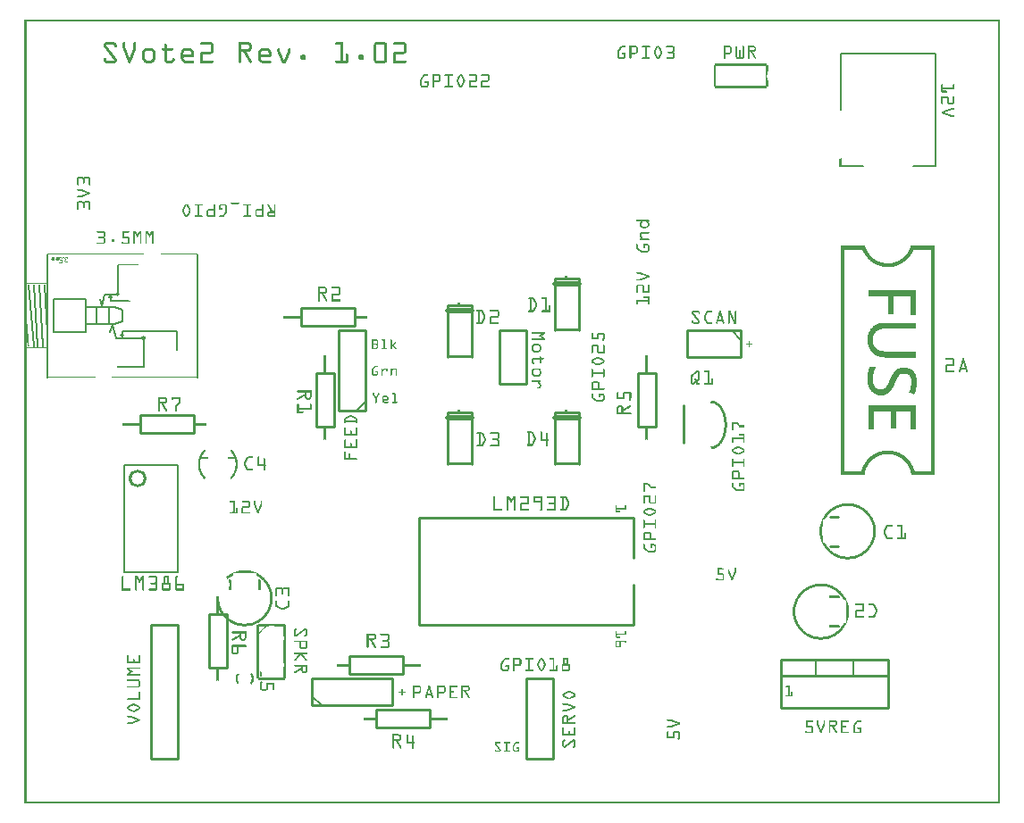
<source format=gto>
G04 MADE WITH FRITZING*
G04 WWW.FRITZING.ORG*
G04 DOUBLE SIDED*
G04 HOLES PLATED*
G04 CONTOUR ON CENTER OF CONTOUR VECTOR*
%ASAXBY*%
%FSLAX23Y23*%
%MOIN*%
%OFA0B0*%
%SFA1.0B1.0*%
%ADD10C,0.066567X0.046567*%
%ADD11C,0.006000*%
%ADD12C,0.002990*%
%ADD13C,0.008000*%
%ADD14C,0.010000*%
%ADD15C,0.005000*%
%ADD16C,0.020000*%
%ADD17C,0.011000*%
%ADD18R,0.001000X0.001000*%
%LNSILK1*%
G90*
G70*
G54D10*
X421Y1214D03*
G54D11*
X85Y1592D02*
X85Y2052D01*
D02*
X645Y2052D02*
X645Y1592D01*
D02*
X55Y1937D02*
X70Y1707D01*
D02*
X75Y1937D02*
X85Y1757D01*
D02*
X15Y1937D02*
X35Y1707D01*
D02*
X35Y1937D02*
X50Y1707D01*
D02*
X107Y1761D02*
X107Y1883D01*
D02*
X229Y1761D02*
X107Y1761D01*
D02*
X229Y1761D02*
X229Y1883D01*
D02*
X229Y1883D02*
X107Y1883D01*
D02*
X269Y1791D02*
X269Y1853D01*
D02*
X316Y1791D02*
X316Y1853D01*
D02*
X229Y1853D02*
X334Y1853D01*
D02*
X229Y1791D02*
X334Y1791D01*
D02*
X334Y1791D02*
X364Y1801D01*
D02*
X334Y1853D02*
X364Y1843D01*
D02*
X364Y1843D02*
X364Y1801D01*
D02*
X568Y1695D02*
X568Y1763D01*
D02*
X568Y1763D02*
X364Y1763D01*
D02*
X329Y1786D02*
X320Y1760D01*
D02*
X364Y1744D02*
X369Y1749D01*
D02*
X364Y1744D02*
X359Y1749D01*
D02*
X444Y1630D02*
X444Y1738D01*
D02*
X444Y1738D02*
X341Y1738D01*
D02*
X341Y1738D02*
X329Y1786D01*
D02*
X364Y1763D02*
X364Y1744D01*
D02*
X348Y2012D02*
X348Y1902D01*
D02*
X348Y1902D02*
X300Y1902D01*
D02*
X300Y1902D02*
X290Y1858D01*
D02*
X290Y1858D02*
X281Y1885D01*
D02*
X321Y1878D02*
X321Y1896D01*
D02*
X321Y1896D02*
X316Y1891D01*
D02*
X321Y1896D02*
X326Y1891D01*
G54D12*
D02*
X130Y2020D02*
X140Y2020D01*
D02*
X140Y2020D02*
X140Y2029D01*
D02*
X102Y2032D02*
X102Y2040D01*
D02*
X125Y2040D02*
X125Y2030D01*
D02*
X121Y2032D02*
X121Y2040D01*
D02*
X117Y2032D02*
X117Y2040D01*
D02*
X110Y2040D02*
X110Y2030D01*
D02*
X106Y2032D02*
X106Y2040D01*
D02*
X140Y2029D02*
X134Y2029D01*
D02*
X130Y2033D02*
X130Y2035D01*
G54D13*
D02*
X571Y1264D02*
X571Y864D01*
D02*
X571Y1264D02*
X411Y1264D01*
D02*
X571Y864D02*
X371Y864D01*
D02*
X371Y1264D02*
X371Y864D01*
D02*
X371Y1264D02*
X411Y1264D01*
D02*
X411Y1264D02*
X431Y1264D01*
G54D14*
D02*
X755Y707D02*
X755Y507D01*
D02*
X755Y507D02*
X689Y507D01*
D02*
X689Y507D02*
X689Y707D01*
D02*
X689Y707D02*
X755Y707D01*
D02*
X431Y1449D02*
X631Y1449D01*
D02*
X631Y1449D02*
X631Y1383D01*
D02*
X631Y1383D02*
X431Y1383D01*
D02*
X431Y1383D02*
X431Y1449D01*
D02*
X472Y666D02*
X472Y166D01*
D02*
X472Y166D02*
X572Y166D01*
D02*
X572Y166D02*
X572Y666D01*
D02*
X572Y666D02*
X472Y666D01*
D02*
X1072Y366D02*
X1372Y366D01*
D02*
X1372Y366D02*
X1372Y466D01*
D02*
X1372Y466D02*
X1072Y466D01*
D02*
X1072Y466D02*
X1072Y366D01*
G54D15*
D02*
X1107Y366D02*
X1072Y401D01*
G54D14*
D02*
X1272Y1466D02*
X1272Y1766D01*
D02*
X1272Y1766D02*
X1172Y1766D01*
D02*
X1172Y1766D02*
X1172Y1466D01*
D02*
X1172Y1466D02*
X1272Y1466D01*
G54D15*
D02*
X1272Y1501D02*
X1237Y1466D01*
G54D14*
D02*
X2458Y1346D02*
X2458Y1486D01*
D02*
X2355Y1607D02*
X2355Y1407D01*
D02*
X2355Y1407D02*
X2289Y1407D01*
D02*
X2289Y1407D02*
X2289Y1607D01*
D02*
X2289Y1607D02*
X2355Y1607D01*
D02*
X2672Y1766D02*
X2472Y1766D01*
D02*
X2472Y1766D02*
X2472Y1666D01*
D02*
X2472Y1666D02*
X2672Y1666D01*
D02*
X2672Y1666D02*
X2672Y1766D01*
G54D15*
D02*
X2637Y1766D02*
X2672Y1731D01*
G54D14*
D02*
X1412Y483D02*
X1212Y483D01*
D02*
X1212Y483D02*
X1212Y549D01*
D02*
X1212Y549D02*
X1412Y549D01*
D02*
X1412Y549D02*
X1412Y483D01*
D02*
X1512Y283D02*
X1312Y283D01*
D02*
X1312Y283D02*
X1312Y349D01*
D02*
X1312Y349D02*
X1512Y349D01*
D02*
X1512Y349D02*
X1512Y283D01*
D02*
X2822Y536D02*
X3222Y536D01*
D02*
X3222Y536D02*
X3222Y356D01*
D02*
X3222Y356D02*
X2822Y356D01*
D02*
X2822Y356D02*
X2822Y536D01*
D02*
X2822Y536D02*
X3222Y536D01*
D02*
X3222Y536D02*
X3222Y476D01*
D02*
X3222Y476D02*
X2822Y476D01*
D02*
X2822Y476D02*
X2822Y536D01*
G54D15*
D02*
X2952Y536D02*
X2952Y476D01*
D02*
X3092Y536D02*
X3092Y476D01*
G54D14*
D02*
X2272Y1066D02*
X1472Y1066D01*
D02*
X1472Y1066D02*
X1472Y666D01*
D02*
X1472Y666D02*
X2272Y666D01*
D02*
X2272Y1066D02*
X2272Y916D01*
D02*
X2272Y816D02*
X2272Y666D01*
D02*
X1772Y1766D02*
X1772Y1566D01*
D02*
X1772Y1566D02*
X1872Y1566D01*
D02*
X1872Y1566D02*
X1872Y1766D01*
D02*
X1872Y1766D02*
X1772Y1766D01*
D02*
X2067Y1462D02*
X2067Y1267D01*
D02*
X1977Y1267D02*
X1977Y1462D01*
D02*
X1977Y1462D02*
X2067Y1462D01*
G54D16*
D02*
X1977Y1442D02*
X2067Y1442D01*
G54D14*
D02*
X1667Y1462D02*
X1667Y1267D01*
D02*
X1577Y1267D02*
X1577Y1462D01*
D02*
X1577Y1462D02*
X1667Y1462D01*
G54D16*
D02*
X1577Y1442D02*
X1667Y1442D01*
G54D14*
D02*
X1667Y1862D02*
X1667Y1667D01*
D02*
X1577Y1667D02*
X1577Y1862D01*
D02*
X1577Y1862D02*
X1667Y1862D01*
G54D16*
D02*
X1577Y1842D02*
X1667Y1842D01*
G54D14*
D02*
X2067Y1962D02*
X2067Y1767D01*
D02*
X1977Y1767D02*
X1977Y1962D01*
D02*
X1977Y1962D02*
X2067Y1962D01*
G54D16*
D02*
X1977Y1942D02*
X2067Y1942D01*
G54D14*
D02*
X1155Y1607D02*
X1155Y1407D01*
D02*
X1155Y1407D02*
X1089Y1407D01*
D02*
X1089Y1407D02*
X1089Y1607D01*
D02*
X1089Y1607D02*
X1155Y1607D01*
D02*
X1031Y1849D02*
X1231Y1849D01*
D02*
X1231Y1849D02*
X1231Y1783D01*
D02*
X1231Y1783D02*
X1031Y1783D01*
D02*
X1031Y1783D02*
X1031Y1849D01*
D02*
X1872Y466D02*
X1872Y166D01*
D02*
X1872Y166D02*
X1972Y166D01*
D02*
X1972Y166D02*
X1972Y466D01*
D02*
X1972Y466D02*
X1872Y466D01*
G54D13*
D02*
X3044Y2380D02*
X3127Y2380D01*
D02*
X3044Y2801D02*
X3044Y2592D01*
D02*
X3399Y2801D02*
X3399Y2380D01*
D02*
X3399Y2380D02*
X3316Y2380D01*
D02*
X3399Y2801D02*
X3044Y2801D01*
G54D17*
X3006Y1072D02*
X3036Y1072D01*
D02*
X3006Y962D02*
X3036Y962D01*
D02*
G54D18*
X0Y2928D02*
X3638Y2928D01*
X0Y2927D02*
X3638Y2927D01*
X0Y2926D02*
X3638Y2926D01*
X0Y2925D02*
X3638Y2925D01*
X0Y2924D02*
X3638Y2924D01*
X0Y2923D02*
X3638Y2923D01*
X0Y2922D02*
X3638Y2922D01*
X0Y2921D02*
X3638Y2921D01*
X0Y2920D02*
X7Y2920D01*
X3631Y2920D02*
X3638Y2920D01*
X0Y2919D02*
X7Y2919D01*
X3631Y2919D02*
X3638Y2919D01*
X0Y2918D02*
X7Y2918D01*
X3631Y2918D02*
X3638Y2918D01*
X0Y2917D02*
X7Y2917D01*
X3631Y2917D02*
X3638Y2917D01*
X0Y2916D02*
X7Y2916D01*
X3631Y2916D02*
X3638Y2916D01*
X0Y2915D02*
X7Y2915D01*
X3631Y2915D02*
X3638Y2915D01*
X0Y2914D02*
X7Y2914D01*
X3631Y2914D02*
X3638Y2914D01*
X0Y2913D02*
X7Y2913D01*
X3631Y2913D02*
X3638Y2913D01*
X0Y2912D02*
X7Y2912D01*
X3631Y2912D02*
X3638Y2912D01*
X0Y2911D02*
X7Y2911D01*
X3631Y2911D02*
X3638Y2911D01*
X0Y2910D02*
X7Y2910D01*
X3631Y2910D02*
X3638Y2910D01*
X0Y2909D02*
X7Y2909D01*
X3631Y2909D02*
X3638Y2909D01*
X0Y2908D02*
X7Y2908D01*
X3631Y2908D02*
X3638Y2908D01*
X0Y2907D02*
X7Y2907D01*
X3631Y2907D02*
X3638Y2907D01*
X0Y2906D02*
X7Y2906D01*
X3631Y2906D02*
X3638Y2906D01*
X0Y2905D02*
X7Y2905D01*
X3631Y2905D02*
X3638Y2905D01*
X0Y2904D02*
X7Y2904D01*
X3631Y2904D02*
X3638Y2904D01*
X0Y2903D02*
X7Y2903D01*
X3631Y2903D02*
X3638Y2903D01*
X0Y2902D02*
X7Y2902D01*
X3631Y2902D02*
X3638Y2902D01*
X0Y2901D02*
X7Y2901D01*
X3631Y2901D02*
X3638Y2901D01*
X0Y2900D02*
X7Y2900D01*
X3631Y2900D02*
X3638Y2900D01*
X0Y2899D02*
X7Y2899D01*
X3631Y2899D02*
X3638Y2899D01*
X0Y2898D02*
X7Y2898D01*
X3631Y2898D02*
X3638Y2898D01*
X0Y2897D02*
X7Y2897D01*
X3631Y2897D02*
X3638Y2897D01*
X0Y2896D02*
X7Y2896D01*
X3631Y2896D02*
X3638Y2896D01*
X0Y2895D02*
X7Y2895D01*
X3631Y2895D02*
X3638Y2895D01*
X0Y2894D02*
X7Y2894D01*
X3631Y2894D02*
X3638Y2894D01*
X0Y2893D02*
X7Y2893D01*
X3631Y2893D02*
X3638Y2893D01*
X0Y2892D02*
X7Y2892D01*
X3631Y2892D02*
X3638Y2892D01*
X0Y2891D02*
X7Y2891D01*
X3631Y2891D02*
X3638Y2891D01*
X0Y2890D02*
X7Y2890D01*
X3631Y2890D02*
X3638Y2890D01*
X0Y2889D02*
X7Y2889D01*
X3631Y2889D02*
X3638Y2889D01*
X0Y2888D02*
X7Y2888D01*
X3631Y2888D02*
X3638Y2888D01*
X0Y2887D02*
X7Y2887D01*
X3631Y2887D02*
X3638Y2887D01*
X0Y2886D02*
X7Y2886D01*
X3631Y2886D02*
X3638Y2886D01*
X0Y2885D02*
X7Y2885D01*
X3631Y2885D02*
X3638Y2885D01*
X0Y2884D02*
X7Y2884D01*
X3631Y2884D02*
X3638Y2884D01*
X0Y2883D02*
X7Y2883D01*
X3631Y2883D02*
X3638Y2883D01*
X0Y2882D02*
X7Y2882D01*
X3631Y2882D02*
X3638Y2882D01*
X0Y2881D02*
X7Y2881D01*
X3631Y2881D02*
X3638Y2881D01*
X0Y2880D02*
X7Y2880D01*
X3631Y2880D02*
X3638Y2880D01*
X0Y2879D02*
X7Y2879D01*
X3631Y2879D02*
X3638Y2879D01*
X0Y2878D02*
X7Y2878D01*
X3631Y2878D02*
X3638Y2878D01*
X0Y2877D02*
X7Y2877D01*
X3631Y2877D02*
X3638Y2877D01*
X0Y2876D02*
X7Y2876D01*
X3631Y2876D02*
X3638Y2876D01*
X0Y2875D02*
X7Y2875D01*
X3631Y2875D02*
X3638Y2875D01*
X0Y2874D02*
X7Y2874D01*
X3631Y2874D02*
X3638Y2874D01*
X0Y2873D02*
X7Y2873D01*
X3631Y2873D02*
X3638Y2873D01*
X0Y2872D02*
X7Y2872D01*
X3631Y2872D02*
X3638Y2872D01*
X0Y2871D02*
X7Y2871D01*
X3631Y2871D02*
X3638Y2871D01*
X0Y2870D02*
X7Y2870D01*
X3631Y2870D02*
X3638Y2870D01*
X0Y2869D02*
X7Y2869D01*
X3631Y2869D02*
X3638Y2869D01*
X0Y2868D02*
X7Y2868D01*
X3631Y2868D02*
X3638Y2868D01*
X0Y2867D02*
X7Y2867D01*
X3631Y2867D02*
X3638Y2867D01*
X0Y2866D02*
X7Y2866D01*
X3631Y2866D02*
X3638Y2866D01*
X0Y2865D02*
X7Y2865D01*
X3631Y2865D02*
X3638Y2865D01*
X0Y2864D02*
X7Y2864D01*
X3631Y2864D02*
X3638Y2864D01*
X0Y2863D02*
X7Y2863D01*
X3631Y2863D02*
X3638Y2863D01*
X0Y2862D02*
X7Y2862D01*
X3631Y2862D02*
X3638Y2862D01*
X0Y2861D02*
X7Y2861D01*
X3631Y2861D02*
X3638Y2861D01*
X0Y2860D02*
X7Y2860D01*
X3631Y2860D02*
X3638Y2860D01*
X0Y2859D02*
X7Y2859D01*
X3631Y2859D02*
X3638Y2859D01*
X0Y2858D02*
X7Y2858D01*
X3631Y2858D02*
X3638Y2858D01*
X0Y2857D02*
X7Y2857D01*
X3631Y2857D02*
X3638Y2857D01*
X0Y2856D02*
X7Y2856D01*
X3631Y2856D02*
X3638Y2856D01*
X0Y2855D02*
X7Y2855D01*
X3631Y2855D02*
X3638Y2855D01*
X0Y2854D02*
X7Y2854D01*
X3631Y2854D02*
X3638Y2854D01*
X0Y2853D02*
X7Y2853D01*
X3631Y2853D02*
X3638Y2853D01*
X0Y2852D02*
X7Y2852D01*
X3631Y2852D02*
X3638Y2852D01*
X0Y2851D02*
X7Y2851D01*
X3631Y2851D02*
X3638Y2851D01*
X0Y2850D02*
X7Y2850D01*
X3631Y2850D02*
X3638Y2850D01*
X0Y2849D02*
X7Y2849D01*
X3631Y2849D02*
X3638Y2849D01*
X0Y2848D02*
X7Y2848D01*
X3631Y2848D02*
X3638Y2848D01*
X0Y2847D02*
X7Y2847D01*
X3631Y2847D02*
X3638Y2847D01*
X0Y2846D02*
X7Y2846D01*
X3631Y2846D02*
X3638Y2846D01*
X0Y2845D02*
X7Y2845D01*
X3631Y2845D02*
X3638Y2845D01*
X0Y2844D02*
X7Y2844D01*
X3631Y2844D02*
X3638Y2844D01*
X0Y2843D02*
X7Y2843D01*
X3631Y2843D02*
X3638Y2843D01*
X0Y2842D02*
X7Y2842D01*
X302Y2842D02*
X335Y2842D01*
X370Y2842D02*
X374Y2842D01*
X409Y2842D02*
X414Y2842D01*
X658Y2842D02*
X698Y2842D01*
X799Y2842D02*
X838Y2842D01*
X1162Y2842D02*
X1188Y2842D01*
X1309Y2842D02*
X1346Y2842D01*
X1378Y2842D02*
X1418Y2842D01*
X3631Y2842D02*
X3638Y2842D01*
X0Y2841D02*
X7Y2841D01*
X300Y2841D02*
X337Y2841D01*
X369Y2841D02*
X375Y2841D01*
X408Y2841D02*
X415Y2841D01*
X656Y2841D02*
X700Y2841D01*
X799Y2841D02*
X840Y2841D01*
X1160Y2841D02*
X1188Y2841D01*
X1308Y2841D02*
X1347Y2841D01*
X1376Y2841D02*
X1419Y2841D01*
X3631Y2841D02*
X3638Y2841D01*
X0Y2840D02*
X7Y2840D01*
X299Y2840D02*
X339Y2840D01*
X368Y2840D02*
X376Y2840D01*
X408Y2840D02*
X415Y2840D01*
X656Y2840D02*
X701Y2840D01*
X799Y2840D02*
X841Y2840D01*
X1160Y2840D02*
X1188Y2840D01*
X1306Y2840D02*
X1349Y2840D01*
X1376Y2840D02*
X1421Y2840D01*
X3631Y2840D02*
X3638Y2840D01*
X0Y2839D02*
X7Y2839D01*
X298Y2839D02*
X340Y2839D01*
X367Y2839D02*
X376Y2839D01*
X407Y2839D02*
X416Y2839D01*
X655Y2839D02*
X702Y2839D01*
X799Y2839D02*
X843Y2839D01*
X1159Y2839D02*
X1188Y2839D01*
X1305Y2839D02*
X1350Y2839D01*
X1375Y2839D02*
X1422Y2839D01*
X3631Y2839D02*
X3638Y2839D01*
X0Y2838D02*
X7Y2838D01*
X297Y2838D02*
X341Y2838D01*
X367Y2838D02*
X376Y2838D01*
X407Y2838D02*
X416Y2838D01*
X524Y2838D02*
X527Y2838D01*
X655Y2838D02*
X702Y2838D01*
X799Y2838D02*
X844Y2838D01*
X1159Y2838D02*
X1188Y2838D01*
X1305Y2838D02*
X1350Y2838D01*
X1375Y2838D02*
X1422Y2838D01*
X3631Y2838D02*
X3638Y2838D01*
X0Y2837D02*
X7Y2837D01*
X297Y2837D02*
X342Y2837D01*
X367Y2837D02*
X376Y2837D01*
X407Y2837D02*
X416Y2837D01*
X523Y2837D02*
X529Y2837D01*
X655Y2837D02*
X703Y2837D01*
X799Y2837D02*
X845Y2837D01*
X1159Y2837D02*
X1188Y2837D01*
X1304Y2837D02*
X1351Y2837D01*
X1375Y2837D02*
X1423Y2837D01*
X3631Y2837D02*
X3638Y2837D01*
X0Y2836D02*
X7Y2836D01*
X296Y2836D02*
X342Y2836D01*
X367Y2836D02*
X376Y2836D01*
X407Y2836D02*
X416Y2836D01*
X522Y2836D02*
X529Y2836D01*
X656Y2836D02*
X703Y2836D01*
X799Y2836D02*
X845Y2836D01*
X1159Y2836D02*
X1188Y2836D01*
X1304Y2836D02*
X1351Y2836D01*
X1375Y2836D02*
X1423Y2836D01*
X3631Y2836D02*
X3638Y2836D01*
X0Y2835D02*
X7Y2835D01*
X296Y2835D02*
X343Y2835D01*
X367Y2835D02*
X376Y2835D01*
X407Y2835D02*
X416Y2835D01*
X521Y2835D02*
X530Y2835D01*
X656Y2835D02*
X704Y2835D01*
X799Y2835D02*
X846Y2835D01*
X1160Y2835D02*
X1188Y2835D01*
X1303Y2835D02*
X1352Y2835D01*
X1376Y2835D02*
X1424Y2835D01*
X3631Y2835D02*
X3638Y2835D01*
X0Y2834D02*
X7Y2834D01*
X296Y2834D02*
X343Y2834D01*
X367Y2834D02*
X376Y2834D01*
X407Y2834D02*
X416Y2834D01*
X521Y2834D02*
X530Y2834D01*
X657Y2834D02*
X704Y2834D01*
X799Y2834D02*
X847Y2834D01*
X1161Y2834D02*
X1188Y2834D01*
X1303Y2834D02*
X1352Y2834D01*
X1377Y2834D02*
X1424Y2834D01*
X3631Y2834D02*
X3638Y2834D01*
X0Y2833D02*
X7Y2833D01*
X295Y2833D02*
X343Y2833D01*
X367Y2833D02*
X376Y2833D01*
X407Y2833D02*
X416Y2833D01*
X521Y2833D02*
X530Y2833D01*
X659Y2833D02*
X704Y2833D01*
X799Y2833D02*
X847Y2833D01*
X1163Y2833D02*
X1188Y2833D01*
X1303Y2833D02*
X1352Y2833D01*
X1379Y2833D02*
X1424Y2833D01*
X3631Y2833D02*
X3638Y2833D01*
X0Y2832D02*
X7Y2832D01*
X295Y2832D02*
X304Y2832D01*
X333Y2832D02*
X344Y2832D01*
X367Y2832D02*
X376Y2832D01*
X407Y2832D02*
X416Y2832D01*
X521Y2832D02*
X530Y2832D01*
X695Y2832D02*
X704Y2832D01*
X799Y2832D02*
X808Y2832D01*
X836Y2832D02*
X847Y2832D01*
X1179Y2832D02*
X1188Y2832D01*
X1303Y2832D02*
X1312Y2832D01*
X1343Y2832D02*
X1352Y2832D01*
X1415Y2832D02*
X1424Y2832D01*
X3631Y2832D02*
X3638Y2832D01*
X0Y2831D02*
X7Y2831D01*
X295Y2831D02*
X304Y2831D01*
X334Y2831D02*
X344Y2831D01*
X367Y2831D02*
X376Y2831D01*
X407Y2831D02*
X416Y2831D01*
X521Y2831D02*
X530Y2831D01*
X695Y2831D02*
X704Y2831D01*
X799Y2831D02*
X808Y2831D01*
X837Y2831D02*
X848Y2831D01*
X1179Y2831D02*
X1188Y2831D01*
X1303Y2831D02*
X1312Y2831D01*
X1343Y2831D02*
X1352Y2831D01*
X1415Y2831D02*
X1424Y2831D01*
X3631Y2831D02*
X3638Y2831D01*
X0Y2830D02*
X7Y2830D01*
X295Y2830D02*
X305Y2830D01*
X335Y2830D02*
X344Y2830D01*
X367Y2830D02*
X376Y2830D01*
X407Y2830D02*
X416Y2830D01*
X521Y2830D02*
X530Y2830D01*
X695Y2830D02*
X704Y2830D01*
X799Y2830D02*
X808Y2830D01*
X838Y2830D02*
X848Y2830D01*
X1179Y2830D02*
X1188Y2830D01*
X1303Y2830D02*
X1312Y2830D01*
X1343Y2830D02*
X1352Y2830D01*
X1415Y2830D02*
X1424Y2830D01*
X3631Y2830D02*
X3638Y2830D01*
X0Y2829D02*
X7Y2829D01*
X296Y2829D02*
X306Y2829D01*
X335Y2829D02*
X344Y2829D01*
X367Y2829D02*
X376Y2829D01*
X407Y2829D02*
X416Y2829D01*
X521Y2829D02*
X530Y2829D01*
X695Y2829D02*
X704Y2829D01*
X799Y2829D02*
X808Y2829D01*
X839Y2829D02*
X848Y2829D01*
X1179Y2829D02*
X1188Y2829D01*
X1303Y2829D02*
X1312Y2829D01*
X1343Y2829D02*
X1352Y2829D01*
X1415Y2829D02*
X1424Y2829D01*
X2228Y2829D02*
X2240Y2829D01*
X2257Y2829D02*
X2281Y2829D01*
X2304Y2829D02*
X2331Y2829D01*
X2361Y2829D02*
X2365Y2829D01*
X2395Y2829D02*
X2419Y2829D01*
X2608Y2829D02*
X2631Y2829D01*
X2655Y2829D02*
X2656Y2829D01*
X2680Y2829D02*
X2681Y2829D01*
X2699Y2829D02*
X2721Y2829D01*
X3631Y2829D02*
X3638Y2829D01*
X0Y2828D02*
X7Y2828D01*
X296Y2828D02*
X307Y2828D01*
X335Y2828D02*
X344Y2828D01*
X367Y2828D02*
X376Y2828D01*
X407Y2828D02*
X416Y2828D01*
X521Y2828D02*
X530Y2828D01*
X695Y2828D02*
X704Y2828D01*
X799Y2828D02*
X808Y2828D01*
X839Y2828D02*
X848Y2828D01*
X1179Y2828D02*
X1188Y2828D01*
X1303Y2828D02*
X1312Y2828D01*
X1343Y2828D02*
X1352Y2828D01*
X1415Y2828D02*
X1424Y2828D01*
X2226Y2828D02*
X2242Y2828D01*
X2257Y2828D02*
X2283Y2828D01*
X2303Y2828D02*
X2332Y2828D01*
X2359Y2828D02*
X2367Y2828D01*
X2394Y2828D02*
X2421Y2828D01*
X2608Y2828D02*
X2633Y2828D01*
X2654Y2828D02*
X2658Y2828D01*
X2679Y2828D02*
X2683Y2828D01*
X2699Y2828D02*
X2724Y2828D01*
X3631Y2828D02*
X3638Y2828D01*
X0Y2827D02*
X7Y2827D01*
X296Y2827D02*
X307Y2827D01*
X336Y2827D02*
X343Y2827D01*
X367Y2827D02*
X376Y2827D01*
X407Y2827D02*
X416Y2827D01*
X521Y2827D02*
X530Y2827D01*
X695Y2827D02*
X704Y2827D01*
X799Y2827D02*
X808Y2827D01*
X839Y2827D02*
X848Y2827D01*
X1179Y2827D02*
X1188Y2827D01*
X1303Y2827D02*
X1312Y2827D01*
X1343Y2827D02*
X1352Y2827D01*
X1415Y2827D02*
X1424Y2827D01*
X2224Y2827D02*
X2242Y2827D01*
X2257Y2827D02*
X2284Y2827D01*
X2303Y2827D02*
X2333Y2827D01*
X2358Y2827D02*
X2368Y2827D01*
X2393Y2827D02*
X2422Y2827D01*
X2608Y2827D02*
X2635Y2827D01*
X2653Y2827D02*
X2658Y2827D01*
X2678Y2827D02*
X2683Y2827D01*
X2699Y2827D02*
X2725Y2827D01*
X3631Y2827D02*
X3638Y2827D01*
X0Y2826D02*
X7Y2826D01*
X297Y2826D02*
X308Y2826D01*
X336Y2826D02*
X343Y2826D01*
X367Y2826D02*
X376Y2826D01*
X407Y2826D02*
X416Y2826D01*
X521Y2826D02*
X530Y2826D01*
X695Y2826D02*
X704Y2826D01*
X799Y2826D02*
X808Y2826D01*
X839Y2826D02*
X848Y2826D01*
X1179Y2826D02*
X1188Y2826D01*
X1303Y2826D02*
X1312Y2826D01*
X1343Y2826D02*
X1352Y2826D01*
X1415Y2826D02*
X1424Y2826D01*
X2223Y2826D02*
X2242Y2826D01*
X2257Y2826D02*
X2285Y2826D01*
X2303Y2826D02*
X2333Y2826D01*
X2357Y2826D02*
X2369Y2826D01*
X2393Y2826D02*
X2423Y2826D01*
X2608Y2826D02*
X2636Y2826D01*
X2653Y2826D02*
X2659Y2826D01*
X2678Y2826D02*
X2684Y2826D01*
X2699Y2826D02*
X2726Y2826D01*
X3631Y2826D02*
X3638Y2826D01*
X0Y2825D02*
X7Y2825D01*
X297Y2825D02*
X309Y2825D01*
X337Y2825D02*
X342Y2825D01*
X367Y2825D02*
X376Y2825D01*
X407Y2825D02*
X416Y2825D01*
X521Y2825D02*
X530Y2825D01*
X695Y2825D02*
X704Y2825D01*
X799Y2825D02*
X808Y2825D01*
X839Y2825D02*
X848Y2825D01*
X1179Y2825D02*
X1188Y2825D01*
X1303Y2825D02*
X1312Y2825D01*
X1343Y2825D02*
X1352Y2825D01*
X1415Y2825D02*
X1424Y2825D01*
X2223Y2825D02*
X2242Y2825D01*
X2257Y2825D02*
X2286Y2825D01*
X2303Y2825D02*
X2333Y2825D01*
X2356Y2825D02*
X2370Y2825D01*
X2393Y2825D02*
X2423Y2825D01*
X2608Y2825D02*
X2637Y2825D01*
X2653Y2825D02*
X2659Y2825D01*
X2678Y2825D02*
X2684Y2825D01*
X2699Y2825D02*
X2727Y2825D01*
X3631Y2825D02*
X3638Y2825D01*
X0Y2824D02*
X7Y2824D01*
X298Y2824D02*
X310Y2824D01*
X367Y2824D02*
X376Y2824D01*
X407Y2824D02*
X416Y2824D01*
X521Y2824D02*
X530Y2824D01*
X695Y2824D02*
X704Y2824D01*
X799Y2824D02*
X808Y2824D01*
X839Y2824D02*
X848Y2824D01*
X1179Y2824D02*
X1188Y2824D01*
X1303Y2824D02*
X1312Y2824D01*
X1343Y2824D02*
X1352Y2824D01*
X1415Y2824D02*
X1424Y2824D01*
X2222Y2824D02*
X2241Y2824D01*
X2257Y2824D02*
X2287Y2824D01*
X2304Y2824D02*
X2332Y2824D01*
X2356Y2824D02*
X2370Y2824D01*
X2394Y2824D02*
X2423Y2824D01*
X2608Y2824D02*
X2637Y2824D01*
X2653Y2824D02*
X2659Y2824D01*
X2678Y2824D02*
X2684Y2824D01*
X2699Y2824D02*
X2728Y2824D01*
X3631Y2824D02*
X3638Y2824D01*
X0Y2823D02*
X7Y2823D01*
X299Y2823D02*
X311Y2823D01*
X367Y2823D02*
X376Y2823D01*
X407Y2823D02*
X416Y2823D01*
X521Y2823D02*
X530Y2823D01*
X695Y2823D02*
X704Y2823D01*
X799Y2823D02*
X808Y2823D01*
X839Y2823D02*
X848Y2823D01*
X1179Y2823D02*
X1188Y2823D01*
X1303Y2823D02*
X1312Y2823D01*
X1343Y2823D02*
X1352Y2823D01*
X1415Y2823D02*
X1424Y2823D01*
X2221Y2823D02*
X2230Y2823D01*
X2257Y2823D02*
X2263Y2823D01*
X2279Y2823D02*
X2287Y2823D01*
X2315Y2823D02*
X2321Y2823D01*
X2355Y2823D02*
X2371Y2823D01*
X2418Y2823D02*
X2424Y2823D01*
X2608Y2823D02*
X2638Y2823D01*
X2653Y2823D02*
X2659Y2823D01*
X2678Y2823D02*
X2684Y2823D01*
X2699Y2823D02*
X2728Y2823D01*
X3631Y2823D02*
X3638Y2823D01*
X0Y2822D02*
X7Y2822D01*
X299Y2822D02*
X311Y2822D01*
X367Y2822D02*
X376Y2822D01*
X407Y2822D02*
X416Y2822D01*
X521Y2822D02*
X530Y2822D01*
X695Y2822D02*
X704Y2822D01*
X799Y2822D02*
X808Y2822D01*
X839Y2822D02*
X848Y2822D01*
X1179Y2822D02*
X1188Y2822D01*
X1303Y2822D02*
X1312Y2822D01*
X1343Y2822D02*
X1352Y2822D01*
X1415Y2822D02*
X1424Y2822D01*
X2220Y2822D02*
X2227Y2822D01*
X2257Y2822D02*
X2263Y2822D01*
X2281Y2822D02*
X2287Y2822D01*
X2315Y2822D02*
X2320Y2822D01*
X2355Y2822D02*
X2361Y2822D01*
X2365Y2822D02*
X2371Y2822D01*
X2418Y2822D02*
X2424Y2822D01*
X2608Y2822D02*
X2613Y2822D01*
X2632Y2822D02*
X2638Y2822D01*
X2653Y2822D02*
X2659Y2822D01*
X2678Y2822D02*
X2684Y2822D01*
X2699Y2822D02*
X2704Y2822D01*
X2722Y2822D02*
X2729Y2822D01*
X3631Y2822D02*
X3638Y2822D01*
X0Y2821D02*
X7Y2821D01*
X300Y2821D02*
X312Y2821D01*
X367Y2821D02*
X377Y2821D01*
X407Y2821D02*
X416Y2821D01*
X454Y2821D02*
X473Y2821D01*
X514Y2821D02*
X552Y2821D01*
X598Y2821D02*
X618Y2821D01*
X695Y2821D02*
X704Y2821D01*
X799Y2821D02*
X808Y2821D01*
X839Y2821D02*
X848Y2821D01*
X886Y2821D02*
X906Y2821D01*
X946Y2821D02*
X949Y2821D01*
X986Y2821D02*
X989Y2821D01*
X1179Y2821D02*
X1188Y2821D01*
X1303Y2821D02*
X1312Y2821D01*
X1343Y2821D02*
X1352Y2821D01*
X1415Y2821D02*
X1424Y2821D01*
X2219Y2821D02*
X2227Y2821D01*
X2257Y2821D02*
X2263Y2821D01*
X2282Y2821D02*
X2288Y2821D01*
X2315Y2821D02*
X2320Y2821D01*
X2354Y2821D02*
X2360Y2821D01*
X2366Y2821D02*
X2372Y2821D01*
X2418Y2821D02*
X2424Y2821D01*
X2608Y2821D02*
X2613Y2821D01*
X2633Y2821D02*
X2638Y2821D01*
X2653Y2821D02*
X2659Y2821D01*
X2678Y2821D02*
X2684Y2821D01*
X2699Y2821D02*
X2704Y2821D01*
X2723Y2821D02*
X2729Y2821D01*
X3631Y2821D02*
X3638Y2821D01*
X0Y2820D02*
X7Y2820D01*
X301Y2820D02*
X313Y2820D01*
X367Y2820D02*
X377Y2820D01*
X406Y2820D02*
X416Y2820D01*
X451Y2820D02*
X476Y2820D01*
X513Y2820D02*
X553Y2820D01*
X595Y2820D02*
X620Y2820D01*
X695Y2820D02*
X704Y2820D01*
X799Y2820D02*
X808Y2820D01*
X838Y2820D02*
X848Y2820D01*
X883Y2820D02*
X908Y2820D01*
X945Y2820D02*
X951Y2820D01*
X984Y2820D02*
X990Y2820D01*
X1179Y2820D02*
X1188Y2820D01*
X1303Y2820D02*
X1312Y2820D01*
X1343Y2820D02*
X1352Y2820D01*
X1415Y2820D02*
X1424Y2820D01*
X2219Y2820D02*
X2226Y2820D01*
X2257Y2820D02*
X2263Y2820D01*
X2282Y2820D02*
X2288Y2820D01*
X2315Y2820D02*
X2320Y2820D01*
X2354Y2820D02*
X2360Y2820D01*
X2366Y2820D02*
X2372Y2820D01*
X2418Y2820D02*
X2424Y2820D01*
X2608Y2820D02*
X2613Y2820D01*
X2633Y2820D02*
X2638Y2820D01*
X2653Y2820D02*
X2659Y2820D01*
X2678Y2820D02*
X2684Y2820D01*
X2699Y2820D02*
X2704Y2820D01*
X2723Y2820D02*
X2729Y2820D01*
X3631Y2820D02*
X3638Y2820D01*
X0Y2819D02*
X7Y2819D01*
X302Y2819D02*
X314Y2819D01*
X368Y2819D02*
X377Y2819D01*
X406Y2819D02*
X416Y2819D01*
X449Y2819D02*
X478Y2819D01*
X512Y2819D02*
X554Y2819D01*
X593Y2819D02*
X622Y2819D01*
X695Y2819D02*
X704Y2819D01*
X799Y2819D02*
X808Y2819D01*
X837Y2819D02*
X848Y2819D01*
X881Y2819D02*
X910Y2819D01*
X944Y2819D02*
X952Y2819D01*
X984Y2819D02*
X991Y2819D01*
X1179Y2819D02*
X1188Y2819D01*
X1303Y2819D02*
X1312Y2819D01*
X1343Y2819D02*
X1352Y2819D01*
X1415Y2819D02*
X1424Y2819D01*
X2218Y2819D02*
X2225Y2819D01*
X2257Y2819D02*
X2263Y2819D01*
X2282Y2819D02*
X2288Y2819D01*
X2315Y2819D02*
X2320Y2819D01*
X2353Y2819D02*
X2359Y2819D01*
X2367Y2819D02*
X2373Y2819D01*
X2418Y2819D02*
X2424Y2819D01*
X2608Y2819D02*
X2613Y2819D01*
X2633Y2819D02*
X2638Y2819D01*
X2653Y2819D02*
X2659Y2819D01*
X2678Y2819D02*
X2684Y2819D01*
X2699Y2819D02*
X2704Y2819D01*
X2724Y2819D02*
X2729Y2819D01*
X3631Y2819D02*
X3638Y2819D01*
X0Y2818D02*
X7Y2818D01*
X303Y2818D02*
X314Y2818D01*
X368Y2818D02*
X378Y2818D01*
X405Y2818D02*
X415Y2818D01*
X448Y2818D02*
X479Y2818D01*
X512Y2818D02*
X555Y2818D01*
X592Y2818D02*
X623Y2818D01*
X695Y2818D02*
X704Y2818D01*
X799Y2818D02*
X808Y2818D01*
X836Y2818D02*
X847Y2818D01*
X880Y2818D02*
X911Y2818D01*
X943Y2818D02*
X952Y2818D01*
X983Y2818D02*
X992Y2818D01*
X1179Y2818D02*
X1188Y2818D01*
X1303Y2818D02*
X1312Y2818D01*
X1343Y2818D02*
X1352Y2818D01*
X1415Y2818D02*
X1424Y2818D01*
X2217Y2818D02*
X2224Y2818D01*
X2257Y2818D02*
X2263Y2818D01*
X2282Y2818D02*
X2288Y2818D01*
X2315Y2818D02*
X2320Y2818D01*
X2353Y2818D02*
X2359Y2818D01*
X2367Y2818D02*
X2373Y2818D01*
X2418Y2818D02*
X2424Y2818D01*
X2608Y2818D02*
X2613Y2818D01*
X2633Y2818D02*
X2638Y2818D01*
X2653Y2818D02*
X2659Y2818D01*
X2678Y2818D02*
X2684Y2818D01*
X2699Y2818D02*
X2704Y2818D01*
X2724Y2818D02*
X2729Y2818D01*
X3631Y2818D02*
X3638Y2818D01*
X0Y2817D02*
X7Y2817D01*
X303Y2817D02*
X315Y2817D01*
X368Y2817D02*
X378Y2817D01*
X405Y2817D02*
X415Y2817D01*
X447Y2817D02*
X480Y2817D01*
X511Y2817D02*
X555Y2817D01*
X591Y2817D02*
X624Y2817D01*
X695Y2817D02*
X704Y2817D01*
X799Y2817D02*
X847Y2817D01*
X879Y2817D02*
X912Y2817D01*
X943Y2817D02*
X952Y2817D01*
X983Y2817D02*
X992Y2817D01*
X1179Y2817D02*
X1188Y2817D01*
X1303Y2817D02*
X1312Y2817D01*
X1343Y2817D02*
X1352Y2817D01*
X1415Y2817D02*
X1424Y2817D01*
X2216Y2817D02*
X2223Y2817D01*
X2257Y2817D02*
X2263Y2817D01*
X2282Y2817D02*
X2288Y2817D01*
X2315Y2817D02*
X2320Y2817D01*
X2352Y2817D02*
X2358Y2817D01*
X2368Y2817D02*
X2374Y2817D01*
X2418Y2817D02*
X2424Y2817D01*
X2608Y2817D02*
X2613Y2817D01*
X2633Y2817D02*
X2638Y2817D01*
X2653Y2817D02*
X2659Y2817D01*
X2678Y2817D02*
X2684Y2817D01*
X2699Y2817D02*
X2704Y2817D01*
X2724Y2817D02*
X2729Y2817D01*
X3631Y2817D02*
X3638Y2817D01*
X0Y2816D02*
X7Y2816D01*
X304Y2816D02*
X316Y2816D01*
X369Y2816D02*
X379Y2816D01*
X405Y2816D02*
X415Y2816D01*
X446Y2816D02*
X481Y2816D01*
X511Y2816D02*
X555Y2816D01*
X590Y2816D02*
X626Y2816D01*
X695Y2816D02*
X704Y2816D01*
X799Y2816D02*
X846Y2816D01*
X878Y2816D02*
X913Y2816D01*
X943Y2816D02*
X952Y2816D01*
X983Y2816D02*
X992Y2816D01*
X1179Y2816D02*
X1188Y2816D01*
X1303Y2816D02*
X1312Y2816D01*
X1343Y2816D02*
X1352Y2816D01*
X1415Y2816D02*
X1424Y2816D01*
X2216Y2816D02*
X2223Y2816D01*
X2257Y2816D02*
X2263Y2816D01*
X2282Y2816D02*
X2288Y2816D01*
X2315Y2816D02*
X2320Y2816D01*
X2352Y2816D02*
X2358Y2816D01*
X2368Y2816D02*
X2374Y2816D01*
X2418Y2816D02*
X2424Y2816D01*
X2608Y2816D02*
X2613Y2816D01*
X2633Y2816D02*
X2638Y2816D01*
X2653Y2816D02*
X2659Y2816D01*
X2678Y2816D02*
X2684Y2816D01*
X2699Y2816D02*
X2704Y2816D01*
X2723Y2816D02*
X2729Y2816D01*
X3631Y2816D02*
X3638Y2816D01*
X0Y2815D02*
X7Y2815D01*
X305Y2815D02*
X317Y2815D01*
X369Y2815D02*
X379Y2815D01*
X404Y2815D02*
X414Y2815D01*
X445Y2815D02*
X483Y2815D01*
X512Y2815D02*
X555Y2815D01*
X589Y2815D02*
X627Y2815D01*
X695Y2815D02*
X704Y2815D01*
X799Y2815D02*
X846Y2815D01*
X877Y2815D02*
X915Y2815D01*
X943Y2815D02*
X952Y2815D01*
X983Y2815D02*
X992Y2815D01*
X1179Y2815D02*
X1188Y2815D01*
X1303Y2815D02*
X1312Y2815D01*
X1343Y2815D02*
X1352Y2815D01*
X1415Y2815D02*
X1424Y2815D01*
X2215Y2815D02*
X2222Y2815D01*
X2257Y2815D02*
X2263Y2815D01*
X2282Y2815D02*
X2288Y2815D01*
X2315Y2815D02*
X2320Y2815D01*
X2351Y2815D02*
X2357Y2815D01*
X2369Y2815D02*
X2375Y2815D01*
X2418Y2815D02*
X2424Y2815D01*
X2608Y2815D02*
X2613Y2815D01*
X2633Y2815D02*
X2638Y2815D01*
X2653Y2815D02*
X2659Y2815D01*
X2678Y2815D02*
X2684Y2815D01*
X2699Y2815D02*
X2704Y2815D01*
X2723Y2815D02*
X2729Y2815D01*
X3631Y2815D02*
X3638Y2815D01*
X0Y2814D02*
X7Y2814D01*
X306Y2814D02*
X318Y2814D01*
X369Y2814D02*
X379Y2814D01*
X404Y2814D02*
X414Y2814D01*
X444Y2814D02*
X484Y2814D01*
X512Y2814D02*
X554Y2814D01*
X588Y2814D02*
X628Y2814D01*
X695Y2814D02*
X704Y2814D01*
X799Y2814D02*
X845Y2814D01*
X876Y2814D02*
X916Y2814D01*
X943Y2814D02*
X952Y2814D01*
X983Y2814D02*
X992Y2814D01*
X1179Y2814D02*
X1188Y2814D01*
X1303Y2814D02*
X1312Y2814D01*
X1343Y2814D02*
X1352Y2814D01*
X1415Y2814D02*
X1424Y2814D01*
X2214Y2814D02*
X2221Y2814D01*
X2257Y2814D02*
X2263Y2814D01*
X2282Y2814D02*
X2288Y2814D01*
X2315Y2814D02*
X2320Y2814D01*
X2351Y2814D02*
X2357Y2814D01*
X2369Y2814D02*
X2375Y2814D01*
X2418Y2814D02*
X2424Y2814D01*
X2608Y2814D02*
X2613Y2814D01*
X2633Y2814D02*
X2638Y2814D01*
X2653Y2814D02*
X2659Y2814D01*
X2678Y2814D02*
X2684Y2814D01*
X2699Y2814D02*
X2704Y2814D01*
X2722Y2814D02*
X2729Y2814D01*
X3631Y2814D02*
X3638Y2814D01*
X0Y2813D02*
X7Y2813D01*
X306Y2813D02*
X318Y2813D01*
X370Y2813D02*
X380Y2813D01*
X404Y2813D02*
X413Y2813D01*
X443Y2813D02*
X485Y2813D01*
X513Y2813D02*
X553Y2813D01*
X587Y2813D02*
X629Y2813D01*
X695Y2813D02*
X704Y2813D01*
X799Y2813D02*
X845Y2813D01*
X875Y2813D02*
X916Y2813D01*
X943Y2813D02*
X952Y2813D01*
X983Y2813D02*
X992Y2813D01*
X1179Y2813D02*
X1188Y2813D01*
X1303Y2813D02*
X1312Y2813D01*
X1343Y2813D02*
X1352Y2813D01*
X1415Y2813D02*
X1424Y2813D01*
X2214Y2813D02*
X2220Y2813D01*
X2257Y2813D02*
X2263Y2813D01*
X2282Y2813D02*
X2288Y2813D01*
X2315Y2813D02*
X2320Y2813D01*
X2350Y2813D02*
X2356Y2813D01*
X2370Y2813D02*
X2376Y2813D01*
X2418Y2813D02*
X2424Y2813D01*
X2608Y2813D02*
X2613Y2813D01*
X2633Y2813D02*
X2638Y2813D01*
X2653Y2813D02*
X2659Y2813D01*
X2668Y2813D02*
X2669Y2813D01*
X2678Y2813D02*
X2684Y2813D01*
X2699Y2813D02*
X2728Y2813D01*
X3631Y2813D02*
X3638Y2813D01*
X0Y2812D02*
X7Y2812D01*
X307Y2812D02*
X319Y2812D01*
X370Y2812D02*
X380Y2812D01*
X403Y2812D02*
X413Y2812D01*
X442Y2812D02*
X485Y2812D01*
X514Y2812D02*
X552Y2812D01*
X586Y2812D02*
X629Y2812D01*
X695Y2812D02*
X704Y2812D01*
X799Y2812D02*
X844Y2812D01*
X874Y2812D02*
X917Y2812D01*
X943Y2812D02*
X952Y2812D01*
X983Y2812D02*
X992Y2812D01*
X1179Y2812D02*
X1188Y2812D01*
X1303Y2812D02*
X1312Y2812D01*
X1343Y2812D02*
X1352Y2812D01*
X1415Y2812D02*
X1424Y2812D01*
X2213Y2812D02*
X2220Y2812D01*
X2257Y2812D02*
X2263Y2812D01*
X2282Y2812D02*
X2288Y2812D01*
X2315Y2812D02*
X2320Y2812D01*
X2350Y2812D02*
X2356Y2812D01*
X2370Y2812D02*
X2376Y2812D01*
X2418Y2812D02*
X2424Y2812D01*
X2608Y2812D02*
X2613Y2812D01*
X2633Y2812D02*
X2638Y2812D01*
X2653Y2812D02*
X2659Y2812D01*
X2667Y2812D02*
X2670Y2812D01*
X2678Y2812D02*
X2684Y2812D01*
X2699Y2812D02*
X2728Y2812D01*
X3631Y2812D02*
X3638Y2812D01*
X0Y2811D02*
X7Y2811D01*
X308Y2811D02*
X320Y2811D01*
X371Y2811D02*
X381Y2811D01*
X403Y2811D02*
X413Y2811D01*
X441Y2811D02*
X455Y2811D01*
X473Y2811D02*
X486Y2811D01*
X521Y2811D02*
X530Y2811D01*
X585Y2811D02*
X599Y2811D01*
X617Y2811D02*
X630Y2811D01*
X695Y2811D02*
X704Y2811D01*
X799Y2811D02*
X843Y2811D01*
X873Y2811D02*
X887Y2811D01*
X904Y2811D02*
X918Y2811D01*
X943Y2811D02*
X952Y2811D01*
X983Y2811D02*
X992Y2811D01*
X1179Y2811D02*
X1188Y2811D01*
X1303Y2811D02*
X1312Y2811D01*
X1343Y2811D02*
X1352Y2811D01*
X1415Y2811D02*
X1424Y2811D01*
X2213Y2811D02*
X2219Y2811D01*
X2257Y2811D02*
X2263Y2811D01*
X2282Y2811D02*
X2288Y2811D01*
X2315Y2811D02*
X2320Y2811D01*
X2349Y2811D02*
X2355Y2811D01*
X2371Y2811D02*
X2377Y2811D01*
X2418Y2811D02*
X2424Y2811D01*
X2608Y2811D02*
X2613Y2811D01*
X2633Y2811D02*
X2638Y2811D01*
X2653Y2811D02*
X2659Y2811D01*
X2666Y2811D02*
X2671Y2811D01*
X2678Y2811D02*
X2684Y2811D01*
X2699Y2811D02*
X2727Y2811D01*
X3631Y2811D02*
X3638Y2811D01*
X0Y2810D02*
X7Y2810D01*
X309Y2810D02*
X321Y2810D01*
X371Y2810D02*
X381Y2810D01*
X402Y2810D02*
X412Y2810D01*
X441Y2810D02*
X453Y2810D01*
X474Y2810D02*
X487Y2810D01*
X521Y2810D02*
X530Y2810D01*
X585Y2810D02*
X597Y2810D01*
X618Y2810D02*
X631Y2810D01*
X695Y2810D02*
X704Y2810D01*
X799Y2810D02*
X841Y2810D01*
X873Y2810D02*
X885Y2810D01*
X906Y2810D02*
X918Y2810D01*
X943Y2810D02*
X952Y2810D01*
X983Y2810D02*
X992Y2810D01*
X1179Y2810D02*
X1188Y2810D01*
X1303Y2810D02*
X1312Y2810D01*
X1343Y2810D02*
X1352Y2810D01*
X1415Y2810D02*
X1424Y2810D01*
X2212Y2810D02*
X2218Y2810D01*
X2257Y2810D02*
X2263Y2810D01*
X2282Y2810D02*
X2288Y2810D01*
X2315Y2810D02*
X2320Y2810D01*
X2349Y2810D02*
X2355Y2810D01*
X2371Y2810D02*
X2377Y2810D01*
X2418Y2810D02*
X2423Y2810D01*
X2608Y2810D02*
X2613Y2810D01*
X2633Y2810D02*
X2638Y2810D01*
X2653Y2810D02*
X2659Y2810D01*
X2666Y2810D02*
X2671Y2810D01*
X2678Y2810D02*
X2684Y2810D01*
X2699Y2810D02*
X2726Y2810D01*
X3631Y2810D02*
X3638Y2810D01*
X0Y2809D02*
X7Y2809D01*
X310Y2809D02*
X321Y2809D01*
X371Y2809D02*
X381Y2809D01*
X402Y2809D02*
X412Y2809D01*
X440Y2809D02*
X452Y2809D01*
X476Y2809D02*
X487Y2809D01*
X521Y2809D02*
X530Y2809D01*
X584Y2809D02*
X596Y2809D01*
X620Y2809D02*
X631Y2809D01*
X695Y2809D02*
X704Y2809D01*
X799Y2809D02*
X840Y2809D01*
X872Y2809D02*
X884Y2809D01*
X908Y2809D02*
X919Y2809D01*
X943Y2809D02*
X952Y2809D01*
X983Y2809D02*
X992Y2809D01*
X1179Y2809D02*
X1188Y2809D01*
X1303Y2809D02*
X1312Y2809D01*
X1343Y2809D02*
X1352Y2809D01*
X1415Y2809D02*
X1424Y2809D01*
X2212Y2809D02*
X2218Y2809D01*
X2257Y2809D02*
X2263Y2809D01*
X2282Y2809D02*
X2288Y2809D01*
X2315Y2809D02*
X2320Y2809D01*
X2349Y2809D02*
X2354Y2809D01*
X2372Y2809D02*
X2378Y2809D01*
X2417Y2809D02*
X2423Y2809D01*
X2608Y2809D02*
X2613Y2809D01*
X2633Y2809D02*
X2638Y2809D01*
X2653Y2809D02*
X2659Y2809D01*
X2666Y2809D02*
X2671Y2809D01*
X2678Y2809D02*
X2684Y2809D01*
X2699Y2809D02*
X2725Y2809D01*
X3631Y2809D02*
X3638Y2809D01*
X0Y2808D02*
X7Y2808D01*
X310Y2808D02*
X322Y2808D01*
X372Y2808D02*
X382Y2808D01*
X402Y2808D02*
X411Y2808D01*
X440Y2808D02*
X451Y2808D01*
X477Y2808D02*
X487Y2808D01*
X521Y2808D02*
X530Y2808D01*
X584Y2808D02*
X595Y2808D01*
X621Y2808D02*
X631Y2808D01*
X661Y2808D02*
X704Y2808D01*
X799Y2808D02*
X837Y2808D01*
X872Y2808D02*
X883Y2808D01*
X909Y2808D02*
X919Y2808D01*
X943Y2808D02*
X953Y2808D01*
X982Y2808D02*
X992Y2808D01*
X1179Y2808D02*
X1188Y2808D01*
X1303Y2808D02*
X1312Y2808D01*
X1343Y2808D02*
X1352Y2808D01*
X1381Y2808D02*
X1424Y2808D01*
X2212Y2808D02*
X2217Y2808D01*
X2257Y2808D02*
X2263Y2808D01*
X2282Y2808D02*
X2288Y2808D01*
X2315Y2808D02*
X2320Y2808D01*
X2348Y2808D02*
X2354Y2808D01*
X2372Y2808D02*
X2378Y2808D01*
X2402Y2808D02*
X2423Y2808D01*
X2608Y2808D02*
X2613Y2808D01*
X2633Y2808D02*
X2638Y2808D01*
X2653Y2808D02*
X2659Y2808D01*
X2666Y2808D02*
X2671Y2808D01*
X2678Y2808D02*
X2684Y2808D01*
X2699Y2808D02*
X2724Y2808D01*
X3631Y2808D02*
X3638Y2808D01*
X0Y2807D02*
X7Y2807D01*
X311Y2807D02*
X323Y2807D01*
X372Y2807D02*
X382Y2807D01*
X401Y2807D02*
X411Y2807D01*
X440Y2807D02*
X450Y2807D01*
X478Y2807D02*
X488Y2807D01*
X521Y2807D02*
X530Y2807D01*
X584Y2807D02*
X594Y2807D01*
X622Y2807D02*
X632Y2807D01*
X660Y2807D02*
X704Y2807D01*
X799Y2807D02*
X808Y2807D01*
X816Y2807D02*
X827Y2807D01*
X872Y2807D02*
X882Y2807D01*
X910Y2807D02*
X920Y2807D01*
X943Y2807D02*
X953Y2807D01*
X982Y2807D02*
X992Y2807D01*
X1179Y2807D02*
X1188Y2807D01*
X1303Y2807D02*
X1312Y2807D01*
X1343Y2807D02*
X1352Y2807D01*
X1379Y2807D02*
X1424Y2807D01*
X2212Y2807D02*
X2217Y2807D01*
X2257Y2807D02*
X2263Y2807D01*
X2282Y2807D02*
X2287Y2807D01*
X2315Y2807D02*
X2320Y2807D01*
X2348Y2807D02*
X2354Y2807D01*
X2373Y2807D02*
X2378Y2807D01*
X2400Y2807D02*
X2423Y2807D01*
X2608Y2807D02*
X2613Y2807D01*
X2633Y2807D02*
X2638Y2807D01*
X2653Y2807D02*
X2659Y2807D01*
X2666Y2807D02*
X2671Y2807D01*
X2678Y2807D02*
X2684Y2807D01*
X2699Y2807D02*
X2721Y2807D01*
X3631Y2807D02*
X3638Y2807D01*
X0Y2806D02*
X7Y2806D01*
X312Y2806D02*
X324Y2806D01*
X373Y2806D02*
X382Y2806D01*
X401Y2806D02*
X411Y2806D01*
X440Y2806D02*
X449Y2806D01*
X478Y2806D02*
X488Y2806D01*
X521Y2806D02*
X530Y2806D01*
X584Y2806D02*
X593Y2806D01*
X622Y2806D02*
X632Y2806D01*
X658Y2806D02*
X704Y2806D01*
X799Y2806D02*
X808Y2806D01*
X817Y2806D02*
X828Y2806D01*
X871Y2806D02*
X881Y2806D01*
X910Y2806D02*
X920Y2806D01*
X944Y2806D02*
X954Y2806D01*
X981Y2806D02*
X991Y2806D01*
X1179Y2806D02*
X1188Y2806D01*
X1303Y2806D02*
X1312Y2806D01*
X1343Y2806D02*
X1352Y2806D01*
X1378Y2806D02*
X1423Y2806D01*
X2212Y2806D02*
X2217Y2806D01*
X2257Y2806D02*
X2263Y2806D01*
X2281Y2806D02*
X2287Y2806D01*
X2315Y2806D02*
X2320Y2806D01*
X2348Y2806D02*
X2353Y2806D01*
X2373Y2806D02*
X2378Y2806D01*
X2400Y2806D02*
X2422Y2806D01*
X2608Y2806D02*
X2613Y2806D01*
X2632Y2806D02*
X2638Y2806D01*
X2653Y2806D02*
X2659Y2806D01*
X2666Y2806D02*
X2671Y2806D01*
X2678Y2806D02*
X2684Y2806D01*
X2699Y2806D02*
X2704Y2806D01*
X2710Y2806D02*
X2716Y2806D01*
X3631Y2806D02*
X3638Y2806D01*
X0Y2805D02*
X7Y2805D01*
X313Y2805D02*
X325Y2805D01*
X373Y2805D02*
X383Y2805D01*
X400Y2805D02*
X410Y2805D01*
X439Y2805D02*
X449Y2805D01*
X479Y2805D02*
X488Y2805D01*
X521Y2805D02*
X530Y2805D01*
X583Y2805D02*
X593Y2805D01*
X623Y2805D02*
X632Y2805D01*
X657Y2805D02*
X703Y2805D01*
X799Y2805D02*
X808Y2805D01*
X817Y2805D02*
X828Y2805D01*
X871Y2805D02*
X881Y2805D01*
X911Y2805D02*
X920Y2805D01*
X944Y2805D02*
X954Y2805D01*
X981Y2805D02*
X991Y2805D01*
X1179Y2805D02*
X1188Y2805D01*
X1303Y2805D02*
X1312Y2805D01*
X1343Y2805D02*
X1352Y2805D01*
X1377Y2805D02*
X1423Y2805D01*
X2212Y2805D02*
X2217Y2805D01*
X2257Y2805D02*
X2287Y2805D01*
X2315Y2805D02*
X2320Y2805D01*
X2348Y2805D02*
X2353Y2805D01*
X2373Y2805D02*
X2378Y2805D01*
X2399Y2805D02*
X2421Y2805D01*
X2608Y2805D02*
X2638Y2805D01*
X2653Y2805D02*
X2659Y2805D01*
X2666Y2805D02*
X2671Y2805D01*
X2678Y2805D02*
X2684Y2805D01*
X2699Y2805D02*
X2704Y2805D01*
X2710Y2805D02*
X2717Y2805D01*
X3631Y2805D02*
X3638Y2805D01*
X0Y2804D02*
X7Y2804D01*
X313Y2804D02*
X325Y2804D01*
X373Y2804D02*
X383Y2804D01*
X400Y2804D02*
X410Y2804D01*
X439Y2804D02*
X448Y2804D01*
X479Y2804D02*
X488Y2804D01*
X521Y2804D02*
X530Y2804D01*
X583Y2804D02*
X592Y2804D01*
X623Y2804D02*
X632Y2804D01*
X657Y2804D02*
X703Y2804D01*
X799Y2804D02*
X808Y2804D01*
X818Y2804D02*
X829Y2804D01*
X871Y2804D02*
X880Y2804D01*
X911Y2804D02*
X920Y2804D01*
X944Y2804D02*
X954Y2804D01*
X981Y2804D02*
X991Y2804D01*
X1179Y2804D02*
X1188Y2804D01*
X1303Y2804D02*
X1312Y2804D01*
X1343Y2804D02*
X1352Y2804D01*
X1377Y2804D02*
X1423Y2804D01*
X2212Y2804D02*
X2217Y2804D01*
X2257Y2804D02*
X2286Y2804D01*
X2315Y2804D02*
X2320Y2804D01*
X2348Y2804D02*
X2353Y2804D01*
X2373Y2804D02*
X2378Y2804D01*
X2400Y2804D02*
X2422Y2804D01*
X2608Y2804D02*
X2637Y2804D01*
X2653Y2804D02*
X2659Y2804D01*
X2666Y2804D02*
X2671Y2804D01*
X2678Y2804D02*
X2684Y2804D01*
X2699Y2804D02*
X2704Y2804D01*
X2711Y2804D02*
X2717Y2804D01*
X3631Y2804D02*
X3638Y2804D01*
X0Y2803D02*
X7Y2803D01*
X314Y2803D02*
X326Y2803D01*
X374Y2803D02*
X384Y2803D01*
X400Y2803D02*
X409Y2803D01*
X439Y2803D02*
X448Y2803D01*
X479Y2803D02*
X488Y2803D01*
X521Y2803D02*
X530Y2803D01*
X583Y2803D02*
X592Y2803D01*
X623Y2803D02*
X632Y2803D01*
X656Y2803D02*
X702Y2803D01*
X799Y2803D02*
X808Y2803D01*
X819Y2803D02*
X829Y2803D01*
X871Y2803D02*
X880Y2803D01*
X911Y2803D02*
X920Y2803D01*
X945Y2803D02*
X955Y2803D01*
X980Y2803D02*
X990Y2803D01*
X1179Y2803D02*
X1188Y2803D01*
X1303Y2803D02*
X1312Y2803D01*
X1343Y2803D02*
X1352Y2803D01*
X1376Y2803D02*
X1422Y2803D01*
X2212Y2803D02*
X2217Y2803D01*
X2257Y2803D02*
X2286Y2803D01*
X2315Y2803D02*
X2320Y2803D01*
X2348Y2803D02*
X2353Y2803D01*
X2373Y2803D02*
X2378Y2803D01*
X2400Y2803D02*
X2422Y2803D01*
X2608Y2803D02*
X2637Y2803D01*
X2653Y2803D02*
X2659Y2803D01*
X2666Y2803D02*
X2671Y2803D01*
X2678Y2803D02*
X2684Y2803D01*
X2699Y2803D02*
X2704Y2803D01*
X2711Y2803D02*
X2718Y2803D01*
X3631Y2803D02*
X3638Y2803D01*
X0Y2802D02*
X7Y2802D01*
X315Y2802D02*
X327Y2802D01*
X374Y2802D02*
X384Y2802D01*
X399Y2802D02*
X409Y2802D01*
X439Y2802D02*
X448Y2802D01*
X479Y2802D02*
X488Y2802D01*
X521Y2802D02*
X530Y2802D01*
X583Y2802D02*
X592Y2802D01*
X623Y2802D02*
X632Y2802D01*
X656Y2802D02*
X701Y2802D01*
X799Y2802D02*
X808Y2802D01*
X819Y2802D02*
X830Y2802D01*
X871Y2802D02*
X880Y2802D01*
X911Y2802D02*
X920Y2802D01*
X945Y2802D02*
X955Y2802D01*
X980Y2802D02*
X990Y2802D01*
X1179Y2802D02*
X1188Y2802D01*
X1303Y2802D02*
X1312Y2802D01*
X1343Y2802D02*
X1352Y2802D01*
X1376Y2802D02*
X1421Y2802D01*
X2212Y2802D02*
X2217Y2802D01*
X2229Y2802D02*
X2242Y2802D01*
X2257Y2802D02*
X2285Y2802D01*
X2315Y2802D02*
X2320Y2802D01*
X2348Y2802D02*
X2354Y2802D01*
X2372Y2802D02*
X2378Y2802D01*
X2401Y2802D02*
X2423Y2802D01*
X2608Y2802D02*
X2636Y2802D01*
X2653Y2802D02*
X2659Y2802D01*
X2666Y2802D02*
X2671Y2802D01*
X2678Y2802D02*
X2684Y2802D01*
X2699Y2802D02*
X2704Y2802D01*
X2712Y2802D02*
X2719Y2802D01*
X3631Y2802D02*
X3638Y2802D01*
X0Y2801D02*
X7Y2801D01*
X316Y2801D02*
X328Y2801D01*
X375Y2801D02*
X384Y2801D01*
X399Y2801D02*
X409Y2801D01*
X439Y2801D02*
X448Y2801D01*
X479Y2801D02*
X488Y2801D01*
X521Y2801D02*
X530Y2801D01*
X583Y2801D02*
X592Y2801D01*
X623Y2801D02*
X632Y2801D01*
X655Y2801D02*
X700Y2801D01*
X799Y2801D02*
X808Y2801D01*
X820Y2801D02*
X831Y2801D01*
X871Y2801D02*
X880Y2801D01*
X911Y2801D02*
X920Y2801D01*
X946Y2801D02*
X956Y2801D01*
X979Y2801D02*
X989Y2801D01*
X1179Y2801D02*
X1188Y2801D01*
X1303Y2801D02*
X1312Y2801D01*
X1343Y2801D02*
X1352Y2801D01*
X1375Y2801D02*
X1420Y2801D01*
X2212Y2801D02*
X2217Y2801D01*
X2228Y2801D02*
X2242Y2801D01*
X2257Y2801D02*
X2284Y2801D01*
X2315Y2801D02*
X2320Y2801D01*
X2348Y2801D02*
X2354Y2801D01*
X2372Y2801D02*
X2378Y2801D01*
X2417Y2801D02*
X2423Y2801D01*
X2608Y2801D02*
X2635Y2801D01*
X2653Y2801D02*
X2659Y2801D01*
X2666Y2801D02*
X2671Y2801D01*
X2678Y2801D02*
X2684Y2801D01*
X2699Y2801D02*
X2704Y2801D01*
X2713Y2801D02*
X2719Y2801D01*
X3631Y2801D02*
X3638Y2801D01*
X0Y2800D02*
X7Y2800D01*
X316Y2800D02*
X328Y2800D01*
X375Y2800D02*
X385Y2800D01*
X398Y2800D02*
X408Y2800D01*
X439Y2800D02*
X448Y2800D01*
X479Y2800D02*
X488Y2800D01*
X521Y2800D02*
X530Y2800D01*
X583Y2800D02*
X592Y2800D01*
X623Y2800D02*
X632Y2800D01*
X655Y2800D02*
X699Y2800D01*
X799Y2800D02*
X808Y2800D01*
X820Y2800D02*
X831Y2800D01*
X871Y2800D02*
X880Y2800D01*
X911Y2800D02*
X920Y2800D01*
X946Y2800D02*
X956Y2800D01*
X979Y2800D02*
X989Y2800D01*
X1179Y2800D02*
X1188Y2800D01*
X1202Y2800D02*
X1205Y2800D01*
X1303Y2800D02*
X1312Y2800D01*
X1343Y2800D02*
X1352Y2800D01*
X1375Y2800D02*
X1418Y2800D01*
X2212Y2800D02*
X2217Y2800D01*
X2228Y2800D02*
X2242Y2800D01*
X2257Y2800D02*
X2282Y2800D01*
X2315Y2800D02*
X2320Y2800D01*
X2349Y2800D02*
X2355Y2800D01*
X2371Y2800D02*
X2377Y2800D01*
X2418Y2800D02*
X2423Y2800D01*
X2608Y2800D02*
X2633Y2800D01*
X2653Y2800D02*
X2659Y2800D01*
X2666Y2800D02*
X2671Y2800D01*
X2678Y2800D02*
X2684Y2800D01*
X2699Y2800D02*
X2704Y2800D01*
X2713Y2800D02*
X2720Y2800D01*
X3631Y2800D02*
X3638Y2800D01*
X0Y2799D02*
X7Y2799D01*
X317Y2799D02*
X329Y2799D01*
X375Y2799D02*
X385Y2799D01*
X398Y2799D02*
X408Y2799D01*
X439Y2799D02*
X448Y2799D01*
X479Y2799D02*
X488Y2799D01*
X521Y2799D02*
X530Y2799D01*
X583Y2799D02*
X592Y2799D01*
X623Y2799D02*
X632Y2799D01*
X655Y2799D02*
X696Y2799D01*
X799Y2799D02*
X808Y2799D01*
X821Y2799D02*
X832Y2799D01*
X871Y2799D02*
X880Y2799D01*
X911Y2799D02*
X920Y2799D01*
X947Y2799D02*
X957Y2799D01*
X978Y2799D02*
X988Y2799D01*
X1179Y2799D02*
X1188Y2799D01*
X1200Y2799D02*
X1206Y2799D01*
X1303Y2799D02*
X1312Y2799D01*
X1343Y2799D02*
X1352Y2799D01*
X1375Y2799D02*
X1416Y2799D01*
X2212Y2799D02*
X2217Y2799D01*
X2228Y2799D02*
X2242Y2799D01*
X2257Y2799D02*
X2278Y2799D01*
X2315Y2799D02*
X2320Y2799D01*
X2349Y2799D02*
X2355Y2799D01*
X2371Y2799D02*
X2377Y2799D01*
X2418Y2799D02*
X2424Y2799D01*
X2608Y2799D02*
X2630Y2799D01*
X2653Y2799D02*
X2659Y2799D01*
X2666Y2799D02*
X2671Y2799D01*
X2678Y2799D02*
X2684Y2799D01*
X2699Y2799D02*
X2704Y2799D01*
X2714Y2799D02*
X2720Y2799D01*
X3631Y2799D02*
X3638Y2799D01*
X0Y2798D02*
X7Y2798D01*
X318Y2798D02*
X330Y2798D01*
X376Y2798D02*
X386Y2798D01*
X398Y2798D02*
X408Y2798D01*
X439Y2798D02*
X448Y2798D01*
X479Y2798D02*
X488Y2798D01*
X521Y2798D02*
X530Y2798D01*
X583Y2798D02*
X592Y2798D01*
X623Y2798D02*
X632Y2798D01*
X655Y2798D02*
X664Y2798D01*
X799Y2798D02*
X808Y2798D01*
X822Y2798D02*
X832Y2798D01*
X871Y2798D02*
X880Y2798D01*
X911Y2798D02*
X920Y2798D01*
X947Y2798D02*
X957Y2798D01*
X978Y2798D02*
X988Y2798D01*
X1179Y2798D02*
X1188Y2798D01*
X1200Y2798D02*
X1207Y2798D01*
X1303Y2798D02*
X1312Y2798D01*
X1343Y2798D02*
X1352Y2798D01*
X1375Y2798D02*
X1384Y2798D01*
X2212Y2798D02*
X2217Y2798D01*
X2228Y2798D02*
X2242Y2798D01*
X2257Y2798D02*
X2263Y2798D01*
X2315Y2798D02*
X2320Y2798D01*
X2350Y2798D02*
X2356Y2798D01*
X2370Y2798D02*
X2377Y2798D01*
X2418Y2798D02*
X2424Y2798D01*
X2608Y2798D02*
X2613Y2798D01*
X2653Y2798D02*
X2659Y2798D01*
X2666Y2798D02*
X2671Y2798D01*
X2678Y2798D02*
X2684Y2798D01*
X2699Y2798D02*
X2704Y2798D01*
X2714Y2798D02*
X2721Y2798D01*
X3631Y2798D02*
X3638Y2798D01*
X0Y2797D02*
X7Y2797D01*
X319Y2797D02*
X331Y2797D01*
X376Y2797D02*
X386Y2797D01*
X397Y2797D02*
X407Y2797D01*
X439Y2797D02*
X448Y2797D01*
X479Y2797D02*
X488Y2797D01*
X521Y2797D02*
X530Y2797D01*
X583Y2797D02*
X592Y2797D01*
X623Y2797D02*
X632Y2797D01*
X655Y2797D02*
X664Y2797D01*
X799Y2797D02*
X808Y2797D01*
X822Y2797D02*
X833Y2797D01*
X871Y2797D02*
X880Y2797D01*
X911Y2797D02*
X920Y2797D01*
X948Y2797D02*
X958Y2797D01*
X978Y2797D02*
X988Y2797D01*
X1179Y2797D02*
X1188Y2797D01*
X1199Y2797D02*
X1208Y2797D01*
X1303Y2797D02*
X1312Y2797D01*
X1343Y2797D02*
X1352Y2797D01*
X1375Y2797D02*
X1384Y2797D01*
X2212Y2797D02*
X2217Y2797D01*
X2229Y2797D02*
X2242Y2797D01*
X2257Y2797D02*
X2263Y2797D01*
X2315Y2797D02*
X2320Y2797D01*
X2350Y2797D02*
X2356Y2797D01*
X2370Y2797D02*
X2376Y2797D01*
X2418Y2797D02*
X2424Y2797D01*
X2608Y2797D02*
X2613Y2797D01*
X2653Y2797D02*
X2659Y2797D01*
X2666Y2797D02*
X2671Y2797D01*
X2678Y2797D02*
X2684Y2797D01*
X2699Y2797D02*
X2704Y2797D01*
X2715Y2797D02*
X2721Y2797D01*
X3631Y2797D02*
X3638Y2797D01*
X0Y2796D02*
X7Y2796D01*
X320Y2796D02*
X332Y2796D01*
X376Y2796D02*
X386Y2796D01*
X397Y2796D02*
X407Y2796D01*
X439Y2796D02*
X448Y2796D01*
X479Y2796D02*
X488Y2796D01*
X521Y2796D02*
X530Y2796D01*
X583Y2796D02*
X632Y2796D01*
X655Y2796D02*
X664Y2796D01*
X799Y2796D02*
X808Y2796D01*
X823Y2796D02*
X834Y2796D01*
X871Y2796D02*
X920Y2796D01*
X948Y2796D02*
X958Y2796D01*
X977Y2796D02*
X987Y2796D01*
X1034Y2796D02*
X1045Y2796D01*
X1179Y2796D02*
X1188Y2796D01*
X1199Y2796D02*
X1208Y2796D01*
X1250Y2796D02*
X1261Y2796D01*
X1303Y2796D02*
X1312Y2796D01*
X1343Y2796D02*
X1352Y2796D01*
X1375Y2796D02*
X1384Y2796D01*
X2212Y2796D02*
X2217Y2796D01*
X2237Y2796D02*
X2242Y2796D01*
X2257Y2796D02*
X2263Y2796D01*
X2315Y2796D02*
X2320Y2796D01*
X2351Y2796D02*
X2357Y2796D01*
X2369Y2796D02*
X2376Y2796D01*
X2418Y2796D02*
X2424Y2796D01*
X2608Y2796D02*
X2613Y2796D01*
X2653Y2796D02*
X2659Y2796D01*
X2666Y2796D02*
X2671Y2796D01*
X2678Y2796D02*
X2684Y2796D01*
X2699Y2796D02*
X2704Y2796D01*
X2716Y2796D02*
X2722Y2796D01*
X3631Y2796D02*
X3638Y2796D01*
X0Y2795D02*
X7Y2795D01*
X320Y2795D02*
X332Y2795D01*
X377Y2795D02*
X387Y2795D01*
X396Y2795D02*
X406Y2795D01*
X439Y2795D02*
X448Y2795D01*
X479Y2795D02*
X488Y2795D01*
X521Y2795D02*
X530Y2795D01*
X583Y2795D02*
X632Y2795D01*
X655Y2795D02*
X664Y2795D01*
X799Y2795D02*
X808Y2795D01*
X823Y2795D02*
X834Y2795D01*
X871Y2795D02*
X920Y2795D01*
X948Y2795D02*
X958Y2795D01*
X977Y2795D02*
X987Y2795D01*
X1032Y2795D02*
X1047Y2795D01*
X1179Y2795D02*
X1188Y2795D01*
X1199Y2795D02*
X1208Y2795D01*
X1248Y2795D02*
X1263Y2795D01*
X1303Y2795D02*
X1312Y2795D01*
X1343Y2795D02*
X1352Y2795D01*
X1375Y2795D02*
X1384Y2795D01*
X2212Y2795D02*
X2217Y2795D01*
X2237Y2795D02*
X2242Y2795D01*
X2257Y2795D02*
X2263Y2795D01*
X2315Y2795D02*
X2320Y2795D01*
X2351Y2795D02*
X2357Y2795D01*
X2369Y2795D02*
X2375Y2795D01*
X2418Y2795D02*
X2424Y2795D01*
X2608Y2795D02*
X2613Y2795D01*
X2653Y2795D02*
X2659Y2795D01*
X2666Y2795D02*
X2671Y2795D01*
X2678Y2795D02*
X2684Y2795D01*
X2699Y2795D02*
X2704Y2795D01*
X2716Y2795D02*
X2723Y2795D01*
X3631Y2795D02*
X3638Y2795D01*
X0Y2794D02*
X7Y2794D01*
X321Y2794D02*
X333Y2794D01*
X377Y2794D02*
X387Y2794D01*
X396Y2794D02*
X406Y2794D01*
X439Y2794D02*
X448Y2794D01*
X479Y2794D02*
X488Y2794D01*
X521Y2794D02*
X530Y2794D01*
X583Y2794D02*
X632Y2794D01*
X655Y2794D02*
X664Y2794D01*
X799Y2794D02*
X808Y2794D01*
X824Y2794D02*
X835Y2794D01*
X871Y2794D02*
X920Y2794D01*
X949Y2794D02*
X959Y2794D01*
X976Y2794D02*
X986Y2794D01*
X1031Y2794D02*
X1048Y2794D01*
X1179Y2794D02*
X1188Y2794D01*
X1199Y2794D02*
X1208Y2794D01*
X1247Y2794D02*
X1264Y2794D01*
X1303Y2794D02*
X1312Y2794D01*
X1343Y2794D02*
X1352Y2794D01*
X1375Y2794D02*
X1384Y2794D01*
X2212Y2794D02*
X2217Y2794D01*
X2237Y2794D02*
X2242Y2794D01*
X2257Y2794D02*
X2263Y2794D01*
X2315Y2794D02*
X2320Y2794D01*
X2352Y2794D02*
X2358Y2794D01*
X2368Y2794D02*
X2375Y2794D01*
X2418Y2794D02*
X2424Y2794D01*
X2608Y2794D02*
X2613Y2794D01*
X2653Y2794D02*
X2659Y2794D01*
X2666Y2794D02*
X2671Y2794D01*
X2678Y2794D02*
X2684Y2794D01*
X2699Y2794D02*
X2704Y2794D01*
X2717Y2794D02*
X2723Y2794D01*
X3631Y2794D02*
X3638Y2794D01*
X0Y2793D02*
X7Y2793D01*
X322Y2793D02*
X334Y2793D01*
X378Y2793D02*
X388Y2793D01*
X396Y2793D02*
X406Y2793D01*
X439Y2793D02*
X448Y2793D01*
X479Y2793D02*
X488Y2793D01*
X521Y2793D02*
X530Y2793D01*
X583Y2793D02*
X632Y2793D01*
X655Y2793D02*
X664Y2793D01*
X799Y2793D02*
X808Y2793D01*
X824Y2793D02*
X835Y2793D01*
X871Y2793D02*
X920Y2793D01*
X949Y2793D02*
X959Y2793D01*
X976Y2793D02*
X986Y2793D01*
X1030Y2793D02*
X1049Y2793D01*
X1179Y2793D02*
X1188Y2793D01*
X1199Y2793D02*
X1208Y2793D01*
X1246Y2793D02*
X1265Y2793D01*
X1303Y2793D02*
X1312Y2793D01*
X1343Y2793D02*
X1352Y2793D01*
X1375Y2793D02*
X1384Y2793D01*
X2212Y2793D02*
X2217Y2793D01*
X2237Y2793D02*
X2242Y2793D01*
X2257Y2793D02*
X2263Y2793D01*
X2315Y2793D02*
X2320Y2793D01*
X2352Y2793D02*
X2358Y2793D01*
X2368Y2793D02*
X2374Y2793D01*
X2418Y2793D02*
X2424Y2793D01*
X2608Y2793D02*
X2613Y2793D01*
X2653Y2793D02*
X2659Y2793D01*
X2666Y2793D02*
X2671Y2793D01*
X2678Y2793D02*
X2684Y2793D01*
X2699Y2793D02*
X2704Y2793D01*
X2717Y2793D02*
X2724Y2793D01*
X3631Y2793D02*
X3638Y2793D01*
X0Y2792D02*
X7Y2792D01*
X323Y2792D02*
X335Y2792D01*
X378Y2792D02*
X388Y2792D01*
X395Y2792D02*
X405Y2792D01*
X439Y2792D02*
X448Y2792D01*
X479Y2792D02*
X488Y2792D01*
X521Y2792D02*
X530Y2792D01*
X583Y2792D02*
X632Y2792D01*
X655Y2792D02*
X664Y2792D01*
X799Y2792D02*
X808Y2792D01*
X825Y2792D02*
X836Y2792D01*
X871Y2792D02*
X920Y2792D01*
X950Y2792D02*
X960Y2792D01*
X975Y2792D02*
X985Y2792D01*
X1030Y2792D02*
X1049Y2792D01*
X1179Y2792D02*
X1188Y2792D01*
X1199Y2792D02*
X1208Y2792D01*
X1246Y2792D02*
X1265Y2792D01*
X1303Y2792D02*
X1312Y2792D01*
X1343Y2792D02*
X1352Y2792D01*
X1375Y2792D02*
X1384Y2792D01*
X2212Y2792D02*
X2217Y2792D01*
X2237Y2792D02*
X2242Y2792D01*
X2257Y2792D02*
X2263Y2792D01*
X2315Y2792D02*
X2320Y2792D01*
X2353Y2792D02*
X2359Y2792D01*
X2367Y2792D02*
X2374Y2792D01*
X2418Y2792D02*
X2424Y2792D01*
X2608Y2792D02*
X2613Y2792D01*
X2653Y2792D02*
X2659Y2792D01*
X2666Y2792D02*
X2671Y2792D01*
X2678Y2792D02*
X2684Y2792D01*
X2699Y2792D02*
X2704Y2792D01*
X2718Y2792D02*
X2724Y2792D01*
X3631Y2792D02*
X3638Y2792D01*
X0Y2791D02*
X7Y2791D01*
X323Y2791D02*
X335Y2791D01*
X378Y2791D02*
X388Y2791D01*
X395Y2791D02*
X405Y2791D01*
X439Y2791D02*
X448Y2791D01*
X479Y2791D02*
X488Y2791D01*
X521Y2791D02*
X530Y2791D01*
X583Y2791D02*
X632Y2791D01*
X655Y2791D02*
X664Y2791D01*
X799Y2791D02*
X808Y2791D01*
X826Y2791D02*
X836Y2791D01*
X871Y2791D02*
X920Y2791D01*
X950Y2791D02*
X960Y2791D01*
X975Y2791D02*
X985Y2791D01*
X1030Y2791D02*
X1049Y2791D01*
X1179Y2791D02*
X1188Y2791D01*
X1199Y2791D02*
X1208Y2791D01*
X1246Y2791D02*
X1265Y2791D01*
X1303Y2791D02*
X1312Y2791D01*
X1343Y2791D02*
X1352Y2791D01*
X1375Y2791D02*
X1384Y2791D01*
X2212Y2791D02*
X2217Y2791D01*
X2237Y2791D02*
X2242Y2791D01*
X2257Y2791D02*
X2263Y2791D01*
X2315Y2791D02*
X2320Y2791D01*
X2353Y2791D02*
X2359Y2791D01*
X2367Y2791D02*
X2373Y2791D01*
X2418Y2791D02*
X2424Y2791D01*
X2608Y2791D02*
X2613Y2791D01*
X2653Y2791D02*
X2659Y2791D01*
X2666Y2791D02*
X2671Y2791D01*
X2678Y2791D02*
X2684Y2791D01*
X2699Y2791D02*
X2704Y2791D01*
X2719Y2791D02*
X2725Y2791D01*
X3631Y2791D02*
X3638Y2791D01*
X0Y2790D02*
X7Y2790D01*
X324Y2790D02*
X336Y2790D01*
X379Y2790D02*
X389Y2790D01*
X395Y2790D02*
X404Y2790D01*
X439Y2790D02*
X448Y2790D01*
X479Y2790D02*
X488Y2790D01*
X521Y2790D02*
X530Y2790D01*
X583Y2790D02*
X632Y2790D01*
X655Y2790D02*
X664Y2790D01*
X799Y2790D02*
X808Y2790D01*
X826Y2790D02*
X837Y2790D01*
X871Y2790D02*
X920Y2790D01*
X951Y2790D02*
X961Y2790D01*
X974Y2790D02*
X984Y2790D01*
X1030Y2790D02*
X1049Y2790D01*
X1179Y2790D02*
X1188Y2790D01*
X1199Y2790D02*
X1208Y2790D01*
X1246Y2790D02*
X1265Y2790D01*
X1303Y2790D02*
X1312Y2790D01*
X1343Y2790D02*
X1352Y2790D01*
X1375Y2790D02*
X1384Y2790D01*
X2212Y2790D02*
X2217Y2790D01*
X2237Y2790D02*
X2242Y2790D01*
X2257Y2790D02*
X2263Y2790D01*
X2315Y2790D02*
X2320Y2790D01*
X2354Y2790D02*
X2360Y2790D01*
X2366Y2790D02*
X2373Y2790D01*
X2418Y2790D02*
X2424Y2790D01*
X2608Y2790D02*
X2613Y2790D01*
X2653Y2790D02*
X2659Y2790D01*
X2666Y2790D02*
X2671Y2790D01*
X2678Y2790D02*
X2684Y2790D01*
X2699Y2790D02*
X2704Y2790D01*
X2719Y2790D02*
X2726Y2790D01*
X3631Y2790D02*
X3638Y2790D01*
X0Y2789D02*
X7Y2789D01*
X325Y2789D02*
X337Y2789D01*
X379Y2789D02*
X389Y2789D01*
X394Y2789D02*
X404Y2789D01*
X439Y2789D02*
X448Y2789D01*
X479Y2789D02*
X488Y2789D01*
X521Y2789D02*
X530Y2789D01*
X583Y2789D02*
X632Y2789D01*
X655Y2789D02*
X664Y2789D01*
X799Y2789D02*
X808Y2789D01*
X827Y2789D02*
X838Y2789D01*
X871Y2789D02*
X919Y2789D01*
X951Y2789D02*
X961Y2789D01*
X974Y2789D02*
X984Y2789D01*
X1030Y2789D02*
X1049Y2789D01*
X1179Y2789D02*
X1188Y2789D01*
X1199Y2789D02*
X1208Y2789D01*
X1246Y2789D02*
X1265Y2789D01*
X1303Y2789D02*
X1312Y2789D01*
X1343Y2789D02*
X1352Y2789D01*
X1375Y2789D02*
X1384Y2789D01*
X2212Y2789D02*
X2217Y2789D01*
X2237Y2789D02*
X2242Y2789D01*
X2257Y2789D02*
X2263Y2789D01*
X2315Y2789D02*
X2320Y2789D01*
X2354Y2789D02*
X2360Y2789D01*
X2366Y2789D02*
X2372Y2789D01*
X2418Y2789D02*
X2424Y2789D01*
X2608Y2789D02*
X2613Y2789D01*
X2653Y2789D02*
X2659Y2789D01*
X2665Y2789D02*
X2671Y2789D01*
X2678Y2789D02*
X2684Y2789D01*
X2699Y2789D02*
X2704Y2789D01*
X2720Y2789D02*
X2726Y2789D01*
X3631Y2789D02*
X3638Y2789D01*
X0Y2788D02*
X7Y2788D01*
X326Y2788D02*
X338Y2788D01*
X380Y2788D02*
X390Y2788D01*
X394Y2788D02*
X404Y2788D01*
X439Y2788D02*
X448Y2788D01*
X479Y2788D02*
X488Y2788D01*
X521Y2788D02*
X530Y2788D01*
X583Y2788D02*
X631Y2788D01*
X655Y2788D02*
X664Y2788D01*
X799Y2788D02*
X808Y2788D01*
X827Y2788D02*
X838Y2788D01*
X871Y2788D02*
X919Y2788D01*
X951Y2788D02*
X961Y2788D01*
X974Y2788D02*
X984Y2788D01*
X1030Y2788D02*
X1049Y2788D01*
X1179Y2788D02*
X1188Y2788D01*
X1199Y2788D02*
X1208Y2788D01*
X1246Y2788D02*
X1265Y2788D01*
X1303Y2788D02*
X1312Y2788D01*
X1343Y2788D02*
X1352Y2788D01*
X1375Y2788D02*
X1384Y2788D01*
X2212Y2788D02*
X2218Y2788D01*
X2236Y2788D02*
X2242Y2788D01*
X2257Y2788D02*
X2263Y2788D01*
X2315Y2788D02*
X2320Y2788D01*
X2355Y2788D02*
X2361Y2788D01*
X2365Y2788D02*
X2372Y2788D01*
X2418Y2788D02*
X2424Y2788D01*
X2608Y2788D02*
X2613Y2788D01*
X2653Y2788D02*
X2659Y2788D01*
X2665Y2788D02*
X2672Y2788D01*
X2677Y2788D02*
X2684Y2788D01*
X2699Y2788D02*
X2704Y2788D01*
X2720Y2788D02*
X2727Y2788D01*
X3631Y2788D02*
X3638Y2788D01*
X0Y2787D02*
X7Y2787D01*
X327Y2787D02*
X339Y2787D01*
X380Y2787D02*
X390Y2787D01*
X393Y2787D02*
X403Y2787D01*
X439Y2787D02*
X448Y2787D01*
X479Y2787D02*
X488Y2787D01*
X521Y2787D02*
X530Y2787D01*
X583Y2787D02*
X630Y2787D01*
X655Y2787D02*
X664Y2787D01*
X799Y2787D02*
X808Y2787D01*
X828Y2787D02*
X839Y2787D01*
X871Y2787D02*
X918Y2787D01*
X952Y2787D02*
X962Y2787D01*
X973Y2787D02*
X983Y2787D01*
X1030Y2787D02*
X1049Y2787D01*
X1179Y2787D02*
X1188Y2787D01*
X1199Y2787D02*
X1208Y2787D01*
X1246Y2787D02*
X1265Y2787D01*
X1303Y2787D02*
X1312Y2787D01*
X1343Y2787D02*
X1352Y2787D01*
X1375Y2787D02*
X1384Y2787D01*
X2212Y2787D02*
X2219Y2787D01*
X2235Y2787D02*
X2242Y2787D01*
X2257Y2787D02*
X2263Y2787D01*
X2315Y2787D02*
X2320Y2787D01*
X2355Y2787D02*
X2362Y2787D01*
X2365Y2787D02*
X2371Y2787D01*
X2418Y2787D02*
X2424Y2787D01*
X2608Y2787D02*
X2613Y2787D01*
X2654Y2787D02*
X2660Y2787D01*
X2664Y2787D02*
X2673Y2787D01*
X2677Y2787D02*
X2683Y2787D01*
X2699Y2787D02*
X2704Y2787D01*
X2721Y2787D02*
X2727Y2787D01*
X3631Y2787D02*
X3638Y2787D01*
X0Y2786D02*
X7Y2786D01*
X327Y2786D02*
X339Y2786D01*
X380Y2786D02*
X390Y2786D01*
X393Y2786D02*
X403Y2786D01*
X439Y2786D02*
X448Y2786D01*
X479Y2786D02*
X488Y2786D01*
X521Y2786D02*
X530Y2786D01*
X583Y2786D02*
X593Y2786D01*
X655Y2786D02*
X664Y2786D01*
X799Y2786D02*
X808Y2786D01*
X829Y2786D02*
X839Y2786D01*
X871Y2786D02*
X881Y2786D01*
X952Y2786D02*
X962Y2786D01*
X973Y2786D02*
X983Y2786D01*
X1030Y2786D02*
X1049Y2786D01*
X1179Y2786D02*
X1188Y2786D01*
X1199Y2786D02*
X1208Y2786D01*
X1246Y2786D02*
X1265Y2786D01*
X1303Y2786D02*
X1312Y2786D01*
X1343Y2786D02*
X1352Y2786D01*
X1375Y2786D02*
X1384Y2786D01*
X2213Y2786D02*
X2241Y2786D01*
X2257Y2786D02*
X2263Y2786D01*
X2304Y2786D02*
X2332Y2786D01*
X2356Y2786D02*
X2371Y2786D01*
X2395Y2786D02*
X2423Y2786D01*
X2608Y2786D02*
X2613Y2786D01*
X2654Y2786D02*
X2683Y2786D01*
X2699Y2786D02*
X2704Y2786D01*
X2721Y2786D02*
X2728Y2786D01*
X3631Y2786D02*
X3638Y2786D01*
X0Y2785D02*
X7Y2785D01*
X328Y2785D02*
X340Y2785D01*
X381Y2785D02*
X391Y2785D01*
X393Y2785D02*
X402Y2785D01*
X439Y2785D02*
X448Y2785D01*
X479Y2785D02*
X488Y2785D01*
X521Y2785D02*
X530Y2785D01*
X583Y2785D02*
X592Y2785D01*
X655Y2785D02*
X664Y2785D01*
X799Y2785D02*
X808Y2785D01*
X829Y2785D02*
X840Y2785D01*
X871Y2785D02*
X880Y2785D01*
X953Y2785D02*
X963Y2785D01*
X972Y2785D02*
X982Y2785D01*
X1030Y2785D02*
X1049Y2785D01*
X1179Y2785D02*
X1188Y2785D01*
X1199Y2785D02*
X1208Y2785D01*
X1246Y2785D02*
X1265Y2785D01*
X1303Y2785D02*
X1312Y2785D01*
X1343Y2785D02*
X1352Y2785D01*
X1375Y2785D02*
X1384Y2785D01*
X2213Y2785D02*
X2241Y2785D01*
X2257Y2785D02*
X2263Y2785D01*
X2303Y2785D02*
X2332Y2785D01*
X2356Y2785D02*
X2370Y2785D01*
X2394Y2785D02*
X2423Y2785D01*
X2608Y2785D02*
X2613Y2785D01*
X2655Y2785D02*
X2682Y2785D01*
X2699Y2785D02*
X2704Y2785D01*
X2722Y2785D02*
X2728Y2785D01*
X3631Y2785D02*
X3638Y2785D01*
X0Y2784D02*
X7Y2784D01*
X329Y2784D02*
X341Y2784D01*
X381Y2784D02*
X402Y2784D01*
X439Y2784D02*
X448Y2784D01*
X479Y2784D02*
X488Y2784D01*
X521Y2784D02*
X530Y2784D01*
X583Y2784D02*
X592Y2784D01*
X655Y2784D02*
X664Y2784D01*
X799Y2784D02*
X808Y2784D01*
X830Y2784D02*
X841Y2784D01*
X871Y2784D02*
X880Y2784D01*
X953Y2784D02*
X963Y2784D01*
X972Y2784D02*
X982Y2784D01*
X1030Y2784D02*
X1049Y2784D01*
X1179Y2784D02*
X1188Y2784D01*
X1199Y2784D02*
X1208Y2784D01*
X1246Y2784D02*
X1265Y2784D01*
X1303Y2784D02*
X1312Y2784D01*
X1343Y2784D02*
X1352Y2784D01*
X1375Y2784D02*
X1384Y2784D01*
X2214Y2784D02*
X2240Y2784D01*
X2257Y2784D02*
X2263Y2784D01*
X2303Y2784D02*
X2333Y2784D01*
X2357Y2784D02*
X2369Y2784D01*
X2393Y2784D02*
X2423Y2784D01*
X2608Y2784D02*
X2613Y2784D01*
X2655Y2784D02*
X2681Y2784D01*
X2699Y2784D02*
X2704Y2784D01*
X2723Y2784D02*
X2729Y2784D01*
X3631Y2784D02*
X3638Y2784D01*
X0Y2783D02*
X7Y2783D01*
X298Y2783D02*
X301Y2783D01*
X330Y2783D02*
X342Y2783D01*
X382Y2783D02*
X402Y2783D01*
X439Y2783D02*
X448Y2783D01*
X479Y2783D02*
X488Y2783D01*
X521Y2783D02*
X530Y2783D01*
X554Y2783D02*
X557Y2783D01*
X583Y2783D02*
X592Y2783D01*
X655Y2783D02*
X664Y2783D01*
X799Y2783D02*
X808Y2783D01*
X830Y2783D02*
X841Y2783D01*
X871Y2783D02*
X880Y2783D01*
X954Y2783D02*
X964Y2783D01*
X971Y2783D02*
X981Y2783D01*
X1030Y2783D02*
X1049Y2783D01*
X1179Y2783D02*
X1188Y2783D01*
X1199Y2783D02*
X1208Y2783D01*
X1246Y2783D02*
X1265Y2783D01*
X1303Y2783D02*
X1312Y2783D01*
X1343Y2783D02*
X1352Y2783D01*
X1375Y2783D02*
X1384Y2783D01*
X2215Y2783D02*
X2239Y2783D01*
X2257Y2783D02*
X2263Y2783D01*
X2303Y2783D02*
X2333Y2783D01*
X2357Y2783D02*
X2369Y2783D01*
X2393Y2783D02*
X2422Y2783D01*
X2608Y2783D02*
X2613Y2783D01*
X2656Y2783D02*
X2681Y2783D01*
X2699Y2783D02*
X2704Y2783D01*
X2723Y2783D02*
X2729Y2783D01*
X3631Y2783D02*
X3638Y2783D01*
X0Y2782D02*
X7Y2782D01*
X297Y2782D02*
X303Y2782D01*
X330Y2782D02*
X342Y2782D01*
X382Y2782D02*
X401Y2782D01*
X439Y2782D02*
X448Y2782D01*
X479Y2782D02*
X488Y2782D01*
X521Y2782D02*
X530Y2782D01*
X553Y2782D02*
X558Y2782D01*
X583Y2782D02*
X592Y2782D01*
X655Y2782D02*
X664Y2782D01*
X799Y2782D02*
X808Y2782D01*
X831Y2782D02*
X842Y2782D01*
X871Y2782D02*
X880Y2782D01*
X954Y2782D02*
X964Y2782D01*
X971Y2782D02*
X981Y2782D01*
X1030Y2782D02*
X1049Y2782D01*
X1179Y2782D02*
X1188Y2782D01*
X1199Y2782D02*
X1208Y2782D01*
X1246Y2782D02*
X1265Y2782D01*
X1303Y2782D02*
X1312Y2782D01*
X1343Y2782D02*
X1352Y2782D01*
X1375Y2782D02*
X1384Y2782D01*
X2216Y2782D02*
X2238Y2782D01*
X2258Y2782D02*
X2262Y2782D01*
X2303Y2782D02*
X2332Y2782D01*
X2359Y2782D02*
X2367Y2782D01*
X2394Y2782D02*
X2421Y2782D01*
X2608Y2782D02*
X2613Y2782D01*
X2657Y2782D02*
X2680Y2782D01*
X2699Y2782D02*
X2704Y2782D01*
X2724Y2782D02*
X2729Y2782D01*
X3631Y2782D02*
X3638Y2782D01*
X0Y2781D02*
X7Y2781D01*
X296Y2781D02*
X303Y2781D01*
X331Y2781D02*
X343Y2781D01*
X382Y2781D02*
X401Y2781D01*
X439Y2781D02*
X449Y2781D01*
X479Y2781D02*
X488Y2781D01*
X521Y2781D02*
X530Y2781D01*
X552Y2781D02*
X559Y2781D01*
X583Y2781D02*
X593Y2781D01*
X655Y2781D02*
X664Y2781D01*
X799Y2781D02*
X808Y2781D01*
X831Y2781D02*
X842Y2781D01*
X871Y2781D02*
X881Y2781D01*
X954Y2781D02*
X964Y2781D01*
X971Y2781D02*
X981Y2781D01*
X1030Y2781D02*
X1049Y2781D01*
X1179Y2781D02*
X1188Y2781D01*
X1199Y2781D02*
X1208Y2781D01*
X1246Y2781D02*
X1265Y2781D01*
X1303Y2781D02*
X1312Y2781D01*
X1343Y2781D02*
X1352Y2781D01*
X1375Y2781D02*
X1384Y2781D01*
X2218Y2781D02*
X2236Y2781D01*
X2259Y2781D02*
X2261Y2781D01*
X2304Y2781D02*
X2332Y2781D01*
X2360Y2781D02*
X2366Y2781D01*
X2394Y2781D02*
X2420Y2781D01*
X2609Y2781D02*
X2612Y2781D01*
X2657Y2781D02*
X2667Y2781D01*
X2670Y2781D02*
X2679Y2781D01*
X2700Y2781D02*
X2703Y2781D01*
X2725Y2781D02*
X2728Y2781D01*
X3631Y2781D02*
X3638Y2781D01*
X0Y2780D02*
X7Y2780D01*
X296Y2780D02*
X304Y2780D01*
X332Y2780D02*
X343Y2780D01*
X383Y2780D02*
X401Y2780D01*
X440Y2780D02*
X449Y2780D01*
X478Y2780D02*
X488Y2780D01*
X521Y2780D02*
X530Y2780D01*
X551Y2780D02*
X560Y2780D01*
X583Y2780D02*
X593Y2780D01*
X655Y2780D02*
X664Y2780D01*
X799Y2780D02*
X808Y2780D01*
X832Y2780D02*
X843Y2780D01*
X871Y2780D02*
X881Y2780D01*
X955Y2780D02*
X965Y2780D01*
X970Y2780D02*
X980Y2780D01*
X1031Y2780D02*
X1048Y2780D01*
X1179Y2780D02*
X1188Y2780D01*
X1199Y2780D02*
X1208Y2780D01*
X1247Y2780D02*
X1264Y2780D01*
X1303Y2780D02*
X1312Y2780D01*
X1343Y2780D02*
X1352Y2780D01*
X1375Y2780D02*
X1384Y2780D01*
X3631Y2780D02*
X3638Y2780D01*
X0Y2779D02*
X7Y2779D01*
X295Y2779D02*
X304Y2779D01*
X333Y2779D02*
X344Y2779D01*
X383Y2779D02*
X400Y2779D01*
X440Y2779D02*
X450Y2779D01*
X477Y2779D02*
X488Y2779D01*
X521Y2779D02*
X530Y2779D01*
X551Y2779D02*
X560Y2779D01*
X584Y2779D02*
X594Y2779D01*
X655Y2779D02*
X664Y2779D01*
X799Y2779D02*
X808Y2779D01*
X833Y2779D02*
X843Y2779D01*
X872Y2779D02*
X882Y2779D01*
X955Y2779D02*
X965Y2779D01*
X970Y2779D02*
X980Y2779D01*
X1032Y2779D02*
X1047Y2779D01*
X1179Y2779D02*
X1188Y2779D01*
X1199Y2779D02*
X1208Y2779D01*
X1248Y2779D02*
X1263Y2779D01*
X1303Y2779D02*
X1312Y2779D01*
X1343Y2779D02*
X1352Y2779D01*
X1375Y2779D02*
X1384Y2779D01*
X3631Y2779D02*
X3638Y2779D01*
X0Y2778D02*
X7Y2778D01*
X295Y2778D02*
X304Y2778D01*
X334Y2778D02*
X344Y2778D01*
X383Y2778D02*
X400Y2778D01*
X440Y2778D02*
X451Y2778D01*
X476Y2778D02*
X487Y2778D01*
X521Y2778D02*
X531Y2778D01*
X550Y2778D02*
X560Y2778D01*
X584Y2778D02*
X595Y2778D01*
X655Y2778D02*
X664Y2778D01*
X799Y2778D02*
X808Y2778D01*
X833Y2778D02*
X844Y2778D01*
X872Y2778D02*
X883Y2778D01*
X956Y2778D02*
X966Y2778D01*
X969Y2778D02*
X979Y2778D01*
X1033Y2778D02*
X1046Y2778D01*
X1179Y2778D02*
X1188Y2778D01*
X1199Y2778D02*
X1208Y2778D01*
X1249Y2778D02*
X1262Y2778D01*
X1303Y2778D02*
X1312Y2778D01*
X1343Y2778D02*
X1352Y2778D01*
X1375Y2778D02*
X1384Y2778D01*
X3631Y2778D02*
X3638Y2778D01*
X0Y2777D02*
X7Y2777D01*
X295Y2777D02*
X305Y2777D01*
X334Y2777D02*
X344Y2777D01*
X384Y2777D02*
X399Y2777D01*
X440Y2777D02*
X453Y2777D01*
X475Y2777D02*
X487Y2777D01*
X521Y2777D02*
X531Y2777D01*
X550Y2777D02*
X560Y2777D01*
X584Y2777D02*
X596Y2777D01*
X655Y2777D02*
X664Y2777D01*
X799Y2777D02*
X808Y2777D01*
X834Y2777D02*
X845Y2777D01*
X872Y2777D02*
X884Y2777D01*
X956Y2777D02*
X966Y2777D01*
X969Y2777D02*
X979Y2777D01*
X1179Y2777D02*
X1188Y2777D01*
X1199Y2777D02*
X1208Y2777D01*
X1303Y2777D02*
X1312Y2777D01*
X1343Y2777D02*
X1352Y2777D01*
X1375Y2777D02*
X1384Y2777D01*
X3631Y2777D02*
X3638Y2777D01*
X0Y2776D02*
X7Y2776D01*
X295Y2776D02*
X305Y2776D01*
X335Y2776D02*
X344Y2776D01*
X384Y2776D02*
X399Y2776D01*
X441Y2776D02*
X454Y2776D01*
X473Y2776D02*
X486Y2776D01*
X522Y2776D02*
X532Y2776D01*
X549Y2776D02*
X560Y2776D01*
X585Y2776D02*
X598Y2776D01*
X655Y2776D02*
X664Y2776D01*
X799Y2776D02*
X808Y2776D01*
X834Y2776D02*
X845Y2776D01*
X873Y2776D02*
X886Y2776D01*
X957Y2776D02*
X978Y2776D01*
X1179Y2776D02*
X1188Y2776D01*
X1199Y2776D02*
X1208Y2776D01*
X1303Y2776D02*
X1312Y2776D01*
X1343Y2776D02*
X1352Y2776D01*
X1375Y2776D02*
X1384Y2776D01*
X3631Y2776D02*
X3638Y2776D01*
X0Y2775D02*
X7Y2775D01*
X296Y2775D02*
X307Y2775D01*
X334Y2775D02*
X344Y2775D01*
X385Y2775D02*
X399Y2775D01*
X441Y2775D02*
X456Y2775D01*
X471Y2775D02*
X486Y2775D01*
X522Y2775D02*
X535Y2775D01*
X546Y2775D02*
X559Y2775D01*
X585Y2775D02*
X600Y2775D01*
X655Y2775D02*
X665Y2775D01*
X799Y2775D02*
X808Y2775D01*
X835Y2775D02*
X846Y2775D01*
X873Y2775D02*
X888Y2775D01*
X957Y2775D02*
X978Y2775D01*
X1179Y2775D02*
X1188Y2775D01*
X1198Y2775D02*
X1208Y2775D01*
X1303Y2775D02*
X1313Y2775D01*
X1342Y2775D02*
X1352Y2775D01*
X1375Y2775D02*
X1385Y2775D01*
X3631Y2775D02*
X3638Y2775D01*
X0Y2774D02*
X7Y2774D01*
X296Y2774D02*
X344Y2774D01*
X385Y2774D02*
X398Y2774D01*
X442Y2774D02*
X485Y2774D01*
X522Y2774D02*
X559Y2774D01*
X586Y2774D02*
X630Y2774D01*
X655Y2774D02*
X702Y2774D01*
X799Y2774D02*
X808Y2774D01*
X836Y2774D02*
X846Y2774D01*
X874Y2774D02*
X918Y2774D01*
X958Y2774D02*
X977Y2774D01*
X1161Y2774D02*
X1208Y2774D01*
X1303Y2774D02*
X1352Y2774D01*
X1375Y2774D02*
X1422Y2774D01*
X3631Y2774D02*
X3638Y2774D01*
X0Y2773D02*
X7Y2773D01*
X296Y2773D02*
X343Y2773D01*
X385Y2773D02*
X398Y2773D01*
X443Y2773D02*
X484Y2773D01*
X523Y2773D02*
X558Y2773D01*
X587Y2773D02*
X631Y2773D01*
X655Y2773D02*
X703Y2773D01*
X799Y2773D02*
X808Y2773D01*
X836Y2773D02*
X847Y2773D01*
X875Y2773D02*
X919Y2773D01*
X958Y2773D02*
X977Y2773D01*
X1160Y2773D02*
X1208Y2773D01*
X1303Y2773D02*
X1352Y2773D01*
X1375Y2773D02*
X1423Y2773D01*
X3631Y2773D02*
X3638Y2773D01*
X0Y2772D02*
X7Y2772D01*
X297Y2772D02*
X343Y2772D01*
X386Y2772D02*
X397Y2772D01*
X444Y2772D02*
X483Y2772D01*
X523Y2772D02*
X558Y2772D01*
X588Y2772D02*
X631Y2772D01*
X655Y2772D02*
X703Y2772D01*
X799Y2772D02*
X808Y2772D01*
X837Y2772D02*
X847Y2772D01*
X876Y2772D02*
X919Y2772D01*
X958Y2772D02*
X977Y2772D01*
X1160Y2772D02*
X1208Y2772D01*
X1304Y2772D02*
X1351Y2772D01*
X1375Y2772D02*
X1423Y2772D01*
X3631Y2772D02*
X3638Y2772D01*
X0Y2771D02*
X7Y2771D01*
X297Y2771D02*
X343Y2771D01*
X386Y2771D02*
X397Y2771D01*
X445Y2771D02*
X482Y2771D01*
X524Y2771D02*
X557Y2771D01*
X589Y2771D02*
X632Y2771D01*
X655Y2771D02*
X704Y2771D01*
X799Y2771D02*
X808Y2771D01*
X837Y2771D02*
X848Y2771D01*
X877Y2771D02*
X920Y2771D01*
X959Y2771D02*
X976Y2771D01*
X1159Y2771D02*
X1208Y2771D01*
X1304Y2771D02*
X1351Y2771D01*
X1375Y2771D02*
X1424Y2771D01*
X3631Y2771D02*
X3638Y2771D01*
X0Y2770D02*
X7Y2770D01*
X298Y2770D02*
X342Y2770D01*
X387Y2770D02*
X397Y2770D01*
X446Y2770D02*
X481Y2770D01*
X525Y2770D02*
X556Y2770D01*
X590Y2770D02*
X632Y2770D01*
X655Y2770D02*
X704Y2770D01*
X799Y2770D02*
X808Y2770D01*
X838Y2770D02*
X848Y2770D01*
X878Y2770D02*
X920Y2770D01*
X959Y2770D02*
X976Y2770D01*
X1159Y2770D02*
X1208Y2770D01*
X1304Y2770D02*
X1351Y2770D01*
X1375Y2770D02*
X1424Y2770D01*
X3631Y2770D02*
X3638Y2770D01*
X0Y2769D02*
X7Y2769D01*
X299Y2769D02*
X341Y2769D01*
X387Y2769D02*
X396Y2769D01*
X447Y2769D02*
X480Y2769D01*
X526Y2769D02*
X555Y2769D01*
X591Y2769D02*
X632Y2769D01*
X655Y2769D02*
X704Y2769D01*
X799Y2769D02*
X808Y2769D01*
X838Y2769D02*
X848Y2769D01*
X879Y2769D02*
X920Y2769D01*
X960Y2769D02*
X975Y2769D01*
X1159Y2769D02*
X1208Y2769D01*
X1305Y2769D02*
X1350Y2769D01*
X1375Y2769D02*
X1424Y2769D01*
X3631Y2769D02*
X3638Y2769D01*
X0Y2768D02*
X7Y2768D01*
X300Y2768D02*
X340Y2768D01*
X387Y2768D02*
X396Y2768D01*
X449Y2768D02*
X478Y2768D01*
X527Y2768D02*
X554Y2768D01*
X593Y2768D02*
X632Y2768D01*
X655Y2768D02*
X704Y2768D01*
X800Y2768D02*
X808Y2768D01*
X839Y2768D02*
X848Y2768D01*
X880Y2768D02*
X920Y2768D01*
X960Y2768D02*
X975Y2768D01*
X1160Y2768D02*
X1208Y2768D01*
X1306Y2768D02*
X1349Y2768D01*
X1375Y2768D02*
X1423Y2768D01*
X3631Y2768D02*
X3638Y2768D01*
X0Y2767D02*
X7Y2767D01*
X302Y2767D02*
X339Y2767D01*
X388Y2767D02*
X395Y2767D01*
X450Y2767D02*
X477Y2767D01*
X528Y2767D02*
X553Y2767D01*
X594Y2767D02*
X631Y2767D01*
X655Y2767D02*
X703Y2767D01*
X800Y2767D02*
X807Y2767D01*
X840Y2767D02*
X847Y2767D01*
X882Y2767D02*
X919Y2767D01*
X961Y2767D02*
X974Y2767D01*
X1160Y2767D02*
X1207Y2767D01*
X1307Y2767D02*
X1348Y2767D01*
X1375Y2767D02*
X1423Y2767D01*
X3631Y2767D02*
X3638Y2767D01*
X0Y2766D02*
X7Y2766D01*
X303Y2766D02*
X338Y2766D01*
X389Y2766D02*
X394Y2766D01*
X452Y2766D02*
X475Y2766D01*
X530Y2766D02*
X551Y2766D01*
X596Y2766D02*
X630Y2766D01*
X655Y2766D02*
X702Y2766D01*
X801Y2766D02*
X806Y2766D01*
X841Y2766D02*
X846Y2766D01*
X884Y2766D02*
X918Y2766D01*
X962Y2766D02*
X973Y2766D01*
X1161Y2766D02*
X1206Y2766D01*
X1309Y2766D02*
X1346Y2766D01*
X1375Y2766D02*
X1422Y2766D01*
X3631Y2766D02*
X3638Y2766D01*
X0Y2765D02*
X7Y2765D01*
X307Y2765D02*
X335Y2765D01*
X391Y2765D02*
X393Y2765D01*
X456Y2765D02*
X472Y2765D01*
X534Y2765D02*
X547Y2765D01*
X599Y2765D02*
X628Y2765D01*
X655Y2765D02*
X700Y2765D01*
X803Y2765D02*
X804Y2765D01*
X843Y2765D02*
X844Y2765D01*
X887Y2765D02*
X916Y2765D01*
X963Y2765D02*
X972Y2765D01*
X1163Y2765D02*
X1204Y2765D01*
X1311Y2765D02*
X1344Y2765D01*
X1375Y2765D02*
X1420Y2765D01*
X3631Y2765D02*
X3638Y2765D01*
X0Y2764D02*
X7Y2764D01*
X3631Y2764D02*
X3638Y2764D01*
X0Y2763D02*
X7Y2763D01*
X3631Y2763D02*
X3638Y2763D01*
X0Y2762D02*
X7Y2762D01*
X2575Y2762D02*
X2769Y2762D01*
X3631Y2762D02*
X3638Y2762D01*
X0Y2761D02*
X7Y2761D01*
X2575Y2761D02*
X2769Y2761D01*
X3631Y2761D02*
X3638Y2761D01*
X0Y2760D02*
X7Y2760D01*
X2575Y2760D02*
X2769Y2760D01*
X3631Y2760D02*
X3638Y2760D01*
X0Y2759D02*
X7Y2759D01*
X2575Y2759D02*
X2769Y2759D01*
X3631Y2759D02*
X3638Y2759D01*
X0Y2758D02*
X7Y2758D01*
X2575Y2758D02*
X2769Y2758D01*
X3631Y2758D02*
X3638Y2758D01*
X0Y2757D02*
X7Y2757D01*
X2572Y2757D02*
X2774Y2757D01*
X3631Y2757D02*
X3638Y2757D01*
X0Y2756D02*
X7Y2756D01*
X2572Y2756D02*
X2774Y2756D01*
X3631Y2756D02*
X3638Y2756D01*
X0Y2755D02*
X7Y2755D01*
X2572Y2755D02*
X2774Y2755D01*
X3631Y2755D02*
X3638Y2755D01*
X0Y2754D02*
X7Y2754D01*
X2572Y2754D02*
X2774Y2754D01*
X3631Y2754D02*
X3638Y2754D01*
X0Y2753D02*
X7Y2753D01*
X2572Y2753D02*
X2774Y2753D01*
X3631Y2753D02*
X3638Y2753D01*
X0Y2752D02*
X7Y2752D01*
X2572Y2752D02*
X2579Y2752D01*
X2765Y2752D02*
X2774Y2752D01*
X3631Y2752D02*
X3638Y2752D01*
X0Y2751D02*
X7Y2751D01*
X2572Y2751D02*
X2579Y2751D01*
X2765Y2751D02*
X2774Y2751D01*
X3631Y2751D02*
X3638Y2751D01*
X0Y2750D02*
X7Y2750D01*
X2572Y2750D02*
X2579Y2750D01*
X2765Y2750D02*
X2774Y2750D01*
X3631Y2750D02*
X3638Y2750D01*
X0Y2749D02*
X7Y2749D01*
X2572Y2749D02*
X2579Y2749D01*
X2765Y2749D02*
X2774Y2749D01*
X3631Y2749D02*
X3638Y2749D01*
X0Y2748D02*
X7Y2748D01*
X2572Y2748D02*
X2579Y2748D01*
X2765Y2748D02*
X2774Y2748D01*
X3631Y2748D02*
X3638Y2748D01*
X0Y2747D02*
X7Y2747D01*
X2572Y2747D02*
X2579Y2747D01*
X2765Y2747D02*
X2774Y2747D01*
X3631Y2747D02*
X3638Y2747D01*
X0Y2746D02*
X7Y2746D01*
X2572Y2746D02*
X2579Y2746D01*
X2765Y2746D02*
X2774Y2746D01*
X3631Y2746D02*
X3638Y2746D01*
X0Y2745D02*
X7Y2745D01*
X2572Y2745D02*
X2579Y2745D01*
X2765Y2745D02*
X2774Y2745D01*
X3631Y2745D02*
X3638Y2745D01*
X0Y2744D02*
X7Y2744D01*
X2572Y2744D02*
X2579Y2744D01*
X2765Y2744D02*
X2774Y2744D01*
X3631Y2744D02*
X3638Y2744D01*
X0Y2743D02*
X7Y2743D01*
X2572Y2743D02*
X2579Y2743D01*
X2765Y2743D02*
X2774Y2743D01*
X3631Y2743D02*
X3638Y2743D01*
X0Y2742D02*
X7Y2742D01*
X2572Y2742D02*
X2579Y2742D01*
X2765Y2742D02*
X2774Y2742D01*
X3631Y2742D02*
X3638Y2742D01*
X0Y2741D02*
X7Y2741D01*
X2572Y2741D02*
X2579Y2741D01*
X2765Y2741D02*
X2774Y2741D01*
X3631Y2741D02*
X3638Y2741D01*
X0Y2740D02*
X7Y2740D01*
X2572Y2740D02*
X2579Y2740D01*
X2765Y2740D02*
X2774Y2740D01*
X3631Y2740D02*
X3638Y2740D01*
X0Y2739D02*
X7Y2739D01*
X2572Y2739D02*
X2579Y2739D01*
X2765Y2739D02*
X2774Y2739D01*
X3631Y2739D02*
X3638Y2739D01*
X0Y2738D02*
X7Y2738D01*
X2572Y2738D02*
X2579Y2738D01*
X2765Y2738D02*
X2774Y2738D01*
X3631Y2738D02*
X3638Y2738D01*
X0Y2737D02*
X7Y2737D01*
X2572Y2737D02*
X2579Y2737D01*
X2765Y2737D02*
X2774Y2737D01*
X3631Y2737D02*
X3638Y2737D01*
X0Y2736D02*
X7Y2736D01*
X2572Y2736D02*
X2579Y2736D01*
X2765Y2736D02*
X2774Y2736D01*
X3631Y2736D02*
X3638Y2736D01*
X0Y2735D02*
X7Y2735D01*
X2572Y2735D02*
X2579Y2735D01*
X2765Y2735D02*
X2773Y2735D01*
X3631Y2735D02*
X3638Y2735D01*
X0Y2734D02*
X7Y2734D01*
X2572Y2734D02*
X2579Y2734D01*
X2765Y2734D02*
X2773Y2734D01*
X3631Y2734D02*
X3638Y2734D01*
X0Y2733D02*
X7Y2733D01*
X2572Y2733D02*
X2579Y2733D01*
X2765Y2733D02*
X2773Y2733D01*
X3631Y2733D02*
X3638Y2733D01*
X0Y2732D02*
X7Y2732D01*
X2572Y2732D02*
X2579Y2732D01*
X2765Y2732D02*
X2772Y2732D01*
X3631Y2732D02*
X3638Y2732D01*
X0Y2731D02*
X7Y2731D01*
X2572Y2731D02*
X2579Y2731D01*
X2765Y2731D02*
X2772Y2731D01*
X3631Y2731D02*
X3638Y2731D01*
X0Y2730D02*
X7Y2730D01*
X2572Y2730D02*
X2579Y2730D01*
X2765Y2730D02*
X2771Y2730D01*
X3631Y2730D02*
X3638Y2730D01*
X0Y2729D02*
X7Y2729D01*
X2572Y2729D02*
X2579Y2729D01*
X2765Y2729D02*
X2771Y2729D01*
X3631Y2729D02*
X3638Y2729D01*
X0Y2728D02*
X7Y2728D01*
X2572Y2728D02*
X2579Y2728D01*
X2765Y2728D02*
X2771Y2728D01*
X3631Y2728D02*
X3638Y2728D01*
X0Y2727D02*
X7Y2727D01*
X2572Y2727D02*
X2579Y2727D01*
X2765Y2727D02*
X2771Y2727D01*
X3631Y2727D02*
X3638Y2727D01*
X0Y2726D02*
X7Y2726D01*
X2572Y2726D02*
X2579Y2726D01*
X2765Y2726D02*
X2770Y2726D01*
X3631Y2726D02*
X3638Y2726D01*
X0Y2725D02*
X7Y2725D01*
X2572Y2725D02*
X2579Y2725D01*
X2765Y2725D02*
X2770Y2725D01*
X3631Y2725D02*
X3638Y2725D01*
X0Y2724D02*
X7Y2724D01*
X2572Y2724D02*
X2579Y2724D01*
X2765Y2724D02*
X2770Y2724D01*
X3631Y2724D02*
X3638Y2724D01*
X0Y2723D02*
X7Y2723D01*
X1493Y2723D02*
X1505Y2723D01*
X1522Y2723D02*
X1545Y2723D01*
X1569Y2723D02*
X1595Y2723D01*
X1626Y2723D02*
X1629Y2723D01*
X1660Y2723D02*
X1683Y2723D01*
X1705Y2723D02*
X1729Y2723D01*
X2572Y2723D02*
X2579Y2723D01*
X2765Y2723D02*
X2770Y2723D01*
X3631Y2723D02*
X3638Y2723D01*
X0Y2722D02*
X7Y2722D01*
X1490Y2722D02*
X1506Y2722D01*
X1522Y2722D02*
X1547Y2722D01*
X1568Y2722D02*
X1597Y2722D01*
X1624Y2722D02*
X1631Y2722D01*
X1658Y2722D02*
X1685Y2722D01*
X1704Y2722D02*
X1731Y2722D01*
X2572Y2722D02*
X2579Y2722D01*
X2765Y2722D02*
X2770Y2722D01*
X3631Y2722D02*
X3638Y2722D01*
X0Y2721D02*
X7Y2721D01*
X1489Y2721D02*
X1507Y2721D01*
X1522Y2721D02*
X1549Y2721D01*
X1567Y2721D02*
X1597Y2721D01*
X1622Y2721D02*
X1633Y2721D01*
X1658Y2721D02*
X1686Y2721D01*
X1703Y2721D02*
X1732Y2721D01*
X2572Y2721D02*
X2579Y2721D01*
X2765Y2721D02*
X2769Y2721D01*
X3631Y2721D02*
X3638Y2721D01*
X0Y2720D02*
X7Y2720D01*
X1488Y2720D02*
X1507Y2720D01*
X1522Y2720D02*
X1550Y2720D01*
X1567Y2720D02*
X1597Y2720D01*
X1621Y2720D02*
X1634Y2720D01*
X1658Y2720D02*
X1687Y2720D01*
X1703Y2720D02*
X1732Y2720D01*
X2572Y2720D02*
X2579Y2720D01*
X2765Y2720D02*
X2769Y2720D01*
X3631Y2720D02*
X3638Y2720D01*
X0Y2719D02*
X7Y2719D01*
X1487Y2719D02*
X1506Y2719D01*
X1522Y2719D02*
X1550Y2719D01*
X1567Y2719D02*
X1597Y2719D01*
X1621Y2719D02*
X1634Y2719D01*
X1658Y2719D02*
X1688Y2719D01*
X1703Y2719D02*
X1733Y2719D01*
X2572Y2719D02*
X2579Y2719D01*
X2765Y2719D02*
X2769Y2719D01*
X3631Y2719D02*
X3638Y2719D01*
X0Y2718D02*
X7Y2718D01*
X1486Y2718D02*
X1506Y2718D01*
X1522Y2718D02*
X1551Y2718D01*
X1568Y2718D02*
X1596Y2718D01*
X1620Y2718D02*
X1635Y2718D01*
X1659Y2718D02*
X1688Y2718D01*
X1704Y2718D02*
X1733Y2718D01*
X2572Y2718D02*
X2579Y2718D01*
X2765Y2718D02*
X2769Y2718D01*
X3631Y2718D02*
X3638Y2718D01*
X0Y2717D02*
X7Y2717D01*
X1486Y2717D02*
X1504Y2717D01*
X1522Y2717D02*
X1551Y2717D01*
X1570Y2717D02*
X1594Y2717D01*
X1620Y2717D02*
X1635Y2717D01*
X1660Y2717D02*
X1688Y2717D01*
X1706Y2717D02*
X1733Y2717D01*
X2572Y2717D02*
X2579Y2717D01*
X2765Y2717D02*
X2769Y2717D01*
X3631Y2717D02*
X3638Y2717D01*
X0Y2716D02*
X7Y2716D01*
X1485Y2716D02*
X1492Y2716D01*
X1522Y2716D02*
X1527Y2716D01*
X1546Y2716D02*
X1552Y2716D01*
X1579Y2716D02*
X1585Y2716D01*
X1619Y2716D02*
X1625Y2716D01*
X1629Y2716D02*
X1636Y2716D01*
X1683Y2716D02*
X1688Y2716D01*
X1728Y2716D02*
X1733Y2716D01*
X2572Y2716D02*
X2579Y2716D01*
X2765Y2716D02*
X2769Y2716D01*
X3631Y2716D02*
X3638Y2716D01*
X0Y2715D02*
X7Y2715D01*
X1484Y2715D02*
X1491Y2715D01*
X1522Y2715D02*
X1527Y2715D01*
X1546Y2715D02*
X1552Y2715D01*
X1579Y2715D02*
X1585Y2715D01*
X1619Y2715D02*
X1625Y2715D01*
X1630Y2715D02*
X1636Y2715D01*
X1683Y2715D02*
X1688Y2715D01*
X1728Y2715D02*
X1733Y2715D01*
X2572Y2715D02*
X2579Y2715D01*
X2765Y2715D02*
X2769Y2715D01*
X3631Y2715D02*
X3638Y2715D01*
X0Y2714D02*
X7Y2714D01*
X1483Y2714D02*
X1490Y2714D01*
X1522Y2714D02*
X1527Y2714D01*
X1547Y2714D02*
X1552Y2714D01*
X1579Y2714D02*
X1585Y2714D01*
X1618Y2714D02*
X1624Y2714D01*
X1631Y2714D02*
X1637Y2714D01*
X1683Y2714D02*
X1688Y2714D01*
X1728Y2714D02*
X1733Y2714D01*
X2572Y2714D02*
X2579Y2714D01*
X2765Y2714D02*
X2769Y2714D01*
X3631Y2714D02*
X3638Y2714D01*
X0Y2713D02*
X7Y2713D01*
X1482Y2713D02*
X1490Y2713D01*
X1522Y2713D02*
X1527Y2713D01*
X1547Y2713D02*
X1552Y2713D01*
X1579Y2713D02*
X1585Y2713D01*
X1618Y2713D02*
X1624Y2713D01*
X1631Y2713D02*
X1637Y2713D01*
X1683Y2713D02*
X1688Y2713D01*
X1728Y2713D02*
X1733Y2713D01*
X2572Y2713D02*
X2579Y2713D01*
X2765Y2713D02*
X2769Y2713D01*
X3631Y2713D02*
X3638Y2713D01*
X0Y2712D02*
X7Y2712D01*
X1482Y2712D02*
X1489Y2712D01*
X1522Y2712D02*
X1527Y2712D01*
X1547Y2712D02*
X1552Y2712D01*
X1579Y2712D02*
X1585Y2712D01*
X1617Y2712D02*
X1623Y2712D01*
X1632Y2712D02*
X1638Y2712D01*
X1683Y2712D02*
X1688Y2712D01*
X1728Y2712D02*
X1733Y2712D01*
X2572Y2712D02*
X2579Y2712D01*
X2765Y2712D02*
X2769Y2712D01*
X3631Y2712D02*
X3638Y2712D01*
X0Y2711D02*
X7Y2711D01*
X1481Y2711D02*
X1488Y2711D01*
X1522Y2711D02*
X1527Y2711D01*
X1547Y2711D02*
X1552Y2711D01*
X1579Y2711D02*
X1585Y2711D01*
X1617Y2711D02*
X1623Y2711D01*
X1632Y2711D02*
X1638Y2711D01*
X1683Y2711D02*
X1688Y2711D01*
X1728Y2711D02*
X1733Y2711D01*
X2572Y2711D02*
X2579Y2711D01*
X2765Y2711D02*
X2770Y2711D01*
X3631Y2711D02*
X3638Y2711D01*
X0Y2710D02*
X7Y2710D01*
X1480Y2710D02*
X1487Y2710D01*
X1522Y2710D02*
X1527Y2710D01*
X1547Y2710D02*
X1552Y2710D01*
X1579Y2710D02*
X1585Y2710D01*
X1616Y2710D02*
X1622Y2710D01*
X1633Y2710D02*
X1639Y2710D01*
X1683Y2710D02*
X1688Y2710D01*
X1728Y2710D02*
X1733Y2710D01*
X2572Y2710D02*
X2579Y2710D01*
X2765Y2710D02*
X2770Y2710D01*
X3631Y2710D02*
X3638Y2710D01*
X0Y2709D02*
X7Y2709D01*
X1479Y2709D02*
X1486Y2709D01*
X1522Y2709D02*
X1527Y2709D01*
X1547Y2709D02*
X1552Y2709D01*
X1579Y2709D02*
X1585Y2709D01*
X1616Y2709D02*
X1622Y2709D01*
X1633Y2709D02*
X1639Y2709D01*
X1683Y2709D02*
X1688Y2709D01*
X1728Y2709D02*
X1733Y2709D01*
X2572Y2709D02*
X2579Y2709D01*
X2765Y2709D02*
X2770Y2709D01*
X3631Y2709D02*
X3638Y2709D01*
X0Y2708D02*
X7Y2708D01*
X1479Y2708D02*
X1486Y2708D01*
X1522Y2708D02*
X1527Y2708D01*
X1547Y2708D02*
X1552Y2708D01*
X1579Y2708D02*
X1585Y2708D01*
X1615Y2708D02*
X1621Y2708D01*
X1634Y2708D02*
X1640Y2708D01*
X1683Y2708D02*
X1688Y2708D01*
X1728Y2708D02*
X1733Y2708D01*
X2572Y2708D02*
X2579Y2708D01*
X2765Y2708D02*
X2770Y2708D01*
X3631Y2708D02*
X3638Y2708D01*
X0Y2707D02*
X7Y2707D01*
X1478Y2707D02*
X1485Y2707D01*
X1522Y2707D02*
X1527Y2707D01*
X1547Y2707D02*
X1552Y2707D01*
X1579Y2707D02*
X1585Y2707D01*
X1615Y2707D02*
X1621Y2707D01*
X1634Y2707D02*
X1640Y2707D01*
X1683Y2707D02*
X1688Y2707D01*
X1728Y2707D02*
X1733Y2707D01*
X2572Y2707D02*
X2579Y2707D01*
X2765Y2707D02*
X2770Y2707D01*
X3631Y2707D02*
X3638Y2707D01*
X0Y2706D02*
X7Y2706D01*
X1478Y2706D02*
X1484Y2706D01*
X1522Y2706D02*
X1527Y2706D01*
X1547Y2706D02*
X1552Y2706D01*
X1579Y2706D02*
X1585Y2706D01*
X1614Y2706D02*
X1620Y2706D01*
X1635Y2706D02*
X1641Y2706D01*
X1683Y2706D02*
X1688Y2706D01*
X1728Y2706D02*
X1733Y2706D01*
X2572Y2706D02*
X2579Y2706D01*
X2765Y2706D02*
X2771Y2706D01*
X3631Y2706D02*
X3638Y2706D01*
X0Y2705D02*
X7Y2705D01*
X1477Y2705D02*
X1483Y2705D01*
X1522Y2705D02*
X1527Y2705D01*
X1547Y2705D02*
X1552Y2705D01*
X1579Y2705D02*
X1585Y2705D01*
X1614Y2705D02*
X1620Y2705D01*
X1635Y2705D02*
X1641Y2705D01*
X1683Y2705D02*
X1688Y2705D01*
X1728Y2705D02*
X1733Y2705D01*
X2572Y2705D02*
X2579Y2705D01*
X2765Y2705D02*
X2771Y2705D01*
X3631Y2705D02*
X3638Y2705D01*
X0Y2704D02*
X7Y2704D01*
X1477Y2704D02*
X1483Y2704D01*
X1522Y2704D02*
X1527Y2704D01*
X1547Y2704D02*
X1552Y2704D01*
X1579Y2704D02*
X1585Y2704D01*
X1613Y2704D02*
X1619Y2704D01*
X1636Y2704D02*
X1642Y2704D01*
X1683Y2704D02*
X1688Y2704D01*
X1728Y2704D02*
X1733Y2704D01*
X2572Y2704D02*
X2579Y2704D01*
X2765Y2704D02*
X2771Y2704D01*
X3631Y2704D02*
X3638Y2704D01*
X0Y2703D02*
X7Y2703D01*
X1477Y2703D02*
X1482Y2703D01*
X1522Y2703D02*
X1527Y2703D01*
X1547Y2703D02*
X1552Y2703D01*
X1579Y2703D02*
X1585Y2703D01*
X1613Y2703D02*
X1619Y2703D01*
X1636Y2703D02*
X1642Y2703D01*
X1683Y2703D02*
X1688Y2703D01*
X1728Y2703D02*
X1733Y2703D01*
X2572Y2703D02*
X2579Y2703D01*
X2765Y2703D02*
X2771Y2703D01*
X3631Y2703D02*
X3638Y2703D01*
X0Y2702D02*
X7Y2702D01*
X1476Y2702D02*
X1482Y2702D01*
X1522Y2702D02*
X1527Y2702D01*
X1547Y2702D02*
X1552Y2702D01*
X1579Y2702D02*
X1585Y2702D01*
X1613Y2702D02*
X1618Y2702D01*
X1637Y2702D02*
X1642Y2702D01*
X1682Y2702D02*
X1688Y2702D01*
X1728Y2702D02*
X1733Y2702D01*
X2572Y2702D02*
X2579Y2702D01*
X2765Y2702D02*
X2772Y2702D01*
X3631Y2702D02*
X3638Y2702D01*
X0Y2701D02*
X7Y2701D01*
X1476Y2701D02*
X1482Y2701D01*
X1522Y2701D02*
X1527Y2701D01*
X1546Y2701D02*
X1552Y2701D01*
X1579Y2701D02*
X1585Y2701D01*
X1613Y2701D02*
X1618Y2701D01*
X1637Y2701D02*
X1642Y2701D01*
X1661Y2701D02*
X1688Y2701D01*
X1706Y2701D02*
X1733Y2701D01*
X2572Y2701D02*
X2579Y2701D01*
X2765Y2701D02*
X2772Y2701D01*
X3631Y2701D02*
X3638Y2701D01*
X0Y2700D02*
X7Y2700D01*
X1476Y2700D02*
X1482Y2700D01*
X1522Y2700D02*
X1527Y2700D01*
X1545Y2700D02*
X1552Y2700D01*
X1579Y2700D02*
X1585Y2700D01*
X1612Y2700D02*
X1618Y2700D01*
X1637Y2700D02*
X1643Y2700D01*
X1660Y2700D02*
X1688Y2700D01*
X1705Y2700D02*
X1733Y2700D01*
X2572Y2700D02*
X2579Y2700D01*
X2765Y2700D02*
X2773Y2700D01*
X3631Y2700D02*
X3638Y2700D01*
X0Y2699D02*
X7Y2699D01*
X1476Y2699D02*
X1482Y2699D01*
X1522Y2699D02*
X1551Y2699D01*
X1579Y2699D02*
X1585Y2699D01*
X1612Y2699D02*
X1618Y2699D01*
X1637Y2699D02*
X1643Y2699D01*
X1659Y2699D02*
X1687Y2699D01*
X1704Y2699D02*
X1732Y2699D01*
X2572Y2699D02*
X2579Y2699D01*
X2765Y2699D02*
X2773Y2699D01*
X3631Y2699D02*
X3638Y2699D01*
X0Y2698D02*
X7Y2698D01*
X1476Y2698D02*
X1482Y2698D01*
X1522Y2698D02*
X1551Y2698D01*
X1579Y2698D02*
X1585Y2698D01*
X1612Y2698D02*
X1618Y2698D01*
X1637Y2698D02*
X1643Y2698D01*
X1658Y2698D02*
X1686Y2698D01*
X1703Y2698D02*
X1732Y2698D01*
X2572Y2698D02*
X2579Y2698D01*
X2765Y2698D02*
X2773Y2698D01*
X3631Y2698D02*
X3638Y2698D01*
X0Y2697D02*
X7Y2697D01*
X1476Y2697D02*
X1482Y2697D01*
X1522Y2697D02*
X1550Y2697D01*
X1579Y2697D02*
X1585Y2697D01*
X1613Y2697D02*
X1618Y2697D01*
X1637Y2697D02*
X1642Y2697D01*
X1658Y2697D02*
X1685Y2697D01*
X1703Y2697D02*
X1731Y2697D01*
X2572Y2697D02*
X2579Y2697D01*
X2765Y2697D02*
X2774Y2697D01*
X3631Y2697D02*
X3638Y2697D01*
X0Y2696D02*
X7Y2696D01*
X1476Y2696D02*
X1482Y2696D01*
X1493Y2696D02*
X1507Y2696D01*
X1522Y2696D02*
X1549Y2696D01*
X1579Y2696D02*
X1585Y2696D01*
X1613Y2696D02*
X1618Y2696D01*
X1637Y2696D02*
X1642Y2696D01*
X1658Y2696D02*
X1684Y2696D01*
X1703Y2696D02*
X1729Y2696D01*
X2572Y2696D02*
X2579Y2696D01*
X2765Y2696D02*
X2774Y2696D01*
X3631Y2696D02*
X3638Y2696D01*
X0Y2695D02*
X7Y2695D01*
X1476Y2695D02*
X1482Y2695D01*
X1492Y2695D02*
X1507Y2695D01*
X1522Y2695D02*
X1548Y2695D01*
X1579Y2695D02*
X1585Y2695D01*
X1613Y2695D02*
X1619Y2695D01*
X1636Y2695D02*
X1642Y2695D01*
X1658Y2695D02*
X1663Y2695D01*
X1703Y2695D02*
X1708Y2695D01*
X2572Y2695D02*
X2579Y2695D01*
X2765Y2695D02*
X2774Y2695D01*
X3631Y2695D02*
X3638Y2695D01*
X0Y2694D02*
X7Y2694D01*
X1476Y2694D02*
X1482Y2694D01*
X1492Y2694D02*
X1507Y2694D01*
X1522Y2694D02*
X1547Y2694D01*
X1579Y2694D02*
X1585Y2694D01*
X1613Y2694D02*
X1619Y2694D01*
X1636Y2694D02*
X1642Y2694D01*
X1658Y2694D02*
X1663Y2694D01*
X1703Y2694D02*
X1708Y2694D01*
X2572Y2694D02*
X2579Y2694D01*
X2765Y2694D02*
X2774Y2694D01*
X3631Y2694D02*
X3638Y2694D01*
X0Y2693D02*
X7Y2693D01*
X1476Y2693D02*
X1482Y2693D01*
X1492Y2693D02*
X1507Y2693D01*
X1522Y2693D02*
X1544Y2693D01*
X1579Y2693D02*
X1585Y2693D01*
X1614Y2693D02*
X1620Y2693D01*
X1635Y2693D02*
X1641Y2693D01*
X1658Y2693D02*
X1663Y2693D01*
X1703Y2693D02*
X1708Y2693D01*
X2572Y2693D02*
X2579Y2693D01*
X2765Y2693D02*
X2774Y2693D01*
X3631Y2693D02*
X3638Y2693D01*
X0Y2692D02*
X7Y2692D01*
X1476Y2692D02*
X1482Y2692D01*
X1492Y2692D02*
X1507Y2692D01*
X1522Y2692D02*
X1527Y2692D01*
X1579Y2692D02*
X1585Y2692D01*
X1614Y2692D02*
X1620Y2692D01*
X1635Y2692D02*
X1641Y2692D01*
X1658Y2692D02*
X1663Y2692D01*
X1703Y2692D02*
X1708Y2692D01*
X2572Y2692D02*
X2579Y2692D01*
X2765Y2692D02*
X2774Y2692D01*
X3631Y2692D02*
X3638Y2692D01*
X0Y2691D02*
X7Y2691D01*
X1476Y2691D02*
X1482Y2691D01*
X1493Y2691D02*
X1507Y2691D01*
X1522Y2691D02*
X1527Y2691D01*
X1579Y2691D02*
X1585Y2691D01*
X1614Y2691D02*
X1621Y2691D01*
X1634Y2691D02*
X1640Y2691D01*
X1658Y2691D02*
X1663Y2691D01*
X1703Y2691D02*
X1708Y2691D01*
X2572Y2691D02*
X2579Y2691D01*
X2765Y2691D02*
X2774Y2691D01*
X3631Y2691D02*
X3638Y2691D01*
X0Y2690D02*
X7Y2690D01*
X1476Y2690D02*
X1482Y2690D01*
X1501Y2690D02*
X1507Y2690D01*
X1522Y2690D02*
X1527Y2690D01*
X1579Y2690D02*
X1585Y2690D01*
X1615Y2690D02*
X1621Y2690D01*
X1634Y2690D02*
X1640Y2690D01*
X1658Y2690D02*
X1663Y2690D01*
X1703Y2690D02*
X1708Y2690D01*
X2572Y2690D02*
X2579Y2690D01*
X2765Y2690D02*
X2774Y2690D01*
X3631Y2690D02*
X3638Y2690D01*
X0Y2689D02*
X7Y2689D01*
X1476Y2689D02*
X1482Y2689D01*
X1501Y2689D02*
X1507Y2689D01*
X1522Y2689D02*
X1527Y2689D01*
X1579Y2689D02*
X1585Y2689D01*
X1615Y2689D02*
X1622Y2689D01*
X1633Y2689D02*
X1639Y2689D01*
X1658Y2689D02*
X1663Y2689D01*
X1703Y2689D02*
X1708Y2689D01*
X2572Y2689D02*
X2579Y2689D01*
X2765Y2689D02*
X2774Y2689D01*
X3631Y2689D02*
X3638Y2689D01*
X0Y2688D02*
X7Y2688D01*
X1476Y2688D02*
X1482Y2688D01*
X1501Y2688D02*
X1507Y2688D01*
X1522Y2688D02*
X1527Y2688D01*
X1579Y2688D02*
X1585Y2688D01*
X1616Y2688D02*
X1622Y2688D01*
X1633Y2688D02*
X1639Y2688D01*
X1658Y2688D02*
X1663Y2688D01*
X1703Y2688D02*
X1708Y2688D01*
X2572Y2688D02*
X2579Y2688D01*
X2765Y2688D02*
X2774Y2688D01*
X3631Y2688D02*
X3638Y2688D01*
X0Y2687D02*
X7Y2687D01*
X1476Y2687D02*
X1482Y2687D01*
X1501Y2687D02*
X1507Y2687D01*
X1522Y2687D02*
X1527Y2687D01*
X1579Y2687D02*
X1585Y2687D01*
X1616Y2687D02*
X1623Y2687D01*
X1632Y2687D02*
X1638Y2687D01*
X1658Y2687D02*
X1663Y2687D01*
X1703Y2687D02*
X1708Y2687D01*
X2572Y2687D02*
X2579Y2687D01*
X2765Y2687D02*
X2774Y2687D01*
X3423Y2687D02*
X3423Y2687D01*
X3466Y2687D02*
X3466Y2687D01*
X3631Y2687D02*
X3638Y2687D01*
X0Y2686D02*
X7Y2686D01*
X1476Y2686D02*
X1482Y2686D01*
X1501Y2686D02*
X1507Y2686D01*
X1522Y2686D02*
X1527Y2686D01*
X1579Y2686D02*
X1585Y2686D01*
X1617Y2686D02*
X1623Y2686D01*
X1632Y2686D02*
X1638Y2686D01*
X1658Y2686D02*
X1663Y2686D01*
X1703Y2686D02*
X1708Y2686D01*
X2572Y2686D02*
X2579Y2686D01*
X2765Y2686D02*
X2774Y2686D01*
X3421Y2686D02*
X3425Y2686D01*
X3464Y2686D02*
X3468Y2686D01*
X3631Y2686D02*
X3638Y2686D01*
X0Y2685D02*
X7Y2685D01*
X1476Y2685D02*
X1482Y2685D01*
X1501Y2685D02*
X1507Y2685D01*
X1522Y2685D02*
X1527Y2685D01*
X1579Y2685D02*
X1585Y2685D01*
X1617Y2685D02*
X1624Y2685D01*
X1631Y2685D02*
X1637Y2685D01*
X1658Y2685D02*
X1663Y2685D01*
X1703Y2685D02*
X1708Y2685D01*
X2572Y2685D02*
X2579Y2685D01*
X2765Y2685D02*
X2774Y2685D01*
X3421Y2685D02*
X3426Y2685D01*
X3463Y2685D02*
X3468Y2685D01*
X3631Y2685D02*
X3638Y2685D01*
X0Y2684D02*
X7Y2684D01*
X1476Y2684D02*
X1482Y2684D01*
X1501Y2684D02*
X1507Y2684D01*
X1522Y2684D02*
X1527Y2684D01*
X1579Y2684D02*
X1585Y2684D01*
X1618Y2684D02*
X1624Y2684D01*
X1631Y2684D02*
X1637Y2684D01*
X1658Y2684D02*
X1663Y2684D01*
X1703Y2684D02*
X1708Y2684D01*
X2572Y2684D02*
X2579Y2684D01*
X2765Y2684D02*
X2774Y2684D01*
X3420Y2684D02*
X3426Y2684D01*
X3463Y2684D02*
X3469Y2684D01*
X3631Y2684D02*
X3638Y2684D01*
X0Y2683D02*
X7Y2683D01*
X1476Y2683D02*
X1482Y2683D01*
X1501Y2683D02*
X1507Y2683D01*
X1522Y2683D02*
X1527Y2683D01*
X1579Y2683D02*
X1585Y2683D01*
X1618Y2683D02*
X1625Y2683D01*
X1630Y2683D02*
X1636Y2683D01*
X1658Y2683D02*
X1663Y2683D01*
X1703Y2683D02*
X1708Y2683D01*
X2572Y2683D02*
X2579Y2683D01*
X2765Y2683D02*
X2774Y2683D01*
X3420Y2683D02*
X3426Y2683D01*
X3463Y2683D02*
X3469Y2683D01*
X3631Y2683D02*
X3638Y2683D01*
X0Y2682D02*
X7Y2682D01*
X1477Y2682D02*
X1482Y2682D01*
X1501Y2682D02*
X1507Y2682D01*
X1522Y2682D02*
X1527Y2682D01*
X1579Y2682D02*
X1585Y2682D01*
X1619Y2682D02*
X1625Y2682D01*
X1630Y2682D02*
X1636Y2682D01*
X1658Y2682D02*
X1663Y2682D01*
X1703Y2682D02*
X1708Y2682D01*
X2572Y2682D02*
X2579Y2682D01*
X2765Y2682D02*
X2774Y2682D01*
X3420Y2682D02*
X3426Y2682D01*
X3463Y2682D02*
X3469Y2682D01*
X3631Y2682D02*
X3638Y2682D01*
X0Y2681D02*
X7Y2681D01*
X1477Y2681D02*
X1483Y2681D01*
X1500Y2681D02*
X1506Y2681D01*
X1522Y2681D02*
X1527Y2681D01*
X1579Y2681D02*
X1585Y2681D01*
X1619Y2681D02*
X1626Y2681D01*
X1629Y2681D02*
X1635Y2681D01*
X1658Y2681D02*
X1663Y2681D01*
X1703Y2681D02*
X1708Y2681D01*
X2572Y2681D02*
X2774Y2681D01*
X3420Y2681D02*
X3426Y2681D01*
X3463Y2681D02*
X3469Y2681D01*
X3631Y2681D02*
X3638Y2681D01*
X0Y2680D02*
X7Y2680D01*
X1477Y2680D02*
X1506Y2680D01*
X1522Y2680D02*
X1527Y2680D01*
X1568Y2680D02*
X1596Y2680D01*
X1620Y2680D02*
X1635Y2680D01*
X1658Y2680D02*
X1686Y2680D01*
X1703Y2680D02*
X1732Y2680D01*
X2572Y2680D02*
X2774Y2680D01*
X3420Y2680D02*
X3426Y2680D01*
X3463Y2680D02*
X3469Y2680D01*
X3631Y2680D02*
X3638Y2680D01*
X0Y2679D02*
X7Y2679D01*
X1478Y2679D02*
X1505Y2679D01*
X1522Y2679D02*
X1527Y2679D01*
X1568Y2679D02*
X1597Y2679D01*
X1620Y2679D02*
X1634Y2679D01*
X1658Y2679D02*
X1687Y2679D01*
X1703Y2679D02*
X1733Y2679D01*
X2572Y2679D02*
X2774Y2679D01*
X3420Y2679D02*
X3426Y2679D01*
X3463Y2679D02*
X3469Y2679D01*
X3631Y2679D02*
X3638Y2679D01*
X0Y2678D02*
X7Y2678D01*
X1478Y2678D02*
X1505Y2678D01*
X1522Y2678D02*
X1527Y2678D01*
X1567Y2678D02*
X1597Y2678D01*
X1621Y2678D02*
X1634Y2678D01*
X1658Y2678D02*
X1688Y2678D01*
X1703Y2678D02*
X1733Y2678D01*
X2572Y2678D02*
X2774Y2678D01*
X3420Y2678D02*
X3426Y2678D01*
X3463Y2678D02*
X3469Y2678D01*
X3631Y2678D02*
X3638Y2678D01*
X0Y2677D02*
X7Y2677D01*
X1479Y2677D02*
X1504Y2677D01*
X1522Y2677D02*
X1527Y2677D01*
X1567Y2677D02*
X1597Y2677D01*
X1622Y2677D02*
X1633Y2677D01*
X1658Y2677D02*
X1688Y2677D01*
X1703Y2677D02*
X1733Y2677D01*
X2572Y2677D02*
X2774Y2677D01*
X3420Y2677D02*
X3426Y2677D01*
X3463Y2677D02*
X3469Y2677D01*
X3631Y2677D02*
X3638Y2677D01*
X0Y2676D02*
X7Y2676D01*
X1480Y2676D02*
X1503Y2676D01*
X1522Y2676D02*
X1527Y2676D01*
X1567Y2676D02*
X1597Y2676D01*
X1623Y2676D02*
X1632Y2676D01*
X1658Y2676D02*
X1688Y2676D01*
X1703Y2676D02*
X1733Y2676D01*
X2575Y2676D02*
X2769Y2676D01*
X3420Y2676D02*
X3426Y2676D01*
X3463Y2676D02*
X3469Y2676D01*
X3631Y2676D02*
X3638Y2676D01*
X0Y2675D02*
X7Y2675D01*
X1482Y2675D02*
X1501Y2675D01*
X1523Y2675D02*
X1526Y2675D01*
X1568Y2675D02*
X1596Y2675D01*
X1625Y2675D02*
X1630Y2675D01*
X1658Y2675D02*
X1687Y2675D01*
X1703Y2675D02*
X1732Y2675D01*
X2575Y2675D02*
X2769Y2675D01*
X3420Y2675D02*
X3426Y2675D01*
X3463Y2675D02*
X3469Y2675D01*
X3631Y2675D02*
X3638Y2675D01*
X0Y2674D02*
X7Y2674D01*
X2575Y2674D02*
X2769Y2674D01*
X3420Y2674D02*
X3469Y2674D01*
X3631Y2674D02*
X3638Y2674D01*
X0Y2673D02*
X7Y2673D01*
X2575Y2673D02*
X2769Y2673D01*
X3420Y2673D02*
X3469Y2673D01*
X3631Y2673D02*
X3638Y2673D01*
X0Y2672D02*
X7Y2672D01*
X2575Y2672D02*
X2769Y2672D01*
X3420Y2672D02*
X3469Y2672D01*
X3631Y2672D02*
X3638Y2672D01*
X0Y2671D02*
X7Y2671D01*
X3420Y2671D02*
X3469Y2671D01*
X3631Y2671D02*
X3638Y2671D01*
X0Y2670D02*
X7Y2670D01*
X3420Y2670D02*
X3469Y2670D01*
X3631Y2670D02*
X3638Y2670D01*
X0Y2669D02*
X7Y2669D01*
X3420Y2669D02*
X3469Y2669D01*
X3631Y2669D02*
X3638Y2669D01*
X0Y2668D02*
X7Y2668D01*
X3420Y2668D02*
X3426Y2668D01*
X3631Y2668D02*
X3638Y2668D01*
X0Y2667D02*
X7Y2667D01*
X3420Y2667D02*
X3426Y2667D01*
X3631Y2667D02*
X3638Y2667D01*
X0Y2666D02*
X7Y2666D01*
X3420Y2666D02*
X3426Y2666D01*
X3631Y2666D02*
X3638Y2666D01*
X0Y2665D02*
X7Y2665D01*
X3420Y2665D02*
X3426Y2665D01*
X3631Y2665D02*
X3638Y2665D01*
X0Y2664D02*
X7Y2664D01*
X3420Y2664D02*
X3426Y2664D01*
X3631Y2664D02*
X3638Y2664D01*
X0Y2663D02*
X7Y2663D01*
X3420Y2663D02*
X3426Y2663D01*
X3631Y2663D02*
X3638Y2663D01*
X0Y2662D02*
X7Y2662D01*
X3420Y2662D02*
X3439Y2662D01*
X3631Y2662D02*
X3638Y2662D01*
X0Y2661D02*
X7Y2661D01*
X3420Y2661D02*
X3441Y2661D01*
X3631Y2661D02*
X3638Y2661D01*
X0Y2660D02*
X7Y2660D01*
X3420Y2660D02*
X3442Y2660D01*
X3631Y2660D02*
X3638Y2660D01*
X0Y2659D02*
X7Y2659D01*
X3420Y2659D02*
X3442Y2659D01*
X3631Y2659D02*
X3638Y2659D01*
X0Y2658D02*
X7Y2658D01*
X3421Y2658D02*
X3442Y2658D01*
X3631Y2658D02*
X3638Y2658D01*
X0Y2657D02*
X7Y2657D01*
X3421Y2657D02*
X3441Y2657D01*
X3631Y2657D02*
X3638Y2657D01*
X0Y2656D02*
X7Y2656D01*
X3422Y2656D02*
X3440Y2656D01*
X3631Y2656D02*
X3638Y2656D01*
X0Y2655D02*
X7Y2655D01*
X3631Y2655D02*
X3638Y2655D01*
X0Y2654D02*
X7Y2654D01*
X3631Y2654D02*
X3638Y2654D01*
X0Y2653D02*
X7Y2653D01*
X3631Y2653D02*
X3638Y2653D01*
X0Y2652D02*
X7Y2652D01*
X3631Y2652D02*
X3638Y2652D01*
X0Y2651D02*
X7Y2651D01*
X3631Y2651D02*
X3638Y2651D01*
X0Y2650D02*
X7Y2650D01*
X3631Y2650D02*
X3638Y2650D01*
X0Y2649D02*
X7Y2649D01*
X3631Y2649D02*
X3638Y2649D01*
X0Y2648D02*
X7Y2648D01*
X3631Y2648D02*
X3638Y2648D01*
X0Y2647D02*
X7Y2647D01*
X3631Y2647D02*
X3638Y2647D01*
X0Y2646D02*
X7Y2646D01*
X3631Y2646D02*
X3638Y2646D01*
X0Y2645D02*
X7Y2645D01*
X3631Y2645D02*
X3638Y2645D01*
X0Y2644D02*
X7Y2644D01*
X3631Y2644D02*
X3638Y2644D01*
X0Y2643D02*
X7Y2643D01*
X3631Y2643D02*
X3638Y2643D01*
X0Y2642D02*
X7Y2642D01*
X3631Y2642D02*
X3638Y2642D01*
X0Y2641D02*
X7Y2641D01*
X3420Y2641D02*
X3444Y2641D01*
X3464Y2641D02*
X3467Y2641D01*
X3631Y2641D02*
X3638Y2641D01*
X0Y2640D02*
X7Y2640D01*
X3420Y2640D02*
X3445Y2640D01*
X3464Y2640D02*
X3468Y2640D01*
X3631Y2640D02*
X3638Y2640D01*
X0Y2639D02*
X7Y2639D01*
X3420Y2639D02*
X3446Y2639D01*
X3463Y2639D02*
X3468Y2639D01*
X3631Y2639D02*
X3638Y2639D01*
X0Y2638D02*
X7Y2638D01*
X3420Y2638D02*
X3447Y2638D01*
X3463Y2638D02*
X3469Y2638D01*
X3631Y2638D02*
X3638Y2638D01*
X0Y2637D02*
X7Y2637D01*
X3420Y2637D02*
X3447Y2637D01*
X3463Y2637D02*
X3469Y2637D01*
X3631Y2637D02*
X3638Y2637D01*
X0Y2636D02*
X7Y2636D01*
X3420Y2636D02*
X3447Y2636D01*
X3463Y2636D02*
X3469Y2636D01*
X3631Y2636D02*
X3638Y2636D01*
X0Y2635D02*
X7Y2635D01*
X3420Y2635D02*
X3426Y2635D01*
X3442Y2635D02*
X3447Y2635D01*
X3463Y2635D02*
X3469Y2635D01*
X3631Y2635D02*
X3638Y2635D01*
X0Y2634D02*
X7Y2634D01*
X3420Y2634D02*
X3426Y2634D01*
X3442Y2634D02*
X3447Y2634D01*
X3463Y2634D02*
X3469Y2634D01*
X3631Y2634D02*
X3638Y2634D01*
X0Y2633D02*
X7Y2633D01*
X3420Y2633D02*
X3426Y2633D01*
X3442Y2633D02*
X3447Y2633D01*
X3463Y2633D02*
X3469Y2633D01*
X3631Y2633D02*
X3638Y2633D01*
X0Y2632D02*
X7Y2632D01*
X3420Y2632D02*
X3426Y2632D01*
X3442Y2632D02*
X3447Y2632D01*
X3463Y2632D02*
X3469Y2632D01*
X3631Y2632D02*
X3638Y2632D01*
X0Y2631D02*
X7Y2631D01*
X3420Y2631D02*
X3426Y2631D01*
X3442Y2631D02*
X3447Y2631D01*
X3463Y2631D02*
X3469Y2631D01*
X3631Y2631D02*
X3638Y2631D01*
X0Y2630D02*
X7Y2630D01*
X3420Y2630D02*
X3426Y2630D01*
X3442Y2630D02*
X3447Y2630D01*
X3463Y2630D02*
X3469Y2630D01*
X3631Y2630D02*
X3638Y2630D01*
X0Y2629D02*
X7Y2629D01*
X3420Y2629D02*
X3426Y2629D01*
X3442Y2629D02*
X3447Y2629D01*
X3463Y2629D02*
X3469Y2629D01*
X3631Y2629D02*
X3638Y2629D01*
X0Y2628D02*
X7Y2628D01*
X3420Y2628D02*
X3426Y2628D01*
X3442Y2628D02*
X3447Y2628D01*
X3463Y2628D02*
X3469Y2628D01*
X3631Y2628D02*
X3638Y2628D01*
X0Y2627D02*
X7Y2627D01*
X3420Y2627D02*
X3426Y2627D01*
X3442Y2627D02*
X3447Y2627D01*
X3463Y2627D02*
X3469Y2627D01*
X3631Y2627D02*
X3638Y2627D01*
X0Y2626D02*
X7Y2626D01*
X3420Y2626D02*
X3426Y2626D01*
X3442Y2626D02*
X3447Y2626D01*
X3463Y2626D02*
X3469Y2626D01*
X3631Y2626D02*
X3638Y2626D01*
X0Y2625D02*
X7Y2625D01*
X3420Y2625D02*
X3426Y2625D01*
X3442Y2625D02*
X3447Y2625D01*
X3463Y2625D02*
X3469Y2625D01*
X3631Y2625D02*
X3638Y2625D01*
X0Y2624D02*
X7Y2624D01*
X3420Y2624D02*
X3426Y2624D01*
X3442Y2624D02*
X3447Y2624D01*
X3463Y2624D02*
X3469Y2624D01*
X3631Y2624D02*
X3638Y2624D01*
X0Y2623D02*
X7Y2623D01*
X3420Y2623D02*
X3426Y2623D01*
X3442Y2623D02*
X3447Y2623D01*
X3463Y2623D02*
X3469Y2623D01*
X3631Y2623D02*
X3638Y2623D01*
X0Y2622D02*
X7Y2622D01*
X3420Y2622D02*
X3426Y2622D01*
X3442Y2622D02*
X3447Y2622D01*
X3463Y2622D02*
X3469Y2622D01*
X3631Y2622D02*
X3638Y2622D01*
X0Y2621D02*
X7Y2621D01*
X3420Y2621D02*
X3426Y2621D01*
X3442Y2621D02*
X3447Y2621D01*
X3463Y2621D02*
X3469Y2621D01*
X3631Y2621D02*
X3638Y2621D01*
X0Y2620D02*
X7Y2620D01*
X3420Y2620D02*
X3426Y2620D01*
X3442Y2620D02*
X3447Y2620D01*
X3463Y2620D02*
X3469Y2620D01*
X3631Y2620D02*
X3638Y2620D01*
X0Y2619D02*
X7Y2619D01*
X3420Y2619D02*
X3426Y2619D01*
X3442Y2619D02*
X3447Y2619D01*
X3463Y2619D02*
X3469Y2619D01*
X3631Y2619D02*
X3638Y2619D01*
X0Y2618D02*
X7Y2618D01*
X3420Y2618D02*
X3426Y2618D01*
X3442Y2618D02*
X3447Y2618D01*
X3463Y2618D02*
X3469Y2618D01*
X3631Y2618D02*
X3638Y2618D01*
X0Y2617D02*
X7Y2617D01*
X3420Y2617D02*
X3426Y2617D01*
X3442Y2617D02*
X3447Y2617D01*
X3463Y2617D02*
X3469Y2617D01*
X3631Y2617D02*
X3638Y2617D01*
X0Y2616D02*
X7Y2616D01*
X3420Y2616D02*
X3426Y2616D01*
X3442Y2616D02*
X3468Y2616D01*
X3631Y2616D02*
X3638Y2616D01*
X0Y2615D02*
X7Y2615D01*
X3420Y2615D02*
X3426Y2615D01*
X3442Y2615D02*
X3468Y2615D01*
X3631Y2615D02*
X3638Y2615D01*
X0Y2614D02*
X7Y2614D01*
X3420Y2614D02*
X3426Y2614D01*
X3443Y2614D02*
X3468Y2614D01*
X3631Y2614D02*
X3638Y2614D01*
X0Y2613D02*
X7Y2613D01*
X3421Y2613D02*
X3426Y2613D01*
X3443Y2613D02*
X3467Y2613D01*
X3631Y2613D02*
X3638Y2613D01*
X0Y2612D02*
X7Y2612D01*
X3421Y2612D02*
X3425Y2612D01*
X3444Y2612D02*
X3466Y2612D01*
X3631Y2612D02*
X3638Y2612D01*
X0Y2611D02*
X7Y2611D01*
X3422Y2611D02*
X3424Y2611D01*
X3446Y2611D02*
X3465Y2611D01*
X3631Y2611D02*
X3638Y2611D01*
X0Y2610D02*
X7Y2610D01*
X3631Y2610D02*
X3638Y2610D01*
X0Y2609D02*
X7Y2609D01*
X3631Y2609D02*
X3638Y2609D01*
X0Y2608D02*
X7Y2608D01*
X3631Y2608D02*
X3638Y2608D01*
X0Y2607D02*
X7Y2607D01*
X3631Y2607D02*
X3638Y2607D01*
X0Y2606D02*
X7Y2606D01*
X3631Y2606D02*
X3638Y2606D01*
X0Y2605D02*
X7Y2605D01*
X3631Y2605D02*
X3638Y2605D01*
X0Y2604D02*
X7Y2604D01*
X3631Y2604D02*
X3638Y2604D01*
X0Y2603D02*
X7Y2603D01*
X3631Y2603D02*
X3638Y2603D01*
X0Y2602D02*
X7Y2602D01*
X3631Y2602D02*
X3638Y2602D01*
X0Y2601D02*
X7Y2601D01*
X3631Y2601D02*
X3638Y2601D01*
X0Y2600D02*
X7Y2600D01*
X3631Y2600D02*
X3638Y2600D01*
X0Y2599D02*
X7Y2599D01*
X3631Y2599D02*
X3638Y2599D01*
X0Y2598D02*
X7Y2598D01*
X3631Y2598D02*
X3638Y2598D01*
X0Y2597D02*
X7Y2597D01*
X3631Y2597D02*
X3638Y2597D01*
X0Y2596D02*
X7Y2596D01*
X3454Y2596D02*
X3467Y2596D01*
X3631Y2596D02*
X3638Y2596D01*
X0Y2595D02*
X7Y2595D01*
X3451Y2595D02*
X3468Y2595D01*
X3631Y2595D02*
X3638Y2595D01*
X0Y2594D02*
X7Y2594D01*
X3449Y2594D02*
X3468Y2594D01*
X3631Y2594D02*
X3638Y2594D01*
X0Y2593D02*
X7Y2593D01*
X3446Y2593D02*
X3468Y2593D01*
X3631Y2593D02*
X3638Y2593D01*
X0Y2592D02*
X7Y2592D01*
X3444Y2592D02*
X3468Y2592D01*
X3631Y2592D02*
X3638Y2592D01*
X0Y2591D02*
X7Y2591D01*
X3441Y2591D02*
X3468Y2591D01*
X3631Y2591D02*
X3638Y2591D01*
X0Y2590D02*
X7Y2590D01*
X3438Y2590D02*
X3455Y2590D01*
X3631Y2590D02*
X3638Y2590D01*
X0Y2589D02*
X7Y2589D01*
X3436Y2589D02*
X3453Y2589D01*
X3631Y2589D02*
X3638Y2589D01*
X0Y2588D02*
X7Y2588D01*
X3433Y2588D02*
X3450Y2588D01*
X3631Y2588D02*
X3638Y2588D01*
X0Y2587D02*
X7Y2587D01*
X3431Y2587D02*
X3447Y2587D01*
X3631Y2587D02*
X3638Y2587D01*
X0Y2586D02*
X7Y2586D01*
X3428Y2586D02*
X3445Y2586D01*
X3631Y2586D02*
X3638Y2586D01*
X0Y2585D02*
X7Y2585D01*
X3426Y2585D02*
X3442Y2585D01*
X3631Y2585D02*
X3638Y2585D01*
X0Y2584D02*
X7Y2584D01*
X3423Y2584D02*
X3440Y2584D01*
X3631Y2584D02*
X3638Y2584D01*
X0Y2583D02*
X7Y2583D01*
X3421Y2583D02*
X3437Y2583D01*
X3631Y2583D02*
X3638Y2583D01*
X0Y2582D02*
X7Y2582D01*
X3421Y2582D02*
X3435Y2582D01*
X3631Y2582D02*
X3638Y2582D01*
X0Y2581D02*
X7Y2581D01*
X3421Y2581D02*
X3432Y2581D01*
X3631Y2581D02*
X3638Y2581D01*
X0Y2580D02*
X7Y2580D01*
X3421Y2580D02*
X3433Y2580D01*
X3631Y2580D02*
X3638Y2580D01*
X0Y2579D02*
X7Y2579D01*
X3421Y2579D02*
X3436Y2579D01*
X3631Y2579D02*
X3638Y2579D01*
X0Y2578D02*
X7Y2578D01*
X3422Y2578D02*
X3439Y2578D01*
X3631Y2578D02*
X3638Y2578D01*
X0Y2577D02*
X7Y2577D01*
X3425Y2577D02*
X3441Y2577D01*
X3631Y2577D02*
X3638Y2577D01*
X0Y2576D02*
X7Y2576D01*
X3427Y2576D02*
X3444Y2576D01*
X3631Y2576D02*
X3638Y2576D01*
X0Y2575D02*
X7Y2575D01*
X3430Y2575D02*
X3446Y2575D01*
X3631Y2575D02*
X3638Y2575D01*
X0Y2574D02*
X7Y2574D01*
X3432Y2574D02*
X3449Y2574D01*
X3631Y2574D02*
X3638Y2574D01*
X0Y2573D02*
X7Y2573D01*
X3435Y2573D02*
X3451Y2573D01*
X3631Y2573D02*
X3638Y2573D01*
X0Y2572D02*
X7Y2572D01*
X3437Y2572D02*
X3454Y2572D01*
X3631Y2572D02*
X3638Y2572D01*
X0Y2571D02*
X7Y2571D01*
X3440Y2571D02*
X3467Y2571D01*
X3631Y2571D02*
X3638Y2571D01*
X0Y2570D02*
X7Y2570D01*
X3442Y2570D02*
X3468Y2570D01*
X3631Y2570D02*
X3638Y2570D01*
X0Y2569D02*
X7Y2569D01*
X3445Y2569D02*
X3468Y2569D01*
X3631Y2569D02*
X3638Y2569D01*
X0Y2568D02*
X7Y2568D01*
X3448Y2568D02*
X3468Y2568D01*
X3631Y2568D02*
X3638Y2568D01*
X0Y2567D02*
X7Y2567D01*
X3450Y2567D02*
X3468Y2567D01*
X3631Y2567D02*
X3638Y2567D01*
X0Y2566D02*
X7Y2566D01*
X3453Y2566D02*
X3467Y2566D01*
X3631Y2566D02*
X3638Y2566D01*
X0Y2565D02*
X7Y2565D01*
X3631Y2565D02*
X3638Y2565D01*
X0Y2564D02*
X7Y2564D01*
X3631Y2564D02*
X3638Y2564D01*
X0Y2563D02*
X7Y2563D01*
X3631Y2563D02*
X3638Y2563D01*
X0Y2562D02*
X7Y2562D01*
X3631Y2562D02*
X3638Y2562D01*
X0Y2561D02*
X7Y2561D01*
X3631Y2561D02*
X3638Y2561D01*
X0Y2560D02*
X7Y2560D01*
X3631Y2560D02*
X3638Y2560D01*
X0Y2559D02*
X7Y2559D01*
X3631Y2559D02*
X3638Y2559D01*
X0Y2558D02*
X7Y2558D01*
X3631Y2558D02*
X3638Y2558D01*
X0Y2557D02*
X7Y2557D01*
X3631Y2557D02*
X3638Y2557D01*
X0Y2556D02*
X7Y2556D01*
X3631Y2556D02*
X3638Y2556D01*
X0Y2555D02*
X7Y2555D01*
X3631Y2555D02*
X3638Y2555D01*
X0Y2554D02*
X7Y2554D01*
X3631Y2554D02*
X3638Y2554D01*
X0Y2553D02*
X7Y2553D01*
X3631Y2553D02*
X3638Y2553D01*
X0Y2552D02*
X7Y2552D01*
X3631Y2552D02*
X3638Y2552D01*
X0Y2551D02*
X7Y2551D01*
X3631Y2551D02*
X3638Y2551D01*
X0Y2550D02*
X7Y2550D01*
X3631Y2550D02*
X3638Y2550D01*
X0Y2549D02*
X7Y2549D01*
X3631Y2549D02*
X3638Y2549D01*
X0Y2548D02*
X7Y2548D01*
X3631Y2548D02*
X3638Y2548D01*
X0Y2547D02*
X7Y2547D01*
X3631Y2547D02*
X3638Y2547D01*
X0Y2546D02*
X7Y2546D01*
X3631Y2546D02*
X3638Y2546D01*
X0Y2545D02*
X7Y2545D01*
X3631Y2545D02*
X3638Y2545D01*
X0Y2544D02*
X7Y2544D01*
X3631Y2544D02*
X3638Y2544D01*
X0Y2543D02*
X7Y2543D01*
X3631Y2543D02*
X3638Y2543D01*
X0Y2542D02*
X7Y2542D01*
X3631Y2542D02*
X3638Y2542D01*
X0Y2541D02*
X7Y2541D01*
X3631Y2541D02*
X3638Y2541D01*
X0Y2540D02*
X7Y2540D01*
X3631Y2540D02*
X3638Y2540D01*
X0Y2539D02*
X7Y2539D01*
X3631Y2539D02*
X3638Y2539D01*
X0Y2538D02*
X7Y2538D01*
X3631Y2538D02*
X3638Y2538D01*
X0Y2537D02*
X7Y2537D01*
X3631Y2537D02*
X3638Y2537D01*
X0Y2536D02*
X7Y2536D01*
X3631Y2536D02*
X3638Y2536D01*
X0Y2535D02*
X7Y2535D01*
X3631Y2535D02*
X3638Y2535D01*
X0Y2534D02*
X7Y2534D01*
X3631Y2534D02*
X3638Y2534D01*
X0Y2533D02*
X7Y2533D01*
X3631Y2533D02*
X3638Y2533D01*
X0Y2532D02*
X7Y2532D01*
X3631Y2532D02*
X3638Y2532D01*
X0Y2531D02*
X7Y2531D01*
X3631Y2531D02*
X3638Y2531D01*
X0Y2530D02*
X7Y2530D01*
X3631Y2530D02*
X3638Y2530D01*
X0Y2529D02*
X7Y2529D01*
X3631Y2529D02*
X3638Y2529D01*
X0Y2528D02*
X7Y2528D01*
X3631Y2528D02*
X3638Y2528D01*
X0Y2527D02*
X7Y2527D01*
X3631Y2527D02*
X3638Y2527D01*
X0Y2526D02*
X7Y2526D01*
X3631Y2526D02*
X3638Y2526D01*
X0Y2525D02*
X7Y2525D01*
X3631Y2525D02*
X3638Y2525D01*
X0Y2524D02*
X7Y2524D01*
X3631Y2524D02*
X3638Y2524D01*
X0Y2523D02*
X7Y2523D01*
X3631Y2523D02*
X3638Y2523D01*
X0Y2522D02*
X7Y2522D01*
X3631Y2522D02*
X3638Y2522D01*
X0Y2521D02*
X7Y2521D01*
X3631Y2521D02*
X3638Y2521D01*
X0Y2520D02*
X7Y2520D01*
X3631Y2520D02*
X3638Y2520D01*
X0Y2519D02*
X7Y2519D01*
X3631Y2519D02*
X3638Y2519D01*
X0Y2518D02*
X7Y2518D01*
X3631Y2518D02*
X3638Y2518D01*
X0Y2517D02*
X7Y2517D01*
X3631Y2517D02*
X3638Y2517D01*
X0Y2516D02*
X7Y2516D01*
X3631Y2516D02*
X3638Y2516D01*
X0Y2515D02*
X7Y2515D01*
X3631Y2515D02*
X3638Y2515D01*
X0Y2514D02*
X7Y2514D01*
X3631Y2514D02*
X3638Y2514D01*
X0Y2513D02*
X7Y2513D01*
X3631Y2513D02*
X3638Y2513D01*
X0Y2512D02*
X7Y2512D01*
X3631Y2512D02*
X3638Y2512D01*
X0Y2511D02*
X7Y2511D01*
X3631Y2511D02*
X3638Y2511D01*
X0Y2510D02*
X7Y2510D01*
X3631Y2510D02*
X3638Y2510D01*
X0Y2509D02*
X7Y2509D01*
X3631Y2509D02*
X3638Y2509D01*
X0Y2508D02*
X7Y2508D01*
X3631Y2508D02*
X3638Y2508D01*
X0Y2507D02*
X7Y2507D01*
X3631Y2507D02*
X3638Y2507D01*
X0Y2506D02*
X7Y2506D01*
X3631Y2506D02*
X3638Y2506D01*
X0Y2505D02*
X7Y2505D01*
X3631Y2505D02*
X3638Y2505D01*
X0Y2504D02*
X7Y2504D01*
X3631Y2504D02*
X3638Y2504D01*
X0Y2503D02*
X7Y2503D01*
X3631Y2503D02*
X3638Y2503D01*
X0Y2502D02*
X7Y2502D01*
X3631Y2502D02*
X3638Y2502D01*
X0Y2501D02*
X7Y2501D01*
X3631Y2501D02*
X3638Y2501D01*
X0Y2500D02*
X7Y2500D01*
X3631Y2500D02*
X3638Y2500D01*
X0Y2499D02*
X7Y2499D01*
X3631Y2499D02*
X3638Y2499D01*
X0Y2498D02*
X7Y2498D01*
X3631Y2498D02*
X3638Y2498D01*
X0Y2497D02*
X7Y2497D01*
X3631Y2497D02*
X3638Y2497D01*
X0Y2496D02*
X7Y2496D01*
X3631Y2496D02*
X3638Y2496D01*
X0Y2495D02*
X7Y2495D01*
X3631Y2495D02*
X3638Y2495D01*
X0Y2494D02*
X7Y2494D01*
X3631Y2494D02*
X3638Y2494D01*
X0Y2493D02*
X7Y2493D01*
X3631Y2493D02*
X3638Y2493D01*
X0Y2492D02*
X7Y2492D01*
X3631Y2492D02*
X3638Y2492D01*
X0Y2491D02*
X7Y2491D01*
X3631Y2491D02*
X3638Y2491D01*
X0Y2490D02*
X7Y2490D01*
X3631Y2490D02*
X3638Y2490D01*
X0Y2489D02*
X7Y2489D01*
X3631Y2489D02*
X3638Y2489D01*
X0Y2488D02*
X7Y2488D01*
X3631Y2488D02*
X3638Y2488D01*
X0Y2487D02*
X7Y2487D01*
X3631Y2487D02*
X3638Y2487D01*
X0Y2486D02*
X7Y2486D01*
X3631Y2486D02*
X3638Y2486D01*
X0Y2485D02*
X7Y2485D01*
X3631Y2485D02*
X3638Y2485D01*
X0Y2484D02*
X7Y2484D01*
X3631Y2484D02*
X3638Y2484D01*
X0Y2483D02*
X7Y2483D01*
X3631Y2483D02*
X3638Y2483D01*
X0Y2482D02*
X7Y2482D01*
X3631Y2482D02*
X3638Y2482D01*
X0Y2481D02*
X7Y2481D01*
X3631Y2481D02*
X3638Y2481D01*
X0Y2480D02*
X7Y2480D01*
X3631Y2480D02*
X3638Y2480D01*
X0Y2479D02*
X7Y2479D01*
X3631Y2479D02*
X3638Y2479D01*
X0Y2478D02*
X7Y2478D01*
X3631Y2478D02*
X3638Y2478D01*
X0Y2477D02*
X7Y2477D01*
X3631Y2477D02*
X3638Y2477D01*
X0Y2476D02*
X7Y2476D01*
X3631Y2476D02*
X3638Y2476D01*
X0Y2475D02*
X7Y2475D01*
X3631Y2475D02*
X3638Y2475D01*
X0Y2474D02*
X7Y2474D01*
X3631Y2474D02*
X3638Y2474D01*
X0Y2473D02*
X7Y2473D01*
X3631Y2473D02*
X3638Y2473D01*
X0Y2472D02*
X7Y2472D01*
X3631Y2472D02*
X3638Y2472D01*
X0Y2471D02*
X7Y2471D01*
X3631Y2471D02*
X3638Y2471D01*
X0Y2470D02*
X7Y2470D01*
X3631Y2470D02*
X3638Y2470D01*
X0Y2469D02*
X7Y2469D01*
X3631Y2469D02*
X3638Y2469D01*
X0Y2468D02*
X7Y2468D01*
X3631Y2468D02*
X3638Y2468D01*
X0Y2467D02*
X7Y2467D01*
X3631Y2467D02*
X3638Y2467D01*
X0Y2466D02*
X7Y2466D01*
X3631Y2466D02*
X3638Y2466D01*
X0Y2465D02*
X7Y2465D01*
X3631Y2465D02*
X3638Y2465D01*
X0Y2464D02*
X7Y2464D01*
X3631Y2464D02*
X3638Y2464D01*
X0Y2463D02*
X7Y2463D01*
X3631Y2463D02*
X3638Y2463D01*
X0Y2462D02*
X7Y2462D01*
X3631Y2462D02*
X3638Y2462D01*
X0Y2461D02*
X7Y2461D01*
X3631Y2461D02*
X3638Y2461D01*
X0Y2460D02*
X7Y2460D01*
X3631Y2460D02*
X3638Y2460D01*
X0Y2459D02*
X7Y2459D01*
X3631Y2459D02*
X3638Y2459D01*
X0Y2458D02*
X7Y2458D01*
X3631Y2458D02*
X3638Y2458D01*
X0Y2457D02*
X7Y2457D01*
X3631Y2457D02*
X3638Y2457D01*
X0Y2456D02*
X7Y2456D01*
X3631Y2456D02*
X3638Y2456D01*
X0Y2455D02*
X7Y2455D01*
X3631Y2455D02*
X3638Y2455D01*
X0Y2454D02*
X7Y2454D01*
X3631Y2454D02*
X3638Y2454D01*
X0Y2453D02*
X7Y2453D01*
X3631Y2453D02*
X3638Y2453D01*
X0Y2452D02*
X7Y2452D01*
X3631Y2452D02*
X3638Y2452D01*
X0Y2451D02*
X7Y2451D01*
X3631Y2451D02*
X3638Y2451D01*
X0Y2450D02*
X7Y2450D01*
X3631Y2450D02*
X3638Y2450D01*
X0Y2449D02*
X7Y2449D01*
X3631Y2449D02*
X3638Y2449D01*
X0Y2448D02*
X7Y2448D01*
X3631Y2448D02*
X3638Y2448D01*
X0Y2447D02*
X7Y2447D01*
X3631Y2447D02*
X3638Y2447D01*
X0Y2446D02*
X7Y2446D01*
X3631Y2446D02*
X3638Y2446D01*
X0Y2445D02*
X7Y2445D01*
X3631Y2445D02*
X3638Y2445D01*
X0Y2444D02*
X7Y2444D01*
X3631Y2444D02*
X3638Y2444D01*
X0Y2443D02*
X7Y2443D01*
X3631Y2443D02*
X3638Y2443D01*
X0Y2442D02*
X7Y2442D01*
X3631Y2442D02*
X3638Y2442D01*
X0Y2441D02*
X7Y2441D01*
X3631Y2441D02*
X3638Y2441D01*
X0Y2440D02*
X7Y2440D01*
X3631Y2440D02*
X3638Y2440D01*
X0Y2439D02*
X7Y2439D01*
X3631Y2439D02*
X3638Y2439D01*
X0Y2438D02*
X7Y2438D01*
X3631Y2438D02*
X3638Y2438D01*
X0Y2437D02*
X7Y2437D01*
X3631Y2437D02*
X3638Y2437D01*
X0Y2436D02*
X7Y2436D01*
X3631Y2436D02*
X3638Y2436D01*
X0Y2435D02*
X7Y2435D01*
X3631Y2435D02*
X3638Y2435D01*
X0Y2434D02*
X7Y2434D01*
X3631Y2434D02*
X3638Y2434D01*
X0Y2433D02*
X7Y2433D01*
X3631Y2433D02*
X3638Y2433D01*
X0Y2432D02*
X7Y2432D01*
X3631Y2432D02*
X3638Y2432D01*
X0Y2431D02*
X7Y2431D01*
X3631Y2431D02*
X3638Y2431D01*
X0Y2430D02*
X7Y2430D01*
X3631Y2430D02*
X3638Y2430D01*
X0Y2429D02*
X7Y2429D01*
X3631Y2429D02*
X3638Y2429D01*
X0Y2428D02*
X7Y2428D01*
X3631Y2428D02*
X3638Y2428D01*
X0Y2427D02*
X7Y2427D01*
X3631Y2427D02*
X3638Y2427D01*
X0Y2426D02*
X7Y2426D01*
X3631Y2426D02*
X3638Y2426D01*
X0Y2425D02*
X7Y2425D01*
X3631Y2425D02*
X3638Y2425D01*
X0Y2424D02*
X7Y2424D01*
X3631Y2424D02*
X3638Y2424D01*
X0Y2423D02*
X7Y2423D01*
X3631Y2423D02*
X3638Y2423D01*
X0Y2422D02*
X7Y2422D01*
X3631Y2422D02*
X3638Y2422D01*
X0Y2421D02*
X7Y2421D01*
X3631Y2421D02*
X3638Y2421D01*
X0Y2420D02*
X7Y2420D01*
X3631Y2420D02*
X3638Y2420D01*
X0Y2419D02*
X7Y2419D01*
X3631Y2419D02*
X3638Y2419D01*
X0Y2418D02*
X7Y2418D01*
X3631Y2418D02*
X3638Y2418D01*
X0Y2417D02*
X7Y2417D01*
X3631Y2417D02*
X3638Y2417D01*
X0Y2416D02*
X7Y2416D01*
X3631Y2416D02*
X3638Y2416D01*
X0Y2415D02*
X7Y2415D01*
X3631Y2415D02*
X3638Y2415D01*
X0Y2414D02*
X7Y2414D01*
X3631Y2414D02*
X3638Y2414D01*
X0Y2413D02*
X7Y2413D01*
X3631Y2413D02*
X3638Y2413D01*
X0Y2412D02*
X7Y2412D01*
X3631Y2412D02*
X3638Y2412D01*
X0Y2411D02*
X7Y2411D01*
X3631Y2411D02*
X3638Y2411D01*
X0Y2410D02*
X7Y2410D01*
X3631Y2410D02*
X3638Y2410D01*
X0Y2409D02*
X7Y2409D01*
X3045Y2409D02*
X3047Y2409D01*
X3631Y2409D02*
X3638Y2409D01*
X0Y2408D02*
X7Y2408D01*
X3040Y2408D02*
X3047Y2408D01*
X3631Y2408D02*
X3638Y2408D01*
X0Y2407D02*
X7Y2407D01*
X3040Y2407D02*
X3047Y2407D01*
X3631Y2407D02*
X3638Y2407D01*
X0Y2406D02*
X7Y2406D01*
X3040Y2406D02*
X3047Y2406D01*
X3631Y2406D02*
X3638Y2406D01*
X0Y2405D02*
X7Y2405D01*
X3040Y2405D02*
X3047Y2405D01*
X3631Y2405D02*
X3638Y2405D01*
X0Y2404D02*
X7Y2404D01*
X3040Y2404D02*
X3047Y2404D01*
X3631Y2404D02*
X3638Y2404D01*
X0Y2403D02*
X7Y2403D01*
X3040Y2403D02*
X3047Y2403D01*
X3631Y2403D02*
X3638Y2403D01*
X0Y2402D02*
X7Y2402D01*
X3040Y2402D02*
X3047Y2402D01*
X3631Y2402D02*
X3638Y2402D01*
X0Y2401D02*
X7Y2401D01*
X3040Y2401D02*
X3047Y2401D01*
X3631Y2401D02*
X3638Y2401D01*
X0Y2400D02*
X7Y2400D01*
X3040Y2400D02*
X3047Y2400D01*
X3631Y2400D02*
X3638Y2400D01*
X0Y2399D02*
X7Y2399D01*
X3040Y2399D02*
X3047Y2399D01*
X3631Y2399D02*
X3638Y2399D01*
X0Y2398D02*
X7Y2398D01*
X3040Y2398D02*
X3047Y2398D01*
X3631Y2398D02*
X3638Y2398D01*
X0Y2397D02*
X7Y2397D01*
X3040Y2397D02*
X3047Y2397D01*
X3631Y2397D02*
X3638Y2397D01*
X0Y2396D02*
X7Y2396D01*
X3040Y2396D02*
X3047Y2396D01*
X3631Y2396D02*
X3638Y2396D01*
X0Y2395D02*
X7Y2395D01*
X3040Y2395D02*
X3047Y2395D01*
X3631Y2395D02*
X3638Y2395D01*
X0Y2394D02*
X7Y2394D01*
X3040Y2394D02*
X3047Y2394D01*
X3631Y2394D02*
X3638Y2394D01*
X0Y2393D02*
X7Y2393D01*
X3040Y2393D02*
X3047Y2393D01*
X3631Y2393D02*
X3638Y2393D01*
X0Y2392D02*
X7Y2392D01*
X3040Y2392D02*
X3047Y2392D01*
X3631Y2392D02*
X3638Y2392D01*
X0Y2391D02*
X7Y2391D01*
X3040Y2391D02*
X3047Y2391D01*
X3631Y2391D02*
X3638Y2391D01*
X0Y2390D02*
X7Y2390D01*
X3040Y2390D02*
X3047Y2390D01*
X3631Y2390D02*
X3638Y2390D01*
X0Y2389D02*
X7Y2389D01*
X3040Y2389D02*
X3047Y2389D01*
X3631Y2389D02*
X3638Y2389D01*
X0Y2388D02*
X7Y2388D01*
X3040Y2388D02*
X3047Y2388D01*
X3631Y2388D02*
X3638Y2388D01*
X0Y2387D02*
X7Y2387D01*
X3040Y2387D02*
X3047Y2387D01*
X3631Y2387D02*
X3638Y2387D01*
X0Y2386D02*
X7Y2386D01*
X3040Y2386D02*
X3047Y2386D01*
X3631Y2386D02*
X3638Y2386D01*
X0Y2385D02*
X7Y2385D01*
X3040Y2385D02*
X3047Y2385D01*
X3631Y2385D02*
X3638Y2385D01*
X0Y2384D02*
X7Y2384D01*
X3040Y2384D02*
X3047Y2384D01*
X3631Y2384D02*
X3638Y2384D01*
X0Y2383D02*
X7Y2383D01*
X3040Y2383D02*
X3047Y2383D01*
X3631Y2383D02*
X3638Y2383D01*
X0Y2382D02*
X7Y2382D01*
X3040Y2382D02*
X3047Y2382D01*
X3631Y2382D02*
X3638Y2382D01*
X0Y2381D02*
X7Y2381D01*
X3040Y2381D02*
X3047Y2381D01*
X3631Y2381D02*
X3638Y2381D01*
X0Y2380D02*
X7Y2380D01*
X3040Y2380D02*
X3047Y2380D01*
X3631Y2380D02*
X3638Y2380D01*
X0Y2379D02*
X7Y2379D01*
X3040Y2379D02*
X3047Y2379D01*
X3631Y2379D02*
X3638Y2379D01*
X0Y2378D02*
X7Y2378D01*
X3041Y2378D02*
X3046Y2378D01*
X3631Y2378D02*
X3638Y2378D01*
X0Y2377D02*
X7Y2377D01*
X3042Y2377D02*
X3045Y2377D01*
X3631Y2377D02*
X3638Y2377D01*
X0Y2376D02*
X7Y2376D01*
X3631Y2376D02*
X3638Y2376D01*
X0Y2375D02*
X7Y2375D01*
X3631Y2375D02*
X3638Y2375D01*
X0Y2374D02*
X7Y2374D01*
X3631Y2374D02*
X3638Y2374D01*
X0Y2373D02*
X7Y2373D01*
X3631Y2373D02*
X3638Y2373D01*
X0Y2372D02*
X7Y2372D01*
X3631Y2372D02*
X3638Y2372D01*
X0Y2371D02*
X7Y2371D01*
X3631Y2371D02*
X3638Y2371D01*
X0Y2370D02*
X7Y2370D01*
X3631Y2370D02*
X3638Y2370D01*
X0Y2369D02*
X7Y2369D01*
X3631Y2369D02*
X3638Y2369D01*
X0Y2368D02*
X7Y2368D01*
X3631Y2368D02*
X3638Y2368D01*
X0Y2367D02*
X7Y2367D01*
X3631Y2367D02*
X3638Y2367D01*
X0Y2366D02*
X7Y2366D01*
X3631Y2366D02*
X3638Y2366D01*
X0Y2365D02*
X7Y2365D01*
X3631Y2365D02*
X3638Y2365D01*
X0Y2364D02*
X7Y2364D01*
X3631Y2364D02*
X3638Y2364D01*
X0Y2363D02*
X7Y2363D01*
X3631Y2363D02*
X3638Y2363D01*
X0Y2362D02*
X7Y2362D01*
X3631Y2362D02*
X3638Y2362D01*
X0Y2361D02*
X7Y2361D01*
X3631Y2361D02*
X3638Y2361D01*
X0Y2360D02*
X7Y2360D01*
X3631Y2360D02*
X3638Y2360D01*
X0Y2359D02*
X7Y2359D01*
X3631Y2359D02*
X3638Y2359D01*
X0Y2358D02*
X7Y2358D01*
X3631Y2358D02*
X3638Y2358D01*
X0Y2357D02*
X7Y2357D01*
X3631Y2357D02*
X3638Y2357D01*
X0Y2356D02*
X7Y2356D01*
X3631Y2356D02*
X3638Y2356D01*
X0Y2355D02*
X7Y2355D01*
X3631Y2355D02*
X3638Y2355D01*
X0Y2354D02*
X7Y2354D01*
X3631Y2354D02*
X3638Y2354D01*
X0Y2353D02*
X7Y2353D01*
X3631Y2353D02*
X3638Y2353D01*
X0Y2352D02*
X7Y2352D01*
X3631Y2352D02*
X3638Y2352D01*
X0Y2351D02*
X7Y2351D01*
X3631Y2351D02*
X3638Y2351D01*
X0Y2350D02*
X7Y2350D01*
X3631Y2350D02*
X3638Y2350D01*
X0Y2349D02*
X7Y2349D01*
X3631Y2349D02*
X3638Y2349D01*
X0Y2348D02*
X7Y2348D01*
X3631Y2348D02*
X3638Y2348D01*
X0Y2347D02*
X7Y2347D01*
X3631Y2347D02*
X3638Y2347D01*
X0Y2346D02*
X7Y2346D01*
X3631Y2346D02*
X3638Y2346D01*
X0Y2345D02*
X7Y2345D01*
X3631Y2345D02*
X3638Y2345D01*
X0Y2344D02*
X7Y2344D01*
X3631Y2344D02*
X3638Y2344D01*
X0Y2343D02*
X7Y2343D01*
X3631Y2343D02*
X3638Y2343D01*
X0Y2342D02*
X7Y2342D01*
X3631Y2342D02*
X3638Y2342D01*
X0Y2341D02*
X7Y2341D01*
X3631Y2341D02*
X3638Y2341D01*
X0Y2340D02*
X7Y2340D01*
X202Y2340D02*
X214Y2340D01*
X227Y2340D02*
X239Y2340D01*
X3631Y2340D02*
X3638Y2340D01*
X0Y2339D02*
X7Y2339D01*
X199Y2339D02*
X218Y2339D01*
X223Y2339D02*
X241Y2339D01*
X3631Y2339D02*
X3638Y2339D01*
X0Y2338D02*
X7Y2338D01*
X198Y2338D02*
X219Y2338D01*
X222Y2338D02*
X243Y2338D01*
X3631Y2338D02*
X3638Y2338D01*
X0Y2337D02*
X7Y2337D01*
X197Y2337D02*
X243Y2337D01*
X3631Y2337D02*
X3638Y2337D01*
X0Y2336D02*
X7Y2336D01*
X197Y2336D02*
X244Y2336D01*
X3631Y2336D02*
X3638Y2336D01*
X0Y2335D02*
X7Y2335D01*
X197Y2335D02*
X244Y2335D01*
X3631Y2335D02*
X3638Y2335D01*
X0Y2334D02*
X7Y2334D01*
X196Y2334D02*
X244Y2334D01*
X3631Y2334D02*
X3638Y2334D01*
X0Y2333D02*
X7Y2333D01*
X196Y2333D02*
X202Y2333D01*
X216Y2333D02*
X224Y2333D01*
X239Y2333D02*
X244Y2333D01*
X3631Y2333D02*
X3638Y2333D01*
X0Y2332D02*
X7Y2332D01*
X196Y2332D02*
X202Y2332D01*
X217Y2332D02*
X224Y2332D01*
X239Y2332D02*
X244Y2332D01*
X3631Y2332D02*
X3638Y2332D01*
X0Y2331D02*
X7Y2331D01*
X196Y2331D02*
X202Y2331D01*
X218Y2331D02*
X223Y2331D01*
X239Y2331D02*
X244Y2331D01*
X3631Y2331D02*
X3638Y2331D01*
X0Y2330D02*
X7Y2330D01*
X196Y2330D02*
X202Y2330D01*
X218Y2330D02*
X223Y2330D01*
X239Y2330D02*
X244Y2330D01*
X3631Y2330D02*
X3638Y2330D01*
X0Y2329D02*
X7Y2329D01*
X196Y2329D02*
X202Y2329D01*
X218Y2329D02*
X223Y2329D01*
X239Y2329D02*
X244Y2329D01*
X3631Y2329D02*
X3638Y2329D01*
X0Y2328D02*
X7Y2328D01*
X196Y2328D02*
X202Y2328D01*
X218Y2328D02*
X223Y2328D01*
X239Y2328D02*
X244Y2328D01*
X3631Y2328D02*
X3638Y2328D01*
X0Y2327D02*
X7Y2327D01*
X196Y2327D02*
X202Y2327D01*
X218Y2327D02*
X223Y2327D01*
X239Y2327D02*
X244Y2327D01*
X3631Y2327D02*
X3638Y2327D01*
X0Y2326D02*
X7Y2326D01*
X196Y2326D02*
X202Y2326D01*
X218Y2326D02*
X223Y2326D01*
X239Y2326D02*
X244Y2326D01*
X3631Y2326D02*
X3638Y2326D01*
X0Y2325D02*
X7Y2325D01*
X196Y2325D02*
X202Y2325D01*
X218Y2325D02*
X223Y2325D01*
X239Y2325D02*
X244Y2325D01*
X3631Y2325D02*
X3638Y2325D01*
X0Y2324D02*
X7Y2324D01*
X196Y2324D02*
X202Y2324D01*
X218Y2324D02*
X223Y2324D01*
X239Y2324D02*
X244Y2324D01*
X3631Y2324D02*
X3638Y2324D01*
X0Y2323D02*
X7Y2323D01*
X196Y2323D02*
X202Y2323D01*
X218Y2323D02*
X223Y2323D01*
X239Y2323D02*
X244Y2323D01*
X3631Y2323D02*
X3638Y2323D01*
X0Y2322D02*
X7Y2322D01*
X196Y2322D02*
X202Y2322D01*
X218Y2322D02*
X223Y2322D01*
X239Y2322D02*
X244Y2322D01*
X3631Y2322D02*
X3638Y2322D01*
X0Y2321D02*
X7Y2321D01*
X196Y2321D02*
X202Y2321D01*
X218Y2321D02*
X223Y2321D01*
X239Y2321D02*
X244Y2321D01*
X3631Y2321D02*
X3638Y2321D01*
X0Y2320D02*
X7Y2320D01*
X196Y2320D02*
X202Y2320D01*
X218Y2320D02*
X223Y2320D01*
X239Y2320D02*
X244Y2320D01*
X3631Y2320D02*
X3638Y2320D01*
X0Y2319D02*
X7Y2319D01*
X196Y2319D02*
X202Y2319D01*
X218Y2319D02*
X223Y2319D01*
X239Y2319D02*
X244Y2319D01*
X3631Y2319D02*
X3638Y2319D01*
X0Y2318D02*
X7Y2318D01*
X196Y2318D02*
X202Y2318D01*
X218Y2318D02*
X223Y2318D01*
X239Y2318D02*
X244Y2318D01*
X3631Y2318D02*
X3638Y2318D01*
X0Y2317D02*
X7Y2317D01*
X196Y2317D02*
X202Y2317D01*
X218Y2317D02*
X223Y2317D01*
X239Y2317D02*
X244Y2317D01*
X3631Y2317D02*
X3638Y2317D01*
X0Y2316D02*
X7Y2316D01*
X196Y2316D02*
X202Y2316D01*
X219Y2316D02*
X222Y2316D01*
X239Y2316D02*
X244Y2316D01*
X3631Y2316D02*
X3638Y2316D01*
X0Y2315D02*
X7Y2315D01*
X196Y2315D02*
X202Y2315D01*
X239Y2315D02*
X244Y2315D01*
X3631Y2315D02*
X3638Y2315D01*
X0Y2314D02*
X7Y2314D01*
X196Y2314D02*
X202Y2314D01*
X239Y2314D02*
X244Y2314D01*
X3631Y2314D02*
X3638Y2314D01*
X0Y2313D02*
X7Y2313D01*
X196Y2313D02*
X202Y2313D01*
X239Y2313D02*
X244Y2313D01*
X3631Y2313D02*
X3638Y2313D01*
X0Y2312D02*
X7Y2312D01*
X196Y2312D02*
X202Y2312D01*
X239Y2312D02*
X244Y2312D01*
X3631Y2312D02*
X3638Y2312D01*
X0Y2311D02*
X7Y2311D01*
X197Y2311D02*
X202Y2311D01*
X239Y2311D02*
X244Y2311D01*
X3631Y2311D02*
X3638Y2311D01*
X0Y2310D02*
X7Y2310D01*
X197Y2310D02*
X201Y2310D01*
X240Y2310D02*
X244Y2310D01*
X3631Y2310D02*
X3638Y2310D01*
X0Y2309D02*
X7Y2309D01*
X198Y2309D02*
X200Y2309D01*
X241Y2309D02*
X243Y2309D01*
X3631Y2309D02*
X3638Y2309D01*
X0Y2308D02*
X7Y2308D01*
X3631Y2308D02*
X3638Y2308D01*
X0Y2307D02*
X7Y2307D01*
X3631Y2307D02*
X3638Y2307D01*
X0Y2306D02*
X7Y2306D01*
X3631Y2306D02*
X3638Y2306D01*
X0Y2305D02*
X7Y2305D01*
X3631Y2305D02*
X3638Y2305D01*
X0Y2304D02*
X7Y2304D01*
X3631Y2304D02*
X3638Y2304D01*
X0Y2303D02*
X7Y2303D01*
X3631Y2303D02*
X3638Y2303D01*
X0Y2302D02*
X7Y2302D01*
X3631Y2302D02*
X3638Y2302D01*
X0Y2301D02*
X7Y2301D01*
X3631Y2301D02*
X3638Y2301D01*
X0Y2300D02*
X7Y2300D01*
X3631Y2300D02*
X3638Y2300D01*
X0Y2299D02*
X7Y2299D01*
X3631Y2299D02*
X3638Y2299D01*
X0Y2298D02*
X7Y2298D01*
X3631Y2298D02*
X3638Y2298D01*
X0Y2297D02*
X7Y2297D01*
X3631Y2297D02*
X3638Y2297D01*
X0Y2296D02*
X7Y2296D01*
X3631Y2296D02*
X3638Y2296D01*
X0Y2295D02*
X7Y2295D01*
X3631Y2295D02*
X3638Y2295D01*
X0Y2294D02*
X7Y2294D01*
X198Y2294D02*
X212Y2294D01*
X3631Y2294D02*
X3638Y2294D01*
X0Y2293D02*
X7Y2293D01*
X197Y2293D02*
X214Y2293D01*
X3631Y2293D02*
X3638Y2293D01*
X0Y2292D02*
X7Y2292D01*
X196Y2292D02*
X217Y2292D01*
X3631Y2292D02*
X3638Y2292D01*
X0Y2291D02*
X7Y2291D01*
X196Y2291D02*
X219Y2291D01*
X3631Y2291D02*
X3638Y2291D01*
X0Y2290D02*
X7Y2290D01*
X197Y2290D02*
X222Y2290D01*
X3631Y2290D02*
X3638Y2290D01*
X0Y2289D02*
X7Y2289D01*
X198Y2289D02*
X225Y2289D01*
X3631Y2289D02*
X3638Y2289D01*
X0Y2288D02*
X7Y2288D01*
X211Y2288D02*
X227Y2288D01*
X3631Y2288D02*
X3638Y2288D01*
X0Y2287D02*
X7Y2287D01*
X213Y2287D02*
X230Y2287D01*
X3631Y2287D02*
X3638Y2287D01*
X0Y2286D02*
X7Y2286D01*
X216Y2286D02*
X232Y2286D01*
X3631Y2286D02*
X3638Y2286D01*
X0Y2285D02*
X7Y2285D01*
X218Y2285D02*
X235Y2285D01*
X3631Y2285D02*
X3638Y2285D01*
X0Y2284D02*
X7Y2284D01*
X221Y2284D02*
X237Y2284D01*
X3631Y2284D02*
X3638Y2284D01*
X0Y2283D02*
X7Y2283D01*
X223Y2283D02*
X240Y2283D01*
X3631Y2283D02*
X3638Y2283D01*
X0Y2282D02*
X7Y2282D01*
X226Y2282D02*
X242Y2282D01*
X3631Y2282D02*
X3638Y2282D01*
X0Y2281D02*
X7Y2281D01*
X228Y2281D02*
X244Y2281D01*
X3631Y2281D02*
X3638Y2281D01*
X0Y2280D02*
X7Y2280D01*
X231Y2280D02*
X244Y2280D01*
X3631Y2280D02*
X3638Y2280D01*
X0Y2279D02*
X7Y2279D01*
X233Y2279D02*
X244Y2279D01*
X3631Y2279D02*
X3638Y2279D01*
X0Y2278D02*
X7Y2278D01*
X231Y2278D02*
X244Y2278D01*
X3631Y2278D02*
X3638Y2278D01*
X0Y2277D02*
X7Y2277D01*
X228Y2277D02*
X244Y2277D01*
X3631Y2277D02*
X3638Y2277D01*
X0Y2276D02*
X7Y2276D01*
X226Y2276D02*
X242Y2276D01*
X3631Y2276D02*
X3638Y2276D01*
X0Y2275D02*
X7Y2275D01*
X223Y2275D02*
X240Y2275D01*
X3631Y2275D02*
X3638Y2275D01*
X0Y2274D02*
X7Y2274D01*
X221Y2274D02*
X237Y2274D01*
X3631Y2274D02*
X3638Y2274D01*
X0Y2273D02*
X7Y2273D01*
X218Y2273D02*
X235Y2273D01*
X3631Y2273D02*
X3638Y2273D01*
X0Y2272D02*
X7Y2272D01*
X215Y2272D02*
X232Y2272D01*
X3631Y2272D02*
X3638Y2272D01*
X0Y2271D02*
X7Y2271D01*
X213Y2271D02*
X229Y2271D01*
X3631Y2271D02*
X3638Y2271D01*
X0Y2270D02*
X7Y2270D01*
X210Y2270D02*
X227Y2270D01*
X3631Y2270D02*
X3638Y2270D01*
X0Y2269D02*
X7Y2269D01*
X198Y2269D02*
X224Y2269D01*
X3631Y2269D02*
X3638Y2269D01*
X0Y2268D02*
X7Y2268D01*
X197Y2268D02*
X222Y2268D01*
X3631Y2268D02*
X3638Y2268D01*
X0Y2267D02*
X7Y2267D01*
X196Y2267D02*
X219Y2267D01*
X3631Y2267D02*
X3638Y2267D01*
X0Y2266D02*
X7Y2266D01*
X196Y2266D02*
X217Y2266D01*
X3631Y2266D02*
X3638Y2266D01*
X0Y2265D02*
X7Y2265D01*
X197Y2265D02*
X214Y2265D01*
X3631Y2265D02*
X3638Y2265D01*
X0Y2264D02*
X7Y2264D01*
X198Y2264D02*
X211Y2264D01*
X3631Y2264D02*
X3638Y2264D01*
X0Y2263D02*
X7Y2263D01*
X3631Y2263D02*
X3638Y2263D01*
X0Y2262D02*
X7Y2262D01*
X3631Y2262D02*
X3638Y2262D01*
X0Y2261D02*
X7Y2261D01*
X3631Y2261D02*
X3638Y2261D01*
X0Y2260D02*
X7Y2260D01*
X3631Y2260D02*
X3638Y2260D01*
X0Y2259D02*
X7Y2259D01*
X3631Y2259D02*
X3638Y2259D01*
X0Y2258D02*
X7Y2258D01*
X3631Y2258D02*
X3638Y2258D01*
X0Y2257D02*
X7Y2257D01*
X3631Y2257D02*
X3638Y2257D01*
X0Y2256D02*
X7Y2256D01*
X3631Y2256D02*
X3638Y2256D01*
X0Y2255D02*
X7Y2255D01*
X3631Y2255D02*
X3638Y2255D01*
X0Y2254D02*
X7Y2254D01*
X3631Y2254D02*
X3638Y2254D01*
X0Y2253D02*
X7Y2253D01*
X3631Y2253D02*
X3638Y2253D01*
X0Y2252D02*
X7Y2252D01*
X3631Y2252D02*
X3638Y2252D01*
X0Y2251D02*
X7Y2251D01*
X3631Y2251D02*
X3638Y2251D01*
X0Y2250D02*
X7Y2250D01*
X3631Y2250D02*
X3638Y2250D01*
X0Y2249D02*
X7Y2249D01*
X201Y2249D02*
X216Y2249D01*
X225Y2249D02*
X240Y2249D01*
X3631Y2249D02*
X3638Y2249D01*
X0Y2248D02*
X7Y2248D01*
X199Y2248D02*
X218Y2248D01*
X222Y2248D02*
X242Y2248D01*
X3631Y2248D02*
X3638Y2248D01*
X0Y2247D02*
X7Y2247D01*
X198Y2247D02*
X243Y2247D01*
X3631Y2247D02*
X3638Y2247D01*
X0Y2246D02*
X7Y2246D01*
X197Y2246D02*
X244Y2246D01*
X3631Y2246D02*
X3638Y2246D01*
X0Y2245D02*
X7Y2245D01*
X197Y2245D02*
X244Y2245D01*
X773Y2245D02*
X798Y2245D01*
X3631Y2245D02*
X3638Y2245D01*
X0Y2244D02*
X7Y2244D01*
X196Y2244D02*
X244Y2244D01*
X771Y2244D02*
X800Y2244D01*
X3631Y2244D02*
X3638Y2244D01*
X0Y2243D02*
X7Y2243D01*
X196Y2243D02*
X202Y2243D01*
X215Y2243D02*
X226Y2243D01*
X239Y2243D02*
X244Y2243D01*
X770Y2243D02*
X800Y2243D01*
X3631Y2243D02*
X3638Y2243D01*
X0Y2242D02*
X7Y2242D01*
X196Y2242D02*
X202Y2242D01*
X217Y2242D02*
X224Y2242D01*
X239Y2242D02*
X244Y2242D01*
X770Y2242D02*
X800Y2242D01*
X3631Y2242D02*
X3638Y2242D01*
X0Y2241D02*
X7Y2241D01*
X196Y2241D02*
X202Y2241D01*
X217Y2241D02*
X223Y2241D01*
X239Y2241D02*
X244Y2241D01*
X770Y2241D02*
X800Y2241D01*
X3631Y2241D02*
X3638Y2241D01*
X0Y2240D02*
X7Y2240D01*
X196Y2240D02*
X202Y2240D01*
X218Y2240D02*
X223Y2240D01*
X239Y2240D02*
X244Y2240D01*
X771Y2240D02*
X800Y2240D01*
X3631Y2240D02*
X3638Y2240D01*
X0Y2239D02*
X7Y2239D01*
X196Y2239D02*
X202Y2239D01*
X218Y2239D02*
X223Y2239D01*
X239Y2239D02*
X244Y2239D01*
X772Y2239D02*
X798Y2239D01*
X3631Y2239D02*
X3638Y2239D01*
X0Y2238D02*
X7Y2238D01*
X196Y2238D02*
X202Y2238D01*
X218Y2238D02*
X223Y2238D01*
X239Y2238D02*
X244Y2238D01*
X601Y2238D02*
X607Y2238D01*
X635Y2238D02*
X663Y2238D01*
X706Y2238D02*
X709Y2238D01*
X731Y2238D02*
X749Y2238D01*
X817Y2238D02*
X845Y2238D01*
X887Y2238D02*
X890Y2238D01*
X907Y2238D02*
X910Y2238D01*
X932Y2238D02*
X935Y2238D01*
X3631Y2238D02*
X3638Y2238D01*
X0Y2237D02*
X7Y2237D01*
X196Y2237D02*
X202Y2237D01*
X218Y2237D02*
X223Y2237D01*
X239Y2237D02*
X244Y2237D01*
X600Y2237D02*
X608Y2237D01*
X635Y2237D02*
X664Y2237D01*
X705Y2237D02*
X709Y2237D01*
X729Y2237D02*
X751Y2237D01*
X816Y2237D02*
X845Y2237D01*
X886Y2237D02*
X891Y2237D01*
X906Y2237D02*
X911Y2237D01*
X931Y2237D02*
X936Y2237D01*
X3631Y2237D02*
X3638Y2237D01*
X0Y2236D02*
X7Y2236D01*
X196Y2236D02*
X202Y2236D01*
X218Y2236D02*
X223Y2236D01*
X239Y2236D02*
X244Y2236D01*
X598Y2236D02*
X610Y2236D01*
X634Y2236D02*
X664Y2236D01*
X705Y2236D02*
X710Y2236D01*
X728Y2236D02*
X752Y2236D01*
X815Y2236D02*
X846Y2236D01*
X886Y2236D02*
X891Y2236D01*
X906Y2236D02*
X912Y2236D01*
X931Y2236D02*
X936Y2236D01*
X3631Y2236D02*
X3638Y2236D01*
X0Y2235D02*
X7Y2235D01*
X196Y2235D02*
X202Y2235D01*
X218Y2235D02*
X223Y2235D01*
X239Y2235D02*
X244Y2235D01*
X598Y2235D02*
X610Y2235D01*
X634Y2235D02*
X664Y2235D01*
X704Y2235D02*
X710Y2235D01*
X727Y2235D02*
X753Y2235D01*
X815Y2235D02*
X846Y2235D01*
X886Y2235D02*
X891Y2235D01*
X906Y2235D02*
X912Y2235D01*
X931Y2235D02*
X936Y2235D01*
X3631Y2235D02*
X3638Y2235D01*
X0Y2234D02*
X7Y2234D01*
X196Y2234D02*
X202Y2234D01*
X218Y2234D02*
X223Y2234D01*
X239Y2234D02*
X244Y2234D01*
X597Y2234D02*
X611Y2234D01*
X635Y2234D02*
X664Y2234D01*
X704Y2234D02*
X710Y2234D01*
X726Y2234D02*
X754Y2234D01*
X816Y2234D02*
X845Y2234D01*
X886Y2234D02*
X891Y2234D01*
X906Y2234D02*
X913Y2234D01*
X931Y2234D02*
X936Y2234D01*
X3631Y2234D02*
X3638Y2234D01*
X0Y2233D02*
X7Y2233D01*
X196Y2233D02*
X202Y2233D01*
X218Y2233D02*
X223Y2233D01*
X239Y2233D02*
X244Y2233D01*
X596Y2233D02*
X612Y2233D01*
X636Y2233D02*
X663Y2233D01*
X704Y2233D02*
X710Y2233D01*
X726Y2233D02*
X754Y2233D01*
X817Y2233D02*
X844Y2233D01*
X886Y2233D02*
X891Y2233D01*
X907Y2233D02*
X913Y2233D01*
X931Y2233D02*
X936Y2233D01*
X3631Y2233D02*
X3638Y2233D01*
X0Y2232D02*
X7Y2232D01*
X196Y2232D02*
X202Y2232D01*
X218Y2232D02*
X223Y2232D01*
X239Y2232D02*
X244Y2232D01*
X596Y2232D02*
X602Y2232D01*
X606Y2232D02*
X612Y2232D01*
X647Y2232D02*
X652Y2232D01*
X704Y2232D02*
X710Y2232D01*
X725Y2232D02*
X732Y2232D01*
X748Y2232D02*
X755Y2232D01*
X828Y2232D02*
X833Y2232D01*
X886Y2232D02*
X891Y2232D01*
X908Y2232D02*
X914Y2232D01*
X931Y2232D02*
X936Y2232D01*
X3631Y2232D02*
X3638Y2232D01*
X0Y2231D02*
X7Y2231D01*
X196Y2231D02*
X202Y2231D01*
X218Y2231D02*
X223Y2231D01*
X239Y2231D02*
X244Y2231D01*
X596Y2231D02*
X602Y2231D01*
X606Y2231D02*
X613Y2231D01*
X647Y2231D02*
X652Y2231D01*
X704Y2231D02*
X710Y2231D01*
X725Y2231D02*
X731Y2231D01*
X749Y2231D02*
X755Y2231D01*
X828Y2231D02*
X833Y2231D01*
X886Y2231D02*
X891Y2231D01*
X908Y2231D02*
X915Y2231D01*
X931Y2231D02*
X936Y2231D01*
X3631Y2231D02*
X3638Y2231D01*
X0Y2230D02*
X7Y2230D01*
X196Y2230D02*
X202Y2230D01*
X218Y2230D02*
X223Y2230D01*
X239Y2230D02*
X244Y2230D01*
X595Y2230D02*
X601Y2230D01*
X607Y2230D02*
X613Y2230D01*
X647Y2230D02*
X652Y2230D01*
X704Y2230D02*
X710Y2230D01*
X725Y2230D02*
X730Y2230D01*
X750Y2230D02*
X755Y2230D01*
X828Y2230D02*
X833Y2230D01*
X886Y2230D02*
X891Y2230D01*
X909Y2230D02*
X915Y2230D01*
X931Y2230D02*
X936Y2230D01*
X3631Y2230D02*
X3638Y2230D01*
X0Y2229D02*
X7Y2229D01*
X196Y2229D02*
X202Y2229D01*
X218Y2229D02*
X223Y2229D01*
X239Y2229D02*
X244Y2229D01*
X595Y2229D02*
X601Y2229D01*
X607Y2229D02*
X614Y2229D01*
X647Y2229D02*
X652Y2229D01*
X704Y2229D02*
X710Y2229D01*
X725Y2229D02*
X730Y2229D01*
X750Y2229D02*
X755Y2229D01*
X828Y2229D02*
X833Y2229D01*
X886Y2229D02*
X891Y2229D01*
X909Y2229D02*
X916Y2229D01*
X931Y2229D02*
X936Y2229D01*
X3631Y2229D02*
X3638Y2229D01*
X0Y2228D02*
X7Y2228D01*
X196Y2228D02*
X202Y2228D01*
X218Y2228D02*
X223Y2228D01*
X239Y2228D02*
X244Y2228D01*
X594Y2228D02*
X600Y2228D01*
X608Y2228D02*
X614Y2228D01*
X647Y2228D02*
X652Y2228D01*
X704Y2228D02*
X710Y2228D01*
X725Y2228D02*
X730Y2228D01*
X750Y2228D02*
X755Y2228D01*
X828Y2228D02*
X833Y2228D01*
X886Y2228D02*
X891Y2228D01*
X910Y2228D02*
X916Y2228D01*
X931Y2228D02*
X936Y2228D01*
X3631Y2228D02*
X3638Y2228D01*
X0Y2227D02*
X7Y2227D01*
X196Y2227D02*
X202Y2227D01*
X218Y2227D02*
X223Y2227D01*
X239Y2227D02*
X244Y2227D01*
X594Y2227D02*
X600Y2227D01*
X608Y2227D02*
X615Y2227D01*
X647Y2227D02*
X652Y2227D01*
X704Y2227D02*
X710Y2227D01*
X725Y2227D02*
X730Y2227D01*
X750Y2227D02*
X755Y2227D01*
X828Y2227D02*
X833Y2227D01*
X886Y2227D02*
X891Y2227D01*
X910Y2227D02*
X917Y2227D01*
X931Y2227D02*
X936Y2227D01*
X3631Y2227D02*
X3638Y2227D01*
X0Y2226D02*
X7Y2226D01*
X196Y2226D02*
X202Y2226D01*
X218Y2226D02*
X223Y2226D01*
X239Y2226D02*
X244Y2226D01*
X593Y2226D02*
X599Y2226D01*
X609Y2226D02*
X615Y2226D01*
X647Y2226D02*
X652Y2226D01*
X704Y2226D02*
X710Y2226D01*
X725Y2226D02*
X730Y2226D01*
X750Y2226D02*
X755Y2226D01*
X828Y2226D02*
X833Y2226D01*
X886Y2226D02*
X891Y2226D01*
X911Y2226D02*
X918Y2226D01*
X931Y2226D02*
X936Y2226D01*
X3631Y2226D02*
X3638Y2226D01*
X0Y2225D02*
X7Y2225D01*
X196Y2225D02*
X202Y2225D01*
X219Y2225D02*
X222Y2225D01*
X239Y2225D02*
X244Y2225D01*
X593Y2225D02*
X599Y2225D01*
X609Y2225D02*
X615Y2225D01*
X647Y2225D02*
X652Y2225D01*
X704Y2225D02*
X710Y2225D01*
X725Y2225D02*
X730Y2225D01*
X750Y2225D02*
X755Y2225D01*
X828Y2225D02*
X833Y2225D01*
X886Y2225D02*
X891Y2225D01*
X912Y2225D02*
X918Y2225D01*
X931Y2225D02*
X936Y2225D01*
X3631Y2225D02*
X3638Y2225D01*
X0Y2224D02*
X7Y2224D01*
X196Y2224D02*
X202Y2224D01*
X239Y2224D02*
X244Y2224D01*
X592Y2224D02*
X598Y2224D01*
X610Y2224D02*
X616Y2224D01*
X647Y2224D02*
X652Y2224D01*
X704Y2224D02*
X710Y2224D01*
X725Y2224D02*
X730Y2224D01*
X750Y2224D02*
X755Y2224D01*
X828Y2224D02*
X833Y2224D01*
X886Y2224D02*
X891Y2224D01*
X912Y2224D02*
X919Y2224D01*
X931Y2224D02*
X936Y2224D01*
X3631Y2224D02*
X3638Y2224D01*
X0Y2223D02*
X7Y2223D01*
X196Y2223D02*
X202Y2223D01*
X239Y2223D02*
X244Y2223D01*
X592Y2223D02*
X598Y2223D01*
X610Y2223D02*
X616Y2223D01*
X647Y2223D02*
X652Y2223D01*
X704Y2223D02*
X710Y2223D01*
X725Y2223D02*
X730Y2223D01*
X750Y2223D02*
X755Y2223D01*
X828Y2223D02*
X833Y2223D01*
X886Y2223D02*
X891Y2223D01*
X913Y2223D02*
X919Y2223D01*
X931Y2223D02*
X936Y2223D01*
X3631Y2223D02*
X3638Y2223D01*
X0Y2222D02*
X7Y2222D01*
X196Y2222D02*
X202Y2222D01*
X239Y2222D02*
X244Y2222D01*
X591Y2222D02*
X597Y2222D01*
X611Y2222D02*
X617Y2222D01*
X647Y2222D02*
X652Y2222D01*
X704Y2222D02*
X710Y2222D01*
X725Y2222D02*
X738Y2222D01*
X750Y2222D02*
X755Y2222D01*
X828Y2222D02*
X833Y2222D01*
X886Y2222D02*
X891Y2222D01*
X913Y2222D02*
X920Y2222D01*
X931Y2222D02*
X936Y2222D01*
X3631Y2222D02*
X3638Y2222D01*
X0Y2221D02*
X7Y2221D01*
X196Y2221D02*
X202Y2221D01*
X239Y2221D02*
X244Y2221D01*
X591Y2221D02*
X597Y2221D01*
X611Y2221D02*
X617Y2221D01*
X647Y2221D02*
X652Y2221D01*
X704Y2221D02*
X710Y2221D01*
X725Y2221D02*
X739Y2221D01*
X750Y2221D02*
X755Y2221D01*
X828Y2221D02*
X833Y2221D01*
X886Y2221D02*
X891Y2221D01*
X914Y2221D02*
X920Y2221D01*
X931Y2221D02*
X936Y2221D01*
X3631Y2221D02*
X3638Y2221D01*
X0Y2220D02*
X7Y2220D01*
X197Y2220D02*
X201Y2220D01*
X239Y2220D02*
X244Y2220D01*
X590Y2220D02*
X596Y2220D01*
X612Y2220D02*
X618Y2220D01*
X647Y2220D02*
X652Y2220D01*
X688Y2220D02*
X710Y2220D01*
X725Y2220D02*
X739Y2220D01*
X750Y2220D02*
X755Y2220D01*
X828Y2220D02*
X833Y2220D01*
X870Y2220D02*
X891Y2220D01*
X915Y2220D02*
X921Y2220D01*
X931Y2220D02*
X936Y2220D01*
X3631Y2220D02*
X3638Y2220D01*
X0Y2219D02*
X7Y2219D01*
X197Y2219D02*
X201Y2219D01*
X240Y2219D02*
X243Y2219D01*
X590Y2219D02*
X596Y2219D01*
X612Y2219D02*
X618Y2219D01*
X647Y2219D02*
X652Y2219D01*
X685Y2219D02*
X710Y2219D01*
X725Y2219D02*
X739Y2219D01*
X750Y2219D02*
X755Y2219D01*
X828Y2219D02*
X833Y2219D01*
X866Y2219D02*
X891Y2219D01*
X915Y2219D02*
X922Y2219D01*
X931Y2219D02*
X936Y2219D01*
X3631Y2219D02*
X3638Y2219D01*
X0Y2218D02*
X7Y2218D01*
X589Y2218D02*
X595Y2218D01*
X613Y2218D02*
X619Y2218D01*
X647Y2218D02*
X652Y2218D01*
X683Y2218D02*
X710Y2218D01*
X725Y2218D02*
X739Y2218D01*
X750Y2218D02*
X755Y2218D01*
X828Y2218D02*
X833Y2218D01*
X864Y2218D02*
X891Y2218D01*
X916Y2218D02*
X922Y2218D01*
X931Y2218D02*
X936Y2218D01*
X3631Y2218D02*
X3638Y2218D01*
X0Y2217D02*
X7Y2217D01*
X589Y2217D02*
X595Y2217D01*
X613Y2217D02*
X619Y2217D01*
X647Y2217D02*
X652Y2217D01*
X682Y2217D02*
X710Y2217D01*
X725Y2217D02*
X738Y2217D01*
X750Y2217D02*
X755Y2217D01*
X828Y2217D02*
X833Y2217D01*
X863Y2217D02*
X891Y2217D01*
X916Y2217D02*
X923Y2217D01*
X931Y2217D02*
X936Y2217D01*
X3631Y2217D02*
X3638Y2217D01*
X0Y2216D02*
X7Y2216D01*
X589Y2216D02*
X594Y2216D01*
X614Y2216D02*
X619Y2216D01*
X647Y2216D02*
X652Y2216D01*
X681Y2216D02*
X710Y2216D01*
X750Y2216D02*
X755Y2216D01*
X828Y2216D02*
X833Y2216D01*
X862Y2216D02*
X891Y2216D01*
X917Y2216D02*
X923Y2216D01*
X931Y2216D02*
X936Y2216D01*
X3631Y2216D02*
X3638Y2216D01*
X0Y2215D02*
X7Y2215D01*
X589Y2215D02*
X594Y2215D01*
X614Y2215D02*
X619Y2215D01*
X647Y2215D02*
X652Y2215D01*
X681Y2215D02*
X710Y2215D01*
X750Y2215D02*
X755Y2215D01*
X828Y2215D02*
X833Y2215D01*
X862Y2215D02*
X891Y2215D01*
X917Y2215D02*
X924Y2215D01*
X931Y2215D02*
X936Y2215D01*
X3631Y2215D02*
X3638Y2215D01*
X0Y2214D02*
X7Y2214D01*
X589Y2214D02*
X594Y2214D01*
X614Y2214D02*
X619Y2214D01*
X647Y2214D02*
X652Y2214D01*
X680Y2214D02*
X710Y2214D01*
X750Y2214D02*
X755Y2214D01*
X828Y2214D02*
X833Y2214D01*
X861Y2214D02*
X891Y2214D01*
X918Y2214D02*
X925Y2214D01*
X931Y2214D02*
X936Y2214D01*
X3631Y2214D02*
X3638Y2214D01*
X0Y2213D02*
X7Y2213D01*
X589Y2213D02*
X594Y2213D01*
X614Y2213D02*
X619Y2213D01*
X647Y2213D02*
X652Y2213D01*
X680Y2213D02*
X686Y2213D01*
X704Y2213D02*
X710Y2213D01*
X750Y2213D02*
X755Y2213D01*
X828Y2213D02*
X833Y2213D01*
X861Y2213D02*
X867Y2213D01*
X886Y2213D02*
X891Y2213D01*
X919Y2213D02*
X925Y2213D01*
X931Y2213D02*
X936Y2213D01*
X3631Y2213D02*
X3638Y2213D01*
X0Y2212D02*
X7Y2212D01*
X589Y2212D02*
X595Y2212D01*
X613Y2212D02*
X619Y2212D01*
X647Y2212D02*
X652Y2212D01*
X680Y2212D02*
X685Y2212D01*
X704Y2212D02*
X710Y2212D01*
X750Y2212D02*
X755Y2212D01*
X828Y2212D02*
X833Y2212D01*
X861Y2212D02*
X866Y2212D01*
X886Y2212D02*
X891Y2212D01*
X915Y2212D02*
X936Y2212D01*
X3631Y2212D02*
X3638Y2212D01*
X0Y2211D02*
X7Y2211D01*
X589Y2211D02*
X595Y2211D01*
X613Y2211D02*
X619Y2211D01*
X647Y2211D02*
X652Y2211D01*
X679Y2211D02*
X685Y2211D01*
X704Y2211D02*
X710Y2211D01*
X750Y2211D02*
X755Y2211D01*
X828Y2211D02*
X833Y2211D01*
X861Y2211D02*
X866Y2211D01*
X886Y2211D02*
X891Y2211D01*
X911Y2211D02*
X936Y2211D01*
X3631Y2211D02*
X3638Y2211D01*
X0Y2210D02*
X7Y2210D01*
X590Y2210D02*
X595Y2210D01*
X613Y2210D02*
X618Y2210D01*
X647Y2210D02*
X652Y2210D01*
X679Y2210D02*
X685Y2210D01*
X704Y2210D02*
X710Y2210D01*
X749Y2210D02*
X755Y2210D01*
X828Y2210D02*
X833Y2210D01*
X861Y2210D02*
X866Y2210D01*
X886Y2210D02*
X891Y2210D01*
X910Y2210D02*
X936Y2210D01*
X3631Y2210D02*
X3638Y2210D01*
X0Y2209D02*
X7Y2209D01*
X590Y2209D02*
X596Y2209D01*
X612Y2209D02*
X618Y2209D01*
X647Y2209D02*
X652Y2209D01*
X679Y2209D02*
X685Y2209D01*
X704Y2209D02*
X710Y2209D01*
X749Y2209D02*
X755Y2209D01*
X828Y2209D02*
X833Y2209D01*
X861Y2209D02*
X866Y2209D01*
X886Y2209D02*
X891Y2209D01*
X909Y2209D02*
X936Y2209D01*
X3631Y2209D02*
X3638Y2209D01*
X0Y2208D02*
X7Y2208D01*
X590Y2208D02*
X596Y2208D01*
X612Y2208D02*
X618Y2208D01*
X647Y2208D02*
X652Y2208D01*
X679Y2208D02*
X685Y2208D01*
X704Y2208D02*
X710Y2208D01*
X748Y2208D02*
X754Y2208D01*
X828Y2208D02*
X833Y2208D01*
X861Y2208D02*
X866Y2208D01*
X886Y2208D02*
X891Y2208D01*
X908Y2208D02*
X936Y2208D01*
X3631Y2208D02*
X3638Y2208D01*
X0Y2207D02*
X7Y2207D01*
X591Y2207D02*
X597Y2207D01*
X611Y2207D02*
X617Y2207D01*
X647Y2207D02*
X652Y2207D01*
X679Y2207D02*
X685Y2207D01*
X704Y2207D02*
X710Y2207D01*
X747Y2207D02*
X754Y2207D01*
X828Y2207D02*
X833Y2207D01*
X861Y2207D02*
X866Y2207D01*
X886Y2207D02*
X891Y2207D01*
X907Y2207D02*
X936Y2207D01*
X3631Y2207D02*
X3638Y2207D01*
X0Y2206D02*
X7Y2206D01*
X591Y2206D02*
X597Y2206D01*
X611Y2206D02*
X617Y2206D01*
X647Y2206D02*
X652Y2206D01*
X679Y2206D02*
X685Y2206D01*
X704Y2206D02*
X710Y2206D01*
X747Y2206D02*
X754Y2206D01*
X828Y2206D02*
X833Y2206D01*
X861Y2206D02*
X866Y2206D01*
X886Y2206D02*
X891Y2206D01*
X907Y2206D02*
X936Y2206D01*
X3631Y2206D02*
X3638Y2206D01*
X0Y2205D02*
X7Y2205D01*
X592Y2205D02*
X598Y2205D01*
X610Y2205D02*
X616Y2205D01*
X647Y2205D02*
X652Y2205D01*
X679Y2205D02*
X685Y2205D01*
X704Y2205D02*
X710Y2205D01*
X746Y2205D02*
X753Y2205D01*
X828Y2205D02*
X833Y2205D01*
X861Y2205D02*
X866Y2205D01*
X886Y2205D02*
X891Y2205D01*
X906Y2205D02*
X913Y2205D01*
X931Y2205D02*
X936Y2205D01*
X3631Y2205D02*
X3638Y2205D01*
X0Y2204D02*
X7Y2204D01*
X592Y2204D02*
X598Y2204D01*
X610Y2204D02*
X616Y2204D01*
X647Y2204D02*
X652Y2204D01*
X679Y2204D02*
X685Y2204D01*
X704Y2204D02*
X710Y2204D01*
X745Y2204D02*
X752Y2204D01*
X828Y2204D02*
X833Y2204D01*
X861Y2204D02*
X866Y2204D01*
X886Y2204D02*
X891Y2204D01*
X906Y2204D02*
X912Y2204D01*
X931Y2204D02*
X936Y2204D01*
X3631Y2204D02*
X3638Y2204D01*
X0Y2203D02*
X7Y2203D01*
X593Y2203D02*
X599Y2203D01*
X609Y2203D02*
X615Y2203D01*
X647Y2203D02*
X652Y2203D01*
X679Y2203D02*
X685Y2203D01*
X704Y2203D02*
X710Y2203D01*
X744Y2203D02*
X751Y2203D01*
X828Y2203D02*
X833Y2203D01*
X861Y2203D02*
X866Y2203D01*
X886Y2203D02*
X891Y2203D01*
X906Y2203D02*
X911Y2203D01*
X931Y2203D02*
X936Y2203D01*
X3631Y2203D02*
X3638Y2203D01*
X0Y2202D02*
X7Y2202D01*
X593Y2202D02*
X599Y2202D01*
X609Y2202D02*
X615Y2202D01*
X647Y2202D02*
X652Y2202D01*
X679Y2202D02*
X685Y2202D01*
X704Y2202D02*
X710Y2202D01*
X744Y2202D02*
X751Y2202D01*
X828Y2202D02*
X833Y2202D01*
X861Y2202D02*
X866Y2202D01*
X886Y2202D02*
X891Y2202D01*
X906Y2202D02*
X911Y2202D01*
X931Y2202D02*
X936Y2202D01*
X3631Y2202D02*
X3638Y2202D01*
X0Y2201D02*
X7Y2201D01*
X594Y2201D02*
X600Y2201D01*
X608Y2201D02*
X614Y2201D01*
X647Y2201D02*
X652Y2201D01*
X679Y2201D02*
X685Y2201D01*
X704Y2201D02*
X710Y2201D01*
X743Y2201D02*
X750Y2201D01*
X828Y2201D02*
X833Y2201D01*
X861Y2201D02*
X866Y2201D01*
X886Y2201D02*
X891Y2201D01*
X906Y2201D02*
X911Y2201D01*
X931Y2201D02*
X936Y2201D01*
X3631Y2201D02*
X3638Y2201D01*
X0Y2200D02*
X7Y2200D01*
X594Y2200D02*
X600Y2200D01*
X608Y2200D02*
X614Y2200D01*
X647Y2200D02*
X652Y2200D01*
X679Y2200D02*
X685Y2200D01*
X704Y2200D02*
X710Y2200D01*
X742Y2200D02*
X749Y2200D01*
X828Y2200D02*
X833Y2200D01*
X861Y2200D02*
X866Y2200D01*
X886Y2200D02*
X891Y2200D01*
X906Y2200D02*
X911Y2200D01*
X931Y2200D02*
X936Y2200D01*
X3631Y2200D02*
X3638Y2200D01*
X0Y2199D02*
X7Y2199D01*
X595Y2199D02*
X601Y2199D01*
X607Y2199D02*
X613Y2199D01*
X647Y2199D02*
X652Y2199D01*
X679Y2199D02*
X685Y2199D01*
X704Y2199D02*
X710Y2199D01*
X741Y2199D02*
X748Y2199D01*
X828Y2199D02*
X833Y2199D01*
X861Y2199D02*
X866Y2199D01*
X886Y2199D02*
X891Y2199D01*
X906Y2199D02*
X911Y2199D01*
X931Y2199D02*
X936Y2199D01*
X3631Y2199D02*
X3638Y2199D01*
X0Y2198D02*
X7Y2198D01*
X595Y2198D02*
X601Y2198D01*
X607Y2198D02*
X613Y2198D01*
X647Y2198D02*
X652Y2198D01*
X680Y2198D02*
X685Y2198D01*
X704Y2198D02*
X710Y2198D01*
X740Y2198D02*
X748Y2198D01*
X828Y2198D02*
X833Y2198D01*
X861Y2198D02*
X866Y2198D01*
X886Y2198D02*
X891Y2198D01*
X906Y2198D02*
X912Y2198D01*
X931Y2198D02*
X936Y2198D01*
X3631Y2198D02*
X3638Y2198D01*
X0Y2197D02*
X7Y2197D01*
X596Y2197D02*
X602Y2197D01*
X606Y2197D02*
X612Y2197D01*
X647Y2197D02*
X652Y2197D01*
X680Y2197D02*
X686Y2197D01*
X704Y2197D02*
X710Y2197D01*
X740Y2197D02*
X747Y2197D01*
X828Y2197D02*
X833Y2197D01*
X861Y2197D02*
X867Y2197D01*
X886Y2197D02*
X891Y2197D01*
X906Y2197D02*
X912Y2197D01*
X931Y2197D02*
X936Y2197D01*
X3631Y2197D02*
X3638Y2197D01*
X0Y2196D02*
X7Y2196D01*
X596Y2196D02*
X612Y2196D01*
X637Y2196D02*
X661Y2196D01*
X680Y2196D02*
X710Y2196D01*
X728Y2196D02*
X746Y2196D01*
X819Y2196D02*
X843Y2196D01*
X861Y2196D02*
X891Y2196D01*
X907Y2196D02*
X936Y2196D01*
X3631Y2196D02*
X3638Y2196D01*
X0Y2195D02*
X7Y2195D01*
X597Y2195D02*
X611Y2195D01*
X635Y2195D02*
X664Y2195D01*
X680Y2195D02*
X710Y2195D01*
X726Y2195D02*
X745Y2195D01*
X816Y2195D02*
X845Y2195D01*
X862Y2195D02*
X891Y2195D01*
X907Y2195D02*
X936Y2195D01*
X3631Y2195D02*
X3638Y2195D01*
X0Y2194D02*
X7Y2194D01*
X597Y2194D02*
X611Y2194D01*
X634Y2194D02*
X664Y2194D01*
X681Y2194D02*
X710Y2194D01*
X725Y2194D02*
X744Y2194D01*
X816Y2194D02*
X845Y2194D01*
X862Y2194D02*
X891Y2194D01*
X908Y2194D02*
X936Y2194D01*
X3631Y2194D02*
X3638Y2194D01*
X0Y2193D02*
X7Y2193D01*
X598Y2193D02*
X610Y2193D01*
X634Y2193D02*
X664Y2193D01*
X682Y2193D02*
X710Y2193D01*
X725Y2193D02*
X744Y2193D01*
X815Y2193D02*
X846Y2193D01*
X863Y2193D02*
X891Y2193D01*
X908Y2193D02*
X936Y2193D01*
X3631Y2193D02*
X3638Y2193D01*
X0Y2192D02*
X7Y2192D01*
X599Y2192D02*
X609Y2192D01*
X634Y2192D02*
X664Y2192D01*
X683Y2192D02*
X710Y2192D01*
X725Y2192D02*
X743Y2192D01*
X816Y2192D02*
X846Y2192D01*
X864Y2192D02*
X891Y2192D01*
X909Y2192D02*
X936Y2192D01*
X3631Y2192D02*
X3638Y2192D01*
X0Y2191D02*
X7Y2191D01*
X600Y2191D02*
X608Y2191D01*
X635Y2191D02*
X664Y2191D01*
X684Y2191D02*
X710Y2191D01*
X725Y2191D02*
X741Y2191D01*
X816Y2191D02*
X845Y2191D01*
X865Y2191D02*
X891Y2191D01*
X911Y2191D02*
X936Y2191D01*
X3631Y2191D02*
X3638Y2191D01*
X0Y2190D02*
X7Y2190D01*
X602Y2190D02*
X606Y2190D01*
X636Y2190D02*
X663Y2190D01*
X687Y2190D02*
X710Y2190D01*
X727Y2190D02*
X739Y2190D01*
X817Y2190D02*
X844Y2190D01*
X868Y2190D02*
X891Y2190D01*
X913Y2190D02*
X936Y2190D01*
X3631Y2190D02*
X3638Y2190D01*
X0Y2189D02*
X7Y2189D01*
X3631Y2189D02*
X3638Y2189D01*
X0Y2188D02*
X7Y2188D01*
X3631Y2188D02*
X3638Y2188D01*
X0Y2187D02*
X7Y2187D01*
X3631Y2187D02*
X3638Y2187D01*
X0Y2186D02*
X7Y2186D01*
X3631Y2186D02*
X3638Y2186D01*
X0Y2185D02*
X7Y2185D01*
X3631Y2185D02*
X3638Y2185D01*
X0Y2184D02*
X7Y2184D01*
X3631Y2184D02*
X3638Y2184D01*
X0Y2183D02*
X7Y2183D01*
X3631Y2183D02*
X3638Y2183D01*
X0Y2182D02*
X7Y2182D01*
X3631Y2182D02*
X3638Y2182D01*
X0Y2181D02*
X7Y2181D01*
X3631Y2181D02*
X3638Y2181D01*
X0Y2180D02*
X7Y2180D01*
X2284Y2180D02*
X2328Y2180D01*
X3631Y2180D02*
X3638Y2180D01*
X0Y2179D02*
X7Y2179D01*
X2283Y2179D02*
X2329Y2179D01*
X3631Y2179D02*
X3638Y2179D01*
X0Y2178D02*
X7Y2178D01*
X2282Y2178D02*
X2330Y2178D01*
X3631Y2178D02*
X3638Y2178D01*
X0Y2177D02*
X7Y2177D01*
X2282Y2177D02*
X2330Y2177D01*
X3631Y2177D02*
X3638Y2177D01*
X0Y2176D02*
X7Y2176D01*
X2282Y2176D02*
X2330Y2176D01*
X3631Y2176D02*
X3638Y2176D01*
X0Y2175D02*
X7Y2175D01*
X2283Y2175D02*
X2329Y2175D01*
X3631Y2175D02*
X3638Y2175D01*
X0Y2174D02*
X7Y2174D01*
X2285Y2174D02*
X2327Y2174D01*
X3631Y2174D02*
X3638Y2174D01*
X0Y2173D02*
X7Y2173D01*
X2299Y2173D02*
X2306Y2173D01*
X2319Y2173D02*
X2327Y2173D01*
X3631Y2173D02*
X3638Y2173D01*
X0Y2172D02*
X7Y2172D01*
X2298Y2172D02*
X2305Y2172D01*
X2320Y2172D02*
X2328Y2172D01*
X3631Y2172D02*
X3638Y2172D01*
X0Y2171D02*
X7Y2171D01*
X2297Y2171D02*
X2305Y2171D01*
X2321Y2171D02*
X2328Y2171D01*
X3631Y2171D02*
X3638Y2171D01*
X0Y2170D02*
X7Y2170D01*
X2297Y2170D02*
X2304Y2170D01*
X2322Y2170D02*
X2329Y2170D01*
X3631Y2170D02*
X3638Y2170D01*
X0Y2169D02*
X7Y2169D01*
X2296Y2169D02*
X2303Y2169D01*
X2323Y2169D02*
X2329Y2169D01*
X3631Y2169D02*
X3638Y2169D01*
X0Y2168D02*
X7Y2168D01*
X2296Y2168D02*
X2302Y2168D01*
X2323Y2168D02*
X2330Y2168D01*
X3631Y2168D02*
X3638Y2168D01*
X0Y2167D02*
X7Y2167D01*
X2296Y2167D02*
X2301Y2167D01*
X2324Y2167D02*
X2330Y2167D01*
X3631Y2167D02*
X3638Y2167D01*
X0Y2166D02*
X7Y2166D01*
X2295Y2166D02*
X2301Y2166D01*
X2325Y2166D02*
X2330Y2166D01*
X3631Y2166D02*
X3638Y2166D01*
X0Y2165D02*
X7Y2165D01*
X2295Y2165D02*
X2301Y2165D01*
X2325Y2165D02*
X2330Y2165D01*
X3631Y2165D02*
X3638Y2165D01*
X0Y2164D02*
X7Y2164D01*
X2295Y2164D02*
X2301Y2164D01*
X2325Y2164D02*
X2330Y2164D01*
X3631Y2164D02*
X3638Y2164D01*
X0Y2163D02*
X7Y2163D01*
X2295Y2163D02*
X2301Y2163D01*
X2325Y2163D02*
X2330Y2163D01*
X3631Y2163D02*
X3638Y2163D01*
X0Y2162D02*
X7Y2162D01*
X2295Y2162D02*
X2301Y2162D01*
X2325Y2162D02*
X2330Y2162D01*
X3631Y2162D02*
X3638Y2162D01*
X0Y2161D02*
X7Y2161D01*
X2295Y2161D02*
X2301Y2161D01*
X2325Y2161D02*
X2330Y2161D01*
X3631Y2161D02*
X3638Y2161D01*
X0Y2160D02*
X7Y2160D01*
X2295Y2160D02*
X2301Y2160D01*
X2325Y2160D02*
X2330Y2160D01*
X3631Y2160D02*
X3638Y2160D01*
X0Y2159D02*
X7Y2159D01*
X2296Y2159D02*
X2301Y2159D01*
X2324Y2159D02*
X2330Y2159D01*
X3631Y2159D02*
X3638Y2159D01*
X0Y2158D02*
X7Y2158D01*
X2296Y2158D02*
X2302Y2158D01*
X2323Y2158D02*
X2330Y2158D01*
X3631Y2158D02*
X3638Y2158D01*
X0Y2157D02*
X7Y2157D01*
X2296Y2157D02*
X2303Y2157D01*
X2323Y2157D02*
X2329Y2157D01*
X3631Y2157D02*
X3638Y2157D01*
X0Y2156D02*
X7Y2156D01*
X2297Y2156D02*
X2304Y2156D01*
X2322Y2156D02*
X2329Y2156D01*
X3631Y2156D02*
X3638Y2156D01*
X0Y2155D02*
X7Y2155D01*
X2297Y2155D02*
X2328Y2155D01*
X3631Y2155D02*
X3638Y2155D01*
X0Y2154D02*
X7Y2154D01*
X2298Y2154D02*
X2327Y2154D01*
X3631Y2154D02*
X3638Y2154D01*
X0Y2153D02*
X7Y2153D01*
X2299Y2153D02*
X2327Y2153D01*
X3631Y2153D02*
X3638Y2153D01*
X0Y2152D02*
X7Y2152D01*
X2300Y2152D02*
X2326Y2152D01*
X3631Y2152D02*
X3638Y2152D01*
X0Y2151D02*
X7Y2151D01*
X2301Y2151D02*
X2325Y2151D01*
X3631Y2151D02*
X3638Y2151D01*
X0Y2150D02*
X7Y2150D01*
X2303Y2150D02*
X2323Y2150D01*
X3631Y2150D02*
X3638Y2150D01*
X0Y2149D02*
X7Y2149D01*
X2306Y2149D02*
X2319Y2149D01*
X3631Y2149D02*
X3638Y2149D01*
X0Y2148D02*
X7Y2148D01*
X3631Y2148D02*
X3638Y2148D01*
X0Y2147D02*
X7Y2147D01*
X3631Y2147D02*
X3638Y2147D01*
X0Y2146D02*
X7Y2146D01*
X3631Y2146D02*
X3638Y2146D01*
X0Y2145D02*
X7Y2145D01*
X3631Y2145D02*
X3638Y2145D01*
X0Y2144D02*
X7Y2144D01*
X3631Y2144D02*
X3638Y2144D01*
X0Y2143D02*
X7Y2143D01*
X3631Y2143D02*
X3638Y2143D01*
X0Y2142D02*
X7Y2142D01*
X3631Y2142D02*
X3638Y2142D01*
X0Y2141D02*
X7Y2141D01*
X3631Y2141D02*
X3638Y2141D01*
X0Y2140D02*
X7Y2140D01*
X3631Y2140D02*
X3638Y2140D01*
X0Y2139D02*
X7Y2139D01*
X3631Y2139D02*
X3638Y2139D01*
X0Y2138D02*
X7Y2138D01*
X272Y2138D02*
X295Y2138D01*
X367Y2138D02*
X388Y2138D01*
X406Y2138D02*
X413Y2138D01*
X429Y2138D02*
X436Y2138D01*
X451Y2138D02*
X458Y2138D01*
X475Y2138D02*
X481Y2138D01*
X3631Y2138D02*
X3638Y2138D01*
X0Y2137D02*
X7Y2137D01*
X271Y2137D02*
X297Y2137D01*
X367Y2137D02*
X390Y2137D01*
X406Y2137D02*
X414Y2137D01*
X428Y2137D02*
X436Y2137D01*
X451Y2137D02*
X459Y2137D01*
X474Y2137D02*
X481Y2137D01*
X3631Y2137D02*
X3638Y2137D01*
X0Y2136D02*
X7Y2136D01*
X270Y2136D02*
X298Y2136D01*
X367Y2136D02*
X391Y2136D01*
X406Y2136D02*
X414Y2136D01*
X428Y2136D02*
X436Y2136D01*
X451Y2136D02*
X460Y2136D01*
X473Y2136D02*
X481Y2136D01*
X3631Y2136D02*
X3638Y2136D01*
X0Y2135D02*
X7Y2135D01*
X270Y2135D02*
X299Y2135D01*
X367Y2135D02*
X391Y2135D01*
X406Y2135D02*
X415Y2135D01*
X427Y2135D02*
X436Y2135D01*
X451Y2135D02*
X460Y2135D01*
X472Y2135D02*
X481Y2135D01*
X3631Y2135D02*
X3638Y2135D01*
X0Y2134D02*
X7Y2134D01*
X270Y2134D02*
X300Y2134D01*
X367Y2134D02*
X391Y2134D01*
X406Y2134D02*
X416Y2134D01*
X426Y2134D02*
X436Y2134D01*
X451Y2134D02*
X461Y2134D01*
X472Y2134D02*
X481Y2134D01*
X2303Y2134D02*
X2329Y2134D01*
X3631Y2134D02*
X3638Y2134D01*
X0Y2133D02*
X7Y2133D01*
X271Y2133D02*
X300Y2133D01*
X367Y2133D02*
X390Y2133D01*
X406Y2133D02*
X416Y2133D01*
X426Y2133D02*
X436Y2133D01*
X451Y2133D02*
X462Y2133D01*
X471Y2133D02*
X481Y2133D01*
X2300Y2133D02*
X2330Y2133D01*
X3631Y2133D02*
X3638Y2133D01*
X0Y2132D02*
X7Y2132D01*
X272Y2132D02*
X300Y2132D01*
X367Y2132D02*
X389Y2132D01*
X406Y2132D02*
X417Y2132D01*
X425Y2132D02*
X436Y2132D01*
X451Y2132D02*
X462Y2132D01*
X470Y2132D02*
X481Y2132D01*
X2299Y2132D02*
X2330Y2132D01*
X3631Y2132D02*
X3638Y2132D01*
X0Y2131D02*
X7Y2131D01*
X295Y2131D02*
X300Y2131D01*
X367Y2131D02*
X372Y2131D01*
X406Y2131D02*
X418Y2131D01*
X424Y2131D02*
X436Y2131D01*
X451Y2131D02*
X463Y2131D01*
X469Y2131D02*
X481Y2131D01*
X2298Y2131D02*
X2330Y2131D01*
X3631Y2131D02*
X3638Y2131D01*
X0Y2130D02*
X7Y2130D01*
X295Y2130D02*
X300Y2130D01*
X367Y2130D02*
X372Y2130D01*
X406Y2130D02*
X418Y2130D01*
X423Y2130D02*
X436Y2130D01*
X451Y2130D02*
X464Y2130D01*
X469Y2130D02*
X481Y2130D01*
X2297Y2130D02*
X2329Y2130D01*
X3631Y2130D02*
X3638Y2130D01*
X0Y2129D02*
X7Y2129D01*
X295Y2129D02*
X300Y2129D01*
X367Y2129D02*
X372Y2129D01*
X406Y2129D02*
X419Y2129D01*
X423Y2129D02*
X436Y2129D01*
X451Y2129D02*
X465Y2129D01*
X468Y2129D02*
X481Y2129D01*
X2296Y2129D02*
X2328Y2129D01*
X3631Y2129D02*
X3638Y2129D01*
X0Y2128D02*
X7Y2128D01*
X295Y2128D02*
X300Y2128D01*
X367Y2128D02*
X372Y2128D01*
X406Y2128D02*
X411Y2128D01*
X413Y2128D02*
X420Y2128D01*
X422Y2128D02*
X429Y2128D01*
X431Y2128D02*
X436Y2128D01*
X451Y2128D02*
X456Y2128D01*
X458Y2128D02*
X465Y2128D01*
X467Y2128D02*
X474Y2128D01*
X476Y2128D02*
X481Y2128D01*
X2296Y2128D02*
X2309Y2128D01*
X3631Y2128D02*
X3638Y2128D01*
X0Y2127D02*
X7Y2127D01*
X295Y2127D02*
X300Y2127D01*
X367Y2127D02*
X372Y2127D01*
X406Y2127D02*
X411Y2127D01*
X414Y2127D02*
X428Y2127D01*
X431Y2127D02*
X436Y2127D01*
X451Y2127D02*
X456Y2127D01*
X459Y2127D02*
X473Y2127D01*
X476Y2127D02*
X481Y2127D01*
X2296Y2127D02*
X2302Y2127D01*
X3631Y2127D02*
X3638Y2127D01*
X0Y2126D02*
X7Y2126D01*
X295Y2126D02*
X300Y2126D01*
X367Y2126D02*
X372Y2126D01*
X406Y2126D02*
X411Y2126D01*
X414Y2126D02*
X427Y2126D01*
X431Y2126D02*
X436Y2126D01*
X451Y2126D02*
X456Y2126D01*
X460Y2126D02*
X473Y2126D01*
X476Y2126D02*
X481Y2126D01*
X2295Y2126D02*
X2301Y2126D01*
X3631Y2126D02*
X3638Y2126D01*
X0Y2125D02*
X7Y2125D01*
X295Y2125D02*
X300Y2125D01*
X367Y2125D02*
X372Y2125D01*
X406Y2125D02*
X411Y2125D01*
X415Y2125D02*
X427Y2125D01*
X431Y2125D02*
X436Y2125D01*
X451Y2125D02*
X456Y2125D01*
X460Y2125D02*
X472Y2125D01*
X476Y2125D02*
X481Y2125D01*
X2295Y2125D02*
X2301Y2125D01*
X3631Y2125D02*
X3638Y2125D01*
X0Y2124D02*
X7Y2124D01*
X295Y2124D02*
X300Y2124D01*
X367Y2124D02*
X372Y2124D01*
X406Y2124D02*
X411Y2124D01*
X416Y2124D02*
X426Y2124D01*
X431Y2124D02*
X436Y2124D01*
X451Y2124D02*
X456Y2124D01*
X461Y2124D02*
X471Y2124D01*
X476Y2124D02*
X481Y2124D01*
X2295Y2124D02*
X2301Y2124D01*
X3631Y2124D02*
X3638Y2124D01*
X0Y2123D02*
X7Y2123D01*
X295Y2123D02*
X300Y2123D01*
X367Y2123D02*
X372Y2123D01*
X406Y2123D02*
X411Y2123D01*
X417Y2123D02*
X425Y2123D01*
X431Y2123D02*
X436Y2123D01*
X451Y2123D02*
X456Y2123D01*
X462Y2123D02*
X471Y2123D01*
X476Y2123D02*
X481Y2123D01*
X2295Y2123D02*
X2301Y2123D01*
X3631Y2123D02*
X3638Y2123D01*
X0Y2122D02*
X7Y2122D01*
X295Y2122D02*
X300Y2122D01*
X367Y2122D02*
X372Y2122D01*
X406Y2122D02*
X411Y2122D01*
X417Y2122D02*
X425Y2122D01*
X431Y2122D02*
X436Y2122D01*
X451Y2122D02*
X456Y2122D01*
X463Y2122D02*
X470Y2122D01*
X476Y2122D02*
X481Y2122D01*
X2295Y2122D02*
X2301Y2122D01*
X3631Y2122D02*
X3638Y2122D01*
X0Y2121D02*
X7Y2121D01*
X295Y2121D02*
X300Y2121D01*
X367Y2121D02*
X372Y2121D01*
X406Y2121D02*
X411Y2121D01*
X418Y2121D02*
X424Y2121D01*
X431Y2121D02*
X436Y2121D01*
X451Y2121D02*
X456Y2121D01*
X463Y2121D02*
X469Y2121D01*
X476Y2121D02*
X481Y2121D01*
X2295Y2121D02*
X2301Y2121D01*
X3631Y2121D02*
X3638Y2121D01*
X0Y2120D02*
X7Y2120D01*
X295Y2120D02*
X300Y2120D01*
X367Y2120D02*
X372Y2120D01*
X406Y2120D02*
X411Y2120D01*
X418Y2120D02*
X424Y2120D01*
X431Y2120D02*
X436Y2120D01*
X451Y2120D02*
X456Y2120D01*
X464Y2120D02*
X469Y2120D01*
X476Y2120D02*
X481Y2120D01*
X2296Y2120D02*
X2301Y2120D01*
X3631Y2120D02*
X3638Y2120D01*
X0Y2119D02*
X7Y2119D01*
X295Y2119D02*
X300Y2119D01*
X367Y2119D02*
X372Y2119D01*
X406Y2119D02*
X411Y2119D01*
X418Y2119D02*
X424Y2119D01*
X431Y2119D02*
X436Y2119D01*
X451Y2119D02*
X456Y2119D01*
X464Y2119D02*
X469Y2119D01*
X476Y2119D02*
X481Y2119D01*
X2296Y2119D02*
X2302Y2119D01*
X3631Y2119D02*
X3638Y2119D01*
X0Y2118D02*
X7Y2118D01*
X294Y2118D02*
X300Y2118D01*
X367Y2118D02*
X372Y2118D01*
X406Y2118D02*
X411Y2118D01*
X418Y2118D02*
X423Y2118D01*
X431Y2118D02*
X436Y2118D01*
X451Y2118D02*
X456Y2118D01*
X464Y2118D02*
X469Y2118D01*
X476Y2118D02*
X481Y2118D01*
X2296Y2118D02*
X2302Y2118D01*
X3631Y2118D02*
X3638Y2118D01*
X0Y2117D02*
X7Y2117D01*
X293Y2117D02*
X300Y2117D01*
X367Y2117D02*
X372Y2117D01*
X406Y2117D02*
X411Y2117D01*
X419Y2117D02*
X423Y2117D01*
X431Y2117D02*
X436Y2117D01*
X451Y2117D02*
X456Y2117D01*
X464Y2117D02*
X468Y2117D01*
X476Y2117D02*
X481Y2117D01*
X2296Y2117D02*
X2303Y2117D01*
X3631Y2117D02*
X3638Y2117D01*
X0Y2116D02*
X7Y2116D01*
X277Y2116D02*
X299Y2116D01*
X367Y2116D02*
X387Y2116D01*
X406Y2116D02*
X411Y2116D01*
X420Y2116D02*
X422Y2116D01*
X431Y2116D02*
X436Y2116D01*
X451Y2116D02*
X456Y2116D01*
X466Y2116D02*
X467Y2116D01*
X476Y2116D02*
X481Y2116D01*
X2297Y2116D02*
X2303Y2116D01*
X3631Y2116D02*
X3638Y2116D01*
X0Y2115D02*
X7Y2115D01*
X276Y2115D02*
X299Y2115D01*
X367Y2115D02*
X389Y2115D01*
X406Y2115D02*
X411Y2115D01*
X431Y2115D02*
X436Y2115D01*
X451Y2115D02*
X456Y2115D01*
X476Y2115D02*
X481Y2115D01*
X2298Y2115D02*
X2304Y2115D01*
X3631Y2115D02*
X3638Y2115D01*
X0Y2114D02*
X7Y2114D01*
X276Y2114D02*
X298Y2114D01*
X367Y2114D02*
X390Y2114D01*
X406Y2114D02*
X411Y2114D01*
X431Y2114D02*
X436Y2114D01*
X451Y2114D02*
X456Y2114D01*
X476Y2114D02*
X481Y2114D01*
X2298Y2114D02*
X2305Y2114D01*
X3631Y2114D02*
X3638Y2114D01*
X0Y2113D02*
X7Y2113D01*
X276Y2113D02*
X298Y2113D01*
X367Y2113D02*
X390Y2113D01*
X406Y2113D02*
X411Y2113D01*
X431Y2113D02*
X436Y2113D01*
X451Y2113D02*
X456Y2113D01*
X476Y2113D02*
X481Y2113D01*
X2299Y2113D02*
X2305Y2113D01*
X3631Y2113D02*
X3638Y2113D01*
X0Y2112D02*
X7Y2112D01*
X277Y2112D02*
X299Y2112D01*
X367Y2112D02*
X391Y2112D01*
X406Y2112D02*
X411Y2112D01*
X431Y2112D02*
X436Y2112D01*
X451Y2112D02*
X456Y2112D01*
X476Y2112D02*
X481Y2112D01*
X2299Y2112D02*
X2306Y2112D01*
X3631Y2112D02*
X3638Y2112D01*
X0Y2111D02*
X7Y2111D01*
X278Y2111D02*
X299Y2111D01*
X367Y2111D02*
X391Y2111D01*
X406Y2111D02*
X411Y2111D01*
X431Y2111D02*
X436Y2111D01*
X451Y2111D02*
X456Y2111D01*
X476Y2111D02*
X481Y2111D01*
X2300Y2111D02*
X2307Y2111D01*
X3631Y2111D02*
X3638Y2111D01*
X0Y2110D02*
X7Y2110D01*
X293Y2110D02*
X300Y2110D01*
X385Y2110D02*
X391Y2110D01*
X406Y2110D02*
X411Y2110D01*
X431Y2110D02*
X436Y2110D01*
X451Y2110D02*
X456Y2110D01*
X476Y2110D02*
X481Y2110D01*
X2299Y2110D02*
X2327Y2110D01*
X3631Y2110D02*
X3638Y2110D01*
X0Y2109D02*
X7Y2109D01*
X294Y2109D02*
X300Y2109D01*
X385Y2109D02*
X391Y2109D01*
X406Y2109D02*
X411Y2109D01*
X431Y2109D02*
X436Y2109D01*
X451Y2109D02*
X456Y2109D01*
X476Y2109D02*
X481Y2109D01*
X2296Y2109D02*
X2329Y2109D01*
X3631Y2109D02*
X3638Y2109D01*
X0Y2108D02*
X7Y2108D01*
X295Y2108D02*
X300Y2108D01*
X326Y2108D02*
X335Y2108D01*
X385Y2108D02*
X391Y2108D01*
X406Y2108D02*
X411Y2108D01*
X431Y2108D02*
X436Y2108D01*
X451Y2108D02*
X456Y2108D01*
X476Y2108D02*
X481Y2108D01*
X2296Y2108D02*
X2330Y2108D01*
X3631Y2108D02*
X3638Y2108D01*
X0Y2107D02*
X7Y2107D01*
X295Y2107D02*
X300Y2107D01*
X325Y2107D02*
X336Y2107D01*
X385Y2107D02*
X391Y2107D01*
X406Y2107D02*
X411Y2107D01*
X431Y2107D02*
X436Y2107D01*
X451Y2107D02*
X456Y2107D01*
X476Y2107D02*
X481Y2107D01*
X2295Y2107D02*
X2330Y2107D01*
X3631Y2107D02*
X3638Y2107D01*
X0Y2106D02*
X7Y2106D01*
X295Y2106D02*
X300Y2106D01*
X325Y2106D02*
X336Y2106D01*
X385Y2106D02*
X391Y2106D01*
X406Y2106D02*
X411Y2106D01*
X431Y2106D02*
X436Y2106D01*
X451Y2106D02*
X456Y2106D01*
X476Y2106D02*
X481Y2106D01*
X2295Y2106D02*
X2330Y2106D01*
X3631Y2106D02*
X3638Y2106D01*
X0Y2105D02*
X7Y2105D01*
X295Y2105D02*
X300Y2105D01*
X325Y2105D02*
X336Y2105D01*
X385Y2105D02*
X391Y2105D01*
X406Y2105D02*
X411Y2105D01*
X431Y2105D02*
X436Y2105D01*
X451Y2105D02*
X456Y2105D01*
X476Y2105D02*
X481Y2105D01*
X2296Y2105D02*
X2329Y2105D01*
X3631Y2105D02*
X3638Y2105D01*
X0Y2104D02*
X7Y2104D01*
X295Y2104D02*
X300Y2104D01*
X325Y2104D02*
X336Y2104D01*
X385Y2104D02*
X391Y2104D01*
X406Y2104D02*
X411Y2104D01*
X431Y2104D02*
X436Y2104D01*
X451Y2104D02*
X456Y2104D01*
X476Y2104D02*
X481Y2104D01*
X2297Y2104D02*
X2328Y2104D01*
X3631Y2104D02*
X3638Y2104D01*
X0Y2103D02*
X7Y2103D01*
X295Y2103D02*
X300Y2103D01*
X325Y2103D02*
X336Y2103D01*
X385Y2103D02*
X391Y2103D01*
X406Y2103D02*
X411Y2103D01*
X431Y2103D02*
X436Y2103D01*
X451Y2103D02*
X456Y2103D01*
X476Y2103D02*
X481Y2103D01*
X3631Y2103D02*
X3638Y2103D01*
X0Y2102D02*
X7Y2102D01*
X295Y2102D02*
X300Y2102D01*
X325Y2102D02*
X336Y2102D01*
X385Y2102D02*
X391Y2102D01*
X406Y2102D02*
X411Y2102D01*
X431Y2102D02*
X436Y2102D01*
X451Y2102D02*
X456Y2102D01*
X476Y2102D02*
X481Y2102D01*
X3631Y2102D02*
X3638Y2102D01*
X0Y2101D02*
X7Y2101D01*
X295Y2101D02*
X300Y2101D01*
X325Y2101D02*
X336Y2101D01*
X385Y2101D02*
X391Y2101D01*
X406Y2101D02*
X411Y2101D01*
X431Y2101D02*
X436Y2101D01*
X451Y2101D02*
X456Y2101D01*
X476Y2101D02*
X481Y2101D01*
X3631Y2101D02*
X3638Y2101D01*
X0Y2100D02*
X7Y2100D01*
X295Y2100D02*
X300Y2100D01*
X325Y2100D02*
X336Y2100D01*
X385Y2100D02*
X391Y2100D01*
X406Y2100D02*
X411Y2100D01*
X431Y2100D02*
X436Y2100D01*
X451Y2100D02*
X456Y2100D01*
X476Y2100D02*
X481Y2100D01*
X3631Y2100D02*
X3638Y2100D01*
X0Y2099D02*
X7Y2099D01*
X295Y2099D02*
X300Y2099D01*
X325Y2099D02*
X336Y2099D01*
X385Y2099D02*
X391Y2099D01*
X406Y2099D02*
X411Y2099D01*
X431Y2099D02*
X436Y2099D01*
X451Y2099D02*
X456Y2099D01*
X476Y2099D02*
X481Y2099D01*
X3631Y2099D02*
X3638Y2099D01*
X0Y2098D02*
X7Y2098D01*
X295Y2098D02*
X300Y2098D01*
X326Y2098D02*
X335Y2098D01*
X363Y2098D02*
X363Y2098D01*
X385Y2098D02*
X391Y2098D01*
X406Y2098D02*
X411Y2098D01*
X431Y2098D02*
X436Y2098D01*
X451Y2098D02*
X456Y2098D01*
X476Y2098D02*
X481Y2098D01*
X3631Y2098D02*
X3638Y2098D01*
X0Y2097D02*
X7Y2097D01*
X295Y2097D02*
X300Y2097D01*
X361Y2097D02*
X366Y2097D01*
X385Y2097D02*
X391Y2097D01*
X406Y2097D02*
X411Y2097D01*
X431Y2097D02*
X436Y2097D01*
X451Y2097D02*
X456Y2097D01*
X476Y2097D02*
X481Y2097D01*
X3631Y2097D02*
X3638Y2097D01*
X0Y2096D02*
X7Y2096D01*
X295Y2096D02*
X300Y2096D01*
X361Y2096D02*
X368Y2096D01*
X385Y2096D02*
X391Y2096D01*
X406Y2096D02*
X411Y2096D01*
X431Y2096D02*
X436Y2096D01*
X451Y2096D02*
X456Y2096D01*
X476Y2096D02*
X481Y2096D01*
X3631Y2096D02*
X3638Y2096D01*
X0Y2095D02*
X7Y2095D01*
X272Y2095D02*
X300Y2095D01*
X361Y2095D02*
X391Y2095D01*
X406Y2095D02*
X411Y2095D01*
X431Y2095D02*
X436Y2095D01*
X451Y2095D02*
X456Y2095D01*
X476Y2095D02*
X481Y2095D01*
X3631Y2095D02*
X3638Y2095D01*
X0Y2094D02*
X7Y2094D01*
X270Y2094D02*
X300Y2094D01*
X361Y2094D02*
X391Y2094D01*
X406Y2094D02*
X411Y2094D01*
X431Y2094D02*
X436Y2094D01*
X451Y2094D02*
X456Y2094D01*
X476Y2094D02*
X481Y2094D01*
X3631Y2094D02*
X3638Y2094D01*
X0Y2093D02*
X7Y2093D01*
X270Y2093D02*
X300Y2093D01*
X361Y2093D02*
X390Y2093D01*
X406Y2093D02*
X411Y2093D01*
X431Y2093D02*
X436Y2093D01*
X451Y2093D02*
X456Y2093D01*
X476Y2093D02*
X481Y2093D01*
X3631Y2093D02*
X3638Y2093D01*
X0Y2092D02*
X7Y2092D01*
X270Y2092D02*
X299Y2092D01*
X362Y2092D02*
X390Y2092D01*
X406Y2092D02*
X411Y2092D01*
X431Y2092D02*
X436Y2092D01*
X451Y2092D02*
X456Y2092D01*
X476Y2092D02*
X481Y2092D01*
X3631Y2092D02*
X3638Y2092D01*
X0Y2091D02*
X7Y2091D01*
X270Y2091D02*
X298Y2091D01*
X364Y2091D02*
X389Y2091D01*
X406Y2091D02*
X411Y2091D01*
X431Y2091D02*
X436Y2091D01*
X451Y2091D02*
X456Y2091D01*
X476Y2091D02*
X481Y2091D01*
X3631Y2091D02*
X3638Y2091D01*
X0Y2090D02*
X7Y2090D01*
X271Y2090D02*
X297Y2090D01*
X367Y2090D02*
X388Y2090D01*
X407Y2090D02*
X410Y2090D01*
X432Y2090D02*
X435Y2090D01*
X452Y2090D02*
X455Y2090D01*
X477Y2090D02*
X480Y2090D01*
X3631Y2090D02*
X3638Y2090D01*
X0Y2089D02*
X7Y2089D01*
X2283Y2089D02*
X2286Y2089D01*
X2309Y2089D02*
X2324Y2089D01*
X3631Y2089D02*
X3638Y2089D01*
X0Y2088D02*
X7Y2088D01*
X2282Y2088D02*
X2287Y2088D01*
X2309Y2088D02*
X2326Y2088D01*
X3631Y2088D02*
X3638Y2088D01*
X0Y2087D02*
X7Y2087D01*
X2282Y2087D02*
X2287Y2087D01*
X2309Y2087D02*
X2327Y2087D01*
X3631Y2087D02*
X3638Y2087D01*
X0Y2086D02*
X7Y2086D01*
X2282Y2086D02*
X2287Y2086D01*
X2309Y2086D02*
X2328Y2086D01*
X3631Y2086D02*
X3638Y2086D01*
X0Y2085D02*
X7Y2085D01*
X2282Y2085D02*
X2287Y2085D01*
X2309Y2085D02*
X2329Y2085D01*
X3631Y2085D02*
X3638Y2085D01*
X0Y2084D02*
X7Y2084D01*
X2282Y2084D02*
X2287Y2084D01*
X2309Y2084D02*
X2329Y2084D01*
X3631Y2084D02*
X3638Y2084D01*
X0Y2083D02*
X7Y2083D01*
X2282Y2083D02*
X2287Y2083D01*
X2309Y2083D02*
X2314Y2083D01*
X2323Y2083D02*
X2330Y2083D01*
X3631Y2083D02*
X3638Y2083D01*
X0Y2082D02*
X7Y2082D01*
X2282Y2082D02*
X2287Y2082D01*
X2309Y2082D02*
X2314Y2082D01*
X2324Y2082D02*
X2330Y2082D01*
X3046Y2082D02*
X3135Y2082D01*
X3306Y2082D02*
X3395Y2082D01*
X3631Y2082D02*
X3638Y2082D01*
X0Y2081D02*
X7Y2081D01*
X2282Y2081D02*
X2287Y2081D01*
X2309Y2081D02*
X2314Y2081D01*
X2325Y2081D02*
X2330Y2081D01*
X3046Y2081D02*
X3135Y2081D01*
X3306Y2081D02*
X3395Y2081D01*
X3631Y2081D02*
X3638Y2081D01*
X0Y2080D02*
X7Y2080D01*
X2282Y2080D02*
X2287Y2080D01*
X2309Y2080D02*
X2314Y2080D01*
X2325Y2080D02*
X2330Y2080D01*
X3046Y2080D02*
X3136Y2080D01*
X3306Y2080D02*
X3395Y2080D01*
X3631Y2080D02*
X3638Y2080D01*
X0Y2079D02*
X7Y2079D01*
X2282Y2079D02*
X2287Y2079D01*
X2309Y2079D02*
X2314Y2079D01*
X2325Y2079D02*
X2330Y2079D01*
X3046Y2079D02*
X3136Y2079D01*
X3305Y2079D02*
X3395Y2079D01*
X3631Y2079D02*
X3638Y2079D01*
X0Y2078D02*
X7Y2078D01*
X2282Y2078D02*
X2287Y2078D01*
X2309Y2078D02*
X2314Y2078D01*
X2325Y2078D02*
X2330Y2078D01*
X3046Y2078D02*
X3136Y2078D01*
X3305Y2078D02*
X3395Y2078D01*
X3631Y2078D02*
X3638Y2078D01*
X0Y2077D02*
X7Y2077D01*
X2282Y2077D02*
X2287Y2077D01*
X2309Y2077D02*
X2314Y2077D01*
X2325Y2077D02*
X2330Y2077D01*
X3046Y2077D02*
X3137Y2077D01*
X3305Y2077D02*
X3395Y2077D01*
X3631Y2077D02*
X3638Y2077D01*
X0Y2076D02*
X7Y2076D01*
X2282Y2076D02*
X2288Y2076D01*
X2309Y2076D02*
X2314Y2076D01*
X2325Y2076D02*
X2330Y2076D01*
X3046Y2076D02*
X3137Y2076D01*
X3304Y2076D02*
X3395Y2076D01*
X3631Y2076D02*
X3638Y2076D01*
X0Y2075D02*
X7Y2075D01*
X2282Y2075D02*
X2288Y2075D01*
X2310Y2075D02*
X2313Y2075D01*
X2325Y2075D02*
X2330Y2075D01*
X3046Y2075D02*
X3137Y2075D01*
X3304Y2075D02*
X3395Y2075D01*
X3631Y2075D02*
X3638Y2075D01*
X0Y2074D02*
X7Y2074D01*
X2283Y2074D02*
X2289Y2074D01*
X2325Y2074D02*
X2330Y2074D01*
X3046Y2074D02*
X3138Y2074D01*
X3304Y2074D02*
X3395Y2074D01*
X3631Y2074D02*
X3638Y2074D01*
X0Y2073D02*
X7Y2073D01*
X2283Y2073D02*
X2291Y2073D01*
X2325Y2073D02*
X2330Y2073D01*
X3046Y2073D02*
X3138Y2073D01*
X3303Y2073D02*
X3395Y2073D01*
X3631Y2073D02*
X3638Y2073D01*
X0Y2072D02*
X7Y2072D01*
X2283Y2072D02*
X2292Y2072D01*
X2325Y2072D02*
X2330Y2072D01*
X3046Y2072D02*
X3138Y2072D01*
X3303Y2072D02*
X3395Y2072D01*
X3631Y2072D02*
X3638Y2072D01*
X0Y2071D02*
X7Y2071D01*
X2284Y2071D02*
X2293Y2071D01*
X2325Y2071D02*
X2330Y2071D01*
X3046Y2071D02*
X3139Y2071D01*
X3302Y2071D02*
X3395Y2071D01*
X3631Y2071D02*
X3638Y2071D01*
X0Y2070D02*
X7Y2070D01*
X2285Y2070D02*
X2294Y2070D01*
X2325Y2070D02*
X2330Y2070D01*
X3046Y2070D02*
X3139Y2070D01*
X3302Y2070D02*
X3395Y2070D01*
X3631Y2070D02*
X3638Y2070D01*
X0Y2069D02*
X7Y2069D01*
X2286Y2069D02*
X2296Y2069D01*
X2325Y2069D02*
X2330Y2069D01*
X3046Y2069D02*
X3140Y2069D01*
X3302Y2069D02*
X3395Y2069D01*
X3631Y2069D02*
X3638Y2069D01*
X0Y2068D02*
X7Y2068D01*
X2288Y2068D02*
X2297Y2068D01*
X2325Y2068D02*
X2330Y2068D01*
X3046Y2068D02*
X3059Y2068D01*
X3126Y2068D02*
X3140Y2068D01*
X3301Y2068D02*
X3315Y2068D01*
X3382Y2068D02*
X3395Y2068D01*
X3631Y2068D02*
X3638Y2068D01*
X0Y2067D02*
X7Y2067D01*
X2289Y2067D02*
X2298Y2067D01*
X2325Y2067D02*
X2330Y2067D01*
X3046Y2067D02*
X3059Y2067D01*
X3126Y2067D02*
X3141Y2067D01*
X3301Y2067D02*
X3315Y2067D01*
X3382Y2067D02*
X3395Y2067D01*
X3631Y2067D02*
X3638Y2067D01*
X0Y2066D02*
X7Y2066D01*
X2290Y2066D02*
X2300Y2066D01*
X2324Y2066D02*
X2330Y2066D01*
X3046Y2066D02*
X3059Y2066D01*
X3127Y2066D02*
X3141Y2066D01*
X3300Y2066D02*
X3314Y2066D01*
X3382Y2066D02*
X3395Y2066D01*
X3631Y2066D02*
X3638Y2066D01*
X0Y2065D02*
X7Y2065D01*
X2292Y2065D02*
X2302Y2065D01*
X2323Y2065D02*
X2330Y2065D01*
X3046Y2065D02*
X3059Y2065D01*
X3127Y2065D02*
X3142Y2065D01*
X3300Y2065D02*
X3314Y2065D01*
X3382Y2065D02*
X3395Y2065D01*
X3631Y2065D02*
X3638Y2065D01*
X0Y2064D02*
X7Y2064D01*
X2293Y2064D02*
X2329Y2064D01*
X3046Y2064D02*
X3059Y2064D01*
X3128Y2064D02*
X3142Y2064D01*
X3299Y2064D02*
X3314Y2064D01*
X3382Y2064D02*
X3395Y2064D01*
X3631Y2064D02*
X3638Y2064D01*
X0Y2063D02*
X7Y2063D01*
X2294Y2063D02*
X2329Y2063D01*
X3046Y2063D02*
X3059Y2063D01*
X3128Y2063D02*
X3143Y2063D01*
X3299Y2063D02*
X3313Y2063D01*
X3382Y2063D02*
X3395Y2063D01*
X3631Y2063D02*
X3638Y2063D01*
X0Y2062D02*
X7Y2062D01*
X2295Y2062D02*
X2328Y2062D01*
X3046Y2062D02*
X3059Y2062D01*
X3129Y2062D02*
X3143Y2062D01*
X3298Y2062D02*
X3313Y2062D01*
X3382Y2062D02*
X3395Y2062D01*
X3631Y2062D02*
X3638Y2062D01*
X0Y2061D02*
X7Y2061D01*
X2297Y2061D02*
X2327Y2061D01*
X3046Y2061D02*
X3059Y2061D01*
X3129Y2061D02*
X3144Y2061D01*
X3297Y2061D02*
X3312Y2061D01*
X3382Y2061D02*
X3395Y2061D01*
X3631Y2061D02*
X3638Y2061D01*
X0Y2060D02*
X7Y2060D01*
X2298Y2060D02*
X2326Y2060D01*
X3046Y2060D02*
X3059Y2060D01*
X3130Y2060D02*
X3144Y2060D01*
X3297Y2060D02*
X3312Y2060D01*
X3382Y2060D02*
X3395Y2060D01*
X3631Y2060D02*
X3638Y2060D01*
X0Y2059D02*
X7Y2059D01*
X2300Y2059D02*
X2324Y2059D01*
X3046Y2059D02*
X3059Y2059D01*
X3130Y2059D02*
X3145Y2059D01*
X3296Y2059D02*
X3311Y2059D01*
X3382Y2059D02*
X3395Y2059D01*
X3631Y2059D02*
X3638Y2059D01*
X0Y2058D02*
X7Y2058D01*
X3046Y2058D02*
X3059Y2058D01*
X3131Y2058D02*
X3146Y2058D01*
X3296Y2058D02*
X3311Y2058D01*
X3382Y2058D02*
X3395Y2058D01*
X3631Y2058D02*
X3638Y2058D01*
X0Y2057D02*
X7Y2057D01*
X3046Y2057D02*
X3059Y2057D01*
X3131Y2057D02*
X3146Y2057D01*
X3295Y2057D02*
X3310Y2057D01*
X3382Y2057D02*
X3395Y2057D01*
X3631Y2057D02*
X3638Y2057D01*
X0Y2056D02*
X7Y2056D01*
X3046Y2056D02*
X3059Y2056D01*
X3132Y2056D02*
X3147Y2056D01*
X3294Y2056D02*
X3310Y2056D01*
X3382Y2056D02*
X3395Y2056D01*
X3631Y2056D02*
X3638Y2056D01*
X0Y2055D02*
X7Y2055D01*
X85Y2055D02*
X446Y2055D01*
X506Y2055D02*
X644Y2055D01*
X3046Y2055D02*
X3059Y2055D01*
X3132Y2055D02*
X3148Y2055D01*
X3294Y2055D02*
X3309Y2055D01*
X3382Y2055D02*
X3395Y2055D01*
X3631Y2055D02*
X3638Y2055D01*
X0Y2054D02*
X7Y2054D01*
X85Y2054D02*
X445Y2054D01*
X507Y2054D02*
X644Y2054D01*
X3046Y2054D02*
X3059Y2054D01*
X3133Y2054D02*
X3148Y2054D01*
X3293Y2054D02*
X3308Y2054D01*
X3382Y2054D02*
X3395Y2054D01*
X3631Y2054D02*
X3638Y2054D01*
X0Y2053D02*
X7Y2053D01*
X85Y2053D02*
X444Y2053D01*
X508Y2053D02*
X644Y2053D01*
X3046Y2053D02*
X3059Y2053D01*
X3134Y2053D02*
X3149Y2053D01*
X3292Y2053D02*
X3308Y2053D01*
X3382Y2053D02*
X3395Y2053D01*
X3631Y2053D02*
X3638Y2053D01*
X0Y2052D02*
X7Y2052D01*
X85Y2052D02*
X443Y2052D01*
X509Y2052D02*
X644Y2052D01*
X3046Y2052D02*
X3059Y2052D01*
X3134Y2052D02*
X3150Y2052D01*
X3291Y2052D02*
X3307Y2052D01*
X3382Y2052D02*
X3395Y2052D01*
X3631Y2052D02*
X3638Y2052D01*
X0Y2051D02*
X7Y2051D01*
X85Y2051D02*
X442Y2051D01*
X510Y2051D02*
X644Y2051D01*
X3046Y2051D02*
X3059Y2051D01*
X3135Y2051D02*
X3151Y2051D01*
X3291Y2051D02*
X3307Y2051D01*
X3382Y2051D02*
X3395Y2051D01*
X3631Y2051D02*
X3638Y2051D01*
X0Y2050D02*
X7Y2050D01*
X85Y2050D02*
X441Y2050D01*
X512Y2050D02*
X644Y2050D01*
X3046Y2050D02*
X3059Y2050D01*
X3135Y2050D02*
X3151Y2050D01*
X3290Y2050D02*
X3306Y2050D01*
X3382Y2050D02*
X3395Y2050D01*
X3631Y2050D02*
X3638Y2050D01*
X0Y2049D02*
X7Y2049D01*
X3046Y2049D02*
X3059Y2049D01*
X3136Y2049D02*
X3152Y2049D01*
X3289Y2049D02*
X3305Y2049D01*
X3382Y2049D02*
X3395Y2049D01*
X3631Y2049D02*
X3638Y2049D01*
X0Y2048D02*
X7Y2048D01*
X3046Y2048D02*
X3059Y2048D01*
X3137Y2048D02*
X3153Y2048D01*
X3288Y2048D02*
X3305Y2048D01*
X3382Y2048D02*
X3395Y2048D01*
X3631Y2048D02*
X3638Y2048D01*
X0Y2047D02*
X7Y2047D01*
X3046Y2047D02*
X3059Y2047D01*
X3137Y2047D02*
X3154Y2047D01*
X3287Y2047D02*
X3304Y2047D01*
X3382Y2047D02*
X3395Y2047D01*
X3631Y2047D02*
X3638Y2047D01*
X0Y2046D02*
X7Y2046D01*
X3046Y2046D02*
X3059Y2046D01*
X3138Y2046D02*
X3155Y2046D01*
X3286Y2046D02*
X3303Y2046D01*
X3382Y2046D02*
X3395Y2046D01*
X3631Y2046D02*
X3638Y2046D01*
X0Y2045D02*
X7Y2045D01*
X3046Y2045D02*
X3059Y2045D01*
X3139Y2045D02*
X3156Y2045D01*
X3285Y2045D02*
X3302Y2045D01*
X3382Y2045D02*
X3395Y2045D01*
X3631Y2045D02*
X3638Y2045D01*
X0Y2044D02*
X7Y2044D01*
X3046Y2044D02*
X3059Y2044D01*
X3140Y2044D02*
X3157Y2044D01*
X3284Y2044D02*
X3302Y2044D01*
X3382Y2044D02*
X3395Y2044D01*
X3631Y2044D02*
X3638Y2044D01*
X0Y2043D02*
X7Y2043D01*
X3046Y2043D02*
X3059Y2043D01*
X3140Y2043D02*
X3158Y2043D01*
X3283Y2043D02*
X3301Y2043D01*
X3382Y2043D02*
X3395Y2043D01*
X3631Y2043D02*
X3638Y2043D01*
X0Y2042D02*
X7Y2042D01*
X3046Y2042D02*
X3059Y2042D01*
X3141Y2042D02*
X3159Y2042D01*
X3282Y2042D02*
X3300Y2042D01*
X3382Y2042D02*
X3395Y2042D01*
X3631Y2042D02*
X3638Y2042D01*
X0Y2041D02*
X7Y2041D01*
X131Y2041D02*
X137Y2041D01*
X144Y2041D02*
X146Y2041D01*
X153Y2041D02*
X159Y2041D01*
X3046Y2041D02*
X3059Y2041D01*
X3142Y2041D02*
X3160Y2041D01*
X3281Y2041D02*
X3299Y2041D01*
X3382Y2041D02*
X3395Y2041D01*
X3631Y2041D02*
X3638Y2041D01*
X0Y2040D02*
X7Y2040D01*
X130Y2040D02*
X138Y2040D01*
X143Y2040D02*
X147Y2040D01*
X152Y2040D02*
X160Y2040D01*
X3046Y2040D02*
X3059Y2040D01*
X3143Y2040D02*
X3161Y2040D01*
X3280Y2040D02*
X3299Y2040D01*
X3382Y2040D02*
X3395Y2040D01*
X3631Y2040D02*
X3638Y2040D01*
X0Y2039D02*
X7Y2039D01*
X129Y2039D02*
X133Y2039D01*
X135Y2039D02*
X139Y2039D01*
X143Y2039D02*
X147Y2039D01*
X151Y2039D02*
X155Y2039D01*
X157Y2039D02*
X161Y2039D01*
X3046Y2039D02*
X3059Y2039D01*
X3144Y2039D02*
X3162Y2039D01*
X3279Y2039D02*
X3298Y2039D01*
X3382Y2039D02*
X3395Y2039D01*
X3631Y2039D02*
X3638Y2039D01*
X0Y2038D02*
X7Y2038D01*
X129Y2038D02*
X131Y2038D01*
X137Y2038D02*
X140Y2038D01*
X144Y2038D02*
X146Y2038D01*
X151Y2038D02*
X153Y2038D01*
X159Y2038D02*
X162Y2038D01*
X3046Y2038D02*
X3059Y2038D01*
X3145Y2038D02*
X3163Y2038D01*
X3278Y2038D02*
X3297Y2038D01*
X3382Y2038D02*
X3395Y2038D01*
X3631Y2038D02*
X3638Y2038D01*
X0Y2037D02*
X7Y2037D01*
X128Y2037D02*
X130Y2037D01*
X138Y2037D02*
X140Y2037D01*
X150Y2037D02*
X152Y2037D01*
X160Y2037D02*
X162Y2037D01*
X3046Y2037D02*
X3059Y2037D01*
X3145Y2037D02*
X3165Y2037D01*
X3277Y2037D02*
X3296Y2037D01*
X3382Y2037D02*
X3395Y2037D01*
X3631Y2037D02*
X3638Y2037D01*
X0Y2036D02*
X7Y2036D01*
X128Y2036D02*
X130Y2036D01*
X138Y2036D02*
X140Y2036D01*
X150Y2036D02*
X152Y2036D01*
X160Y2036D02*
X162Y2036D01*
X3046Y2036D02*
X3059Y2036D01*
X3146Y2036D02*
X3166Y2036D01*
X3276Y2036D02*
X3295Y2036D01*
X3382Y2036D02*
X3395Y2036D01*
X3631Y2036D02*
X3638Y2036D01*
X0Y2035D02*
X7Y2035D01*
X150Y2035D02*
X152Y2035D01*
X3046Y2035D02*
X3059Y2035D01*
X3147Y2035D02*
X3167Y2035D01*
X3274Y2035D02*
X3294Y2035D01*
X3382Y2035D02*
X3395Y2035D01*
X3631Y2035D02*
X3638Y2035D01*
X0Y2034D02*
X7Y2034D01*
X150Y2034D02*
X152Y2034D01*
X3046Y2034D02*
X3059Y2034D01*
X3148Y2034D02*
X3168Y2034D01*
X3273Y2034D02*
X3293Y2034D01*
X3382Y2034D02*
X3395Y2034D01*
X3631Y2034D02*
X3638Y2034D01*
X0Y2033D02*
X7Y2033D01*
X128Y2033D02*
X130Y2033D01*
X151Y2033D02*
X153Y2033D01*
X3046Y2033D02*
X3059Y2033D01*
X3149Y2033D02*
X3170Y2033D01*
X3271Y2033D02*
X3292Y2033D01*
X3382Y2033D02*
X3395Y2033D01*
X3631Y2033D02*
X3638Y2033D01*
X0Y2032D02*
X7Y2032D01*
X100Y2032D02*
X102Y2032D01*
X104Y2032D02*
X106Y2032D01*
X108Y2032D02*
X110Y2032D01*
X115Y2032D02*
X117Y2032D01*
X119Y2032D02*
X121Y2032D01*
X123Y2032D02*
X125Y2032D01*
X128Y2032D02*
X131Y2032D01*
X151Y2032D02*
X155Y2032D01*
X3046Y2032D02*
X3059Y2032D01*
X3150Y2032D02*
X3171Y2032D01*
X3270Y2032D02*
X3291Y2032D01*
X3382Y2032D02*
X3395Y2032D01*
X3631Y2032D02*
X3638Y2032D01*
X0Y2031D02*
X7Y2031D01*
X101Y2031D02*
X110Y2031D01*
X116Y2031D02*
X125Y2031D01*
X129Y2031D02*
X132Y2031D01*
X152Y2031D02*
X156Y2031D01*
X3046Y2031D02*
X3059Y2031D01*
X3151Y2031D02*
X3173Y2031D01*
X3269Y2031D02*
X3290Y2031D01*
X3382Y2031D02*
X3395Y2031D01*
X3631Y2031D02*
X3638Y2031D01*
X0Y2030D02*
X7Y2030D01*
X101Y2030D02*
X109Y2030D01*
X116Y2030D02*
X124Y2030D01*
X130Y2030D02*
X133Y2030D01*
X152Y2030D02*
X156Y2030D01*
X3046Y2030D02*
X3059Y2030D01*
X3152Y2030D02*
X3174Y2030D01*
X3267Y2030D02*
X3289Y2030D01*
X3382Y2030D02*
X3395Y2030D01*
X3631Y2030D02*
X3638Y2030D01*
X0Y2029D02*
X7Y2029D01*
X131Y2029D02*
X133Y2029D01*
X151Y2029D02*
X155Y2029D01*
X3046Y2029D02*
X3059Y2029D01*
X3154Y2029D02*
X3176Y2029D01*
X3265Y2029D02*
X3288Y2029D01*
X3382Y2029D02*
X3395Y2029D01*
X3631Y2029D02*
X3638Y2029D01*
X0Y2028D02*
X7Y2028D01*
X151Y2028D02*
X153Y2028D01*
X3046Y2028D02*
X3059Y2028D01*
X3155Y2028D02*
X3178Y2028D01*
X3264Y2028D02*
X3287Y2028D01*
X3382Y2028D02*
X3395Y2028D01*
X3631Y2028D02*
X3638Y2028D01*
X0Y2027D02*
X7Y2027D01*
X150Y2027D02*
X152Y2027D01*
X3046Y2027D02*
X3059Y2027D01*
X3156Y2027D02*
X3180Y2027D01*
X3262Y2027D02*
X3285Y2027D01*
X3382Y2027D02*
X3395Y2027D01*
X3631Y2027D02*
X3638Y2027D01*
X0Y2026D02*
X7Y2026D01*
X150Y2026D02*
X152Y2026D01*
X3046Y2026D02*
X3059Y2026D01*
X3157Y2026D02*
X3182Y2026D01*
X3259Y2026D02*
X3284Y2026D01*
X3382Y2026D02*
X3395Y2026D01*
X3631Y2026D02*
X3638Y2026D01*
X0Y2025D02*
X7Y2025D01*
X150Y2025D02*
X152Y2025D01*
X160Y2025D02*
X162Y2025D01*
X3046Y2025D02*
X3059Y2025D01*
X3158Y2025D02*
X3184Y2025D01*
X3257Y2025D02*
X3283Y2025D01*
X3382Y2025D02*
X3395Y2025D01*
X3631Y2025D02*
X3638Y2025D01*
X0Y2024D02*
X7Y2024D01*
X150Y2024D02*
X152Y2024D01*
X160Y2024D02*
X162Y2024D01*
X3046Y2024D02*
X3059Y2024D01*
X3160Y2024D02*
X3186Y2024D01*
X3255Y2024D02*
X3282Y2024D01*
X3382Y2024D02*
X3395Y2024D01*
X3631Y2024D02*
X3638Y2024D01*
X0Y2023D02*
X7Y2023D01*
X151Y2023D02*
X153Y2023D01*
X159Y2023D02*
X161Y2023D01*
X3046Y2023D02*
X3059Y2023D01*
X3161Y2023D02*
X3189Y2023D01*
X3253Y2023D02*
X3280Y2023D01*
X3382Y2023D02*
X3395Y2023D01*
X3631Y2023D02*
X3638Y2023D01*
X0Y2022D02*
X7Y2022D01*
X151Y2022D02*
X155Y2022D01*
X157Y2022D02*
X161Y2022D01*
X3046Y2022D02*
X3059Y2022D01*
X3162Y2022D02*
X3191Y2022D01*
X3250Y2022D02*
X3279Y2022D01*
X3382Y2022D02*
X3395Y2022D01*
X3631Y2022D02*
X3638Y2022D01*
X0Y2021D02*
X7Y2021D01*
X152Y2021D02*
X160Y2021D01*
X3046Y2021D02*
X3059Y2021D01*
X3164Y2021D02*
X3195Y2021D01*
X3247Y2021D02*
X3278Y2021D01*
X3382Y2021D02*
X3395Y2021D01*
X3631Y2021D02*
X3638Y2021D01*
X0Y2020D02*
X7Y2020D01*
X154Y2020D02*
X159Y2020D01*
X3046Y2020D02*
X3059Y2020D01*
X3165Y2020D02*
X3198Y2020D01*
X3243Y2020D02*
X3276Y2020D01*
X3382Y2020D02*
X3395Y2020D01*
X3631Y2020D02*
X3638Y2020D01*
X0Y2019D02*
X7Y2019D01*
X3046Y2019D02*
X3059Y2019D01*
X3167Y2019D02*
X3203Y2019D01*
X3239Y2019D02*
X3274Y2019D01*
X3382Y2019D02*
X3395Y2019D01*
X3631Y2019D02*
X3638Y2019D01*
X0Y2018D02*
X7Y2018D01*
X3046Y2018D02*
X3059Y2018D01*
X3169Y2018D02*
X3209Y2018D01*
X3233Y2018D02*
X3273Y2018D01*
X3382Y2018D02*
X3395Y2018D01*
X3631Y2018D02*
X3638Y2018D01*
X0Y2017D02*
X7Y2017D01*
X3046Y2017D02*
X3059Y2017D01*
X3170Y2017D02*
X3271Y2017D01*
X3382Y2017D02*
X3395Y2017D01*
X3631Y2017D02*
X3638Y2017D01*
X0Y2016D02*
X7Y2016D01*
X3046Y2016D02*
X3059Y2016D01*
X3172Y2016D02*
X3269Y2016D01*
X3382Y2016D02*
X3395Y2016D01*
X3631Y2016D02*
X3638Y2016D01*
X0Y2015D02*
X7Y2015D01*
X348Y2015D02*
X426Y2015D01*
X3046Y2015D02*
X3059Y2015D01*
X3174Y2015D02*
X3267Y2015D01*
X3382Y2015D02*
X3395Y2015D01*
X3631Y2015D02*
X3638Y2015D01*
X0Y2014D02*
X7Y2014D01*
X348Y2014D02*
X426Y2014D01*
X3046Y2014D02*
X3059Y2014D01*
X3176Y2014D02*
X3266Y2014D01*
X3382Y2014D02*
X3395Y2014D01*
X3631Y2014D02*
X3638Y2014D01*
X0Y2013D02*
X7Y2013D01*
X348Y2013D02*
X426Y2013D01*
X3046Y2013D02*
X3059Y2013D01*
X3178Y2013D02*
X3263Y2013D01*
X3382Y2013D02*
X3395Y2013D01*
X3631Y2013D02*
X3638Y2013D01*
X0Y2012D02*
X7Y2012D01*
X348Y2012D02*
X426Y2012D01*
X3046Y2012D02*
X3059Y2012D01*
X3180Y2012D02*
X3261Y2012D01*
X3382Y2012D02*
X3395Y2012D01*
X3631Y2012D02*
X3638Y2012D01*
X0Y2011D02*
X7Y2011D01*
X348Y2011D02*
X426Y2011D01*
X3046Y2011D02*
X3059Y2011D01*
X3182Y2011D02*
X3259Y2011D01*
X3382Y2011D02*
X3395Y2011D01*
X3631Y2011D02*
X3638Y2011D01*
X0Y2010D02*
X7Y2010D01*
X348Y2010D02*
X426Y2010D01*
X3046Y2010D02*
X3059Y2010D01*
X3185Y2010D02*
X3256Y2010D01*
X3382Y2010D02*
X3395Y2010D01*
X3631Y2010D02*
X3638Y2010D01*
X0Y2009D02*
X7Y2009D01*
X3046Y2009D02*
X3059Y2009D01*
X3188Y2009D02*
X3254Y2009D01*
X3382Y2009D02*
X3395Y2009D01*
X3631Y2009D02*
X3638Y2009D01*
X0Y2008D02*
X7Y2008D01*
X3046Y2008D02*
X3059Y2008D01*
X3191Y2008D02*
X3251Y2008D01*
X3382Y2008D02*
X3395Y2008D01*
X3631Y2008D02*
X3638Y2008D01*
X0Y2007D02*
X7Y2007D01*
X3046Y2007D02*
X3059Y2007D01*
X3194Y2007D02*
X3247Y2007D01*
X3382Y2007D02*
X3395Y2007D01*
X3631Y2007D02*
X3638Y2007D01*
X0Y2006D02*
X7Y2006D01*
X3046Y2006D02*
X3059Y2006D01*
X3198Y2006D02*
X3243Y2006D01*
X3382Y2006D02*
X3395Y2006D01*
X3631Y2006D02*
X3638Y2006D01*
X0Y2005D02*
X7Y2005D01*
X3046Y2005D02*
X3059Y2005D01*
X3203Y2005D02*
X3238Y2005D01*
X3382Y2005D02*
X3395Y2005D01*
X3631Y2005D02*
X3638Y2005D01*
X0Y2004D02*
X7Y2004D01*
X3046Y2004D02*
X3059Y2004D01*
X3210Y2004D02*
X3231Y2004D01*
X3382Y2004D02*
X3395Y2004D01*
X3631Y2004D02*
X3638Y2004D01*
X0Y2003D02*
X7Y2003D01*
X3046Y2003D02*
X3059Y2003D01*
X3382Y2003D02*
X3395Y2003D01*
X3631Y2003D02*
X3638Y2003D01*
X0Y2002D02*
X7Y2002D01*
X3046Y2002D02*
X3059Y2002D01*
X3382Y2002D02*
X3395Y2002D01*
X3631Y2002D02*
X3638Y2002D01*
X0Y2001D02*
X7Y2001D01*
X3046Y2001D02*
X3059Y2001D01*
X3382Y2001D02*
X3395Y2001D01*
X3631Y2001D02*
X3638Y2001D01*
X0Y2000D02*
X7Y2000D01*
X3046Y2000D02*
X3059Y2000D01*
X3382Y2000D02*
X3395Y2000D01*
X3631Y2000D02*
X3638Y2000D01*
X0Y1999D02*
X7Y1999D01*
X3046Y1999D02*
X3059Y1999D01*
X3382Y1999D02*
X3395Y1999D01*
X3631Y1999D02*
X3638Y1999D01*
X0Y1998D02*
X7Y1998D01*
X3046Y1998D02*
X3059Y1998D01*
X3382Y1998D02*
X3395Y1998D01*
X3631Y1998D02*
X3638Y1998D01*
X0Y1997D02*
X7Y1997D01*
X3046Y1997D02*
X3059Y1997D01*
X3382Y1997D02*
X3395Y1997D01*
X3631Y1997D02*
X3638Y1997D01*
X0Y1996D02*
X7Y1996D01*
X3046Y1996D02*
X3059Y1996D01*
X3382Y1996D02*
X3395Y1996D01*
X3631Y1996D02*
X3638Y1996D01*
X0Y1995D02*
X7Y1995D01*
X3046Y1995D02*
X3059Y1995D01*
X3382Y1995D02*
X3395Y1995D01*
X3631Y1995D02*
X3638Y1995D01*
X0Y1994D02*
X7Y1994D01*
X3046Y1994D02*
X3059Y1994D01*
X3382Y1994D02*
X3395Y1994D01*
X3631Y1994D02*
X3638Y1994D01*
X0Y1993D02*
X7Y1993D01*
X3046Y1993D02*
X3059Y1993D01*
X3382Y1993D02*
X3395Y1993D01*
X3631Y1993D02*
X3638Y1993D01*
X0Y1992D02*
X7Y1992D01*
X3046Y1992D02*
X3059Y1992D01*
X3382Y1992D02*
X3395Y1992D01*
X3631Y1992D02*
X3638Y1992D01*
X0Y1991D02*
X7Y1991D01*
X3046Y1991D02*
X3059Y1991D01*
X3382Y1991D02*
X3395Y1991D01*
X3631Y1991D02*
X3638Y1991D01*
X0Y1990D02*
X7Y1990D01*
X3046Y1990D02*
X3059Y1990D01*
X3382Y1990D02*
X3395Y1990D01*
X3631Y1990D02*
X3638Y1990D01*
X0Y1989D02*
X7Y1989D01*
X3046Y1989D02*
X3059Y1989D01*
X3382Y1989D02*
X3395Y1989D01*
X3631Y1989D02*
X3638Y1989D01*
X0Y1988D02*
X7Y1988D01*
X3046Y1988D02*
X3059Y1988D01*
X3382Y1988D02*
X3395Y1988D01*
X3631Y1988D02*
X3638Y1988D01*
X0Y1987D02*
X7Y1987D01*
X3046Y1987D02*
X3059Y1987D01*
X3382Y1987D02*
X3395Y1987D01*
X3631Y1987D02*
X3638Y1987D01*
X0Y1986D02*
X7Y1986D01*
X3046Y1986D02*
X3059Y1986D01*
X3382Y1986D02*
X3395Y1986D01*
X3631Y1986D02*
X3638Y1986D01*
X0Y1985D02*
X7Y1985D01*
X3046Y1985D02*
X3059Y1985D01*
X3382Y1985D02*
X3395Y1985D01*
X3631Y1985D02*
X3638Y1985D01*
X0Y1984D02*
X7Y1984D01*
X3046Y1984D02*
X3059Y1984D01*
X3382Y1984D02*
X3395Y1984D01*
X3631Y1984D02*
X3638Y1984D01*
X0Y1983D02*
X7Y1983D01*
X2284Y1983D02*
X2299Y1983D01*
X3046Y1983D02*
X3059Y1983D01*
X3382Y1983D02*
X3395Y1983D01*
X3631Y1983D02*
X3638Y1983D01*
X0Y1982D02*
X7Y1982D01*
X2283Y1982D02*
X2301Y1982D01*
X3046Y1982D02*
X3059Y1982D01*
X3382Y1982D02*
X3395Y1982D01*
X3631Y1982D02*
X3638Y1982D01*
X0Y1981D02*
X7Y1981D01*
X2283Y1981D02*
X2304Y1981D01*
X3046Y1981D02*
X3059Y1981D01*
X3382Y1981D02*
X3395Y1981D01*
X3631Y1981D02*
X3638Y1981D01*
X0Y1980D02*
X7Y1980D01*
X2283Y1980D02*
X2307Y1980D01*
X3046Y1980D02*
X3059Y1980D01*
X3382Y1980D02*
X3395Y1980D01*
X3631Y1980D02*
X3638Y1980D01*
X0Y1979D02*
X7Y1979D01*
X2284Y1979D02*
X2309Y1979D01*
X3046Y1979D02*
X3059Y1979D01*
X3382Y1979D02*
X3395Y1979D01*
X3631Y1979D02*
X3638Y1979D01*
X0Y1978D02*
X7Y1978D01*
X2285Y1978D02*
X2312Y1978D01*
X3046Y1978D02*
X3059Y1978D01*
X3382Y1978D02*
X3395Y1978D01*
X3631Y1978D02*
X3638Y1978D01*
X0Y1977D02*
X7Y1977D01*
X2298Y1977D02*
X2314Y1977D01*
X3046Y1977D02*
X3059Y1977D01*
X3382Y1977D02*
X3395Y1977D01*
X3631Y1977D02*
X3638Y1977D01*
X0Y1976D02*
X7Y1976D01*
X2300Y1976D02*
X2317Y1976D01*
X3046Y1976D02*
X3059Y1976D01*
X3382Y1976D02*
X3395Y1976D01*
X3631Y1976D02*
X3638Y1976D01*
X0Y1975D02*
X7Y1975D01*
X2303Y1975D02*
X2319Y1975D01*
X3046Y1975D02*
X3059Y1975D01*
X3382Y1975D02*
X3395Y1975D01*
X3631Y1975D02*
X3638Y1975D01*
X0Y1974D02*
X7Y1974D01*
X2305Y1974D02*
X2322Y1974D01*
X3046Y1974D02*
X3059Y1974D01*
X3382Y1974D02*
X3395Y1974D01*
X3631Y1974D02*
X3638Y1974D01*
X0Y1973D02*
X7Y1973D01*
X2308Y1973D02*
X2325Y1973D01*
X3046Y1973D02*
X3059Y1973D01*
X3382Y1973D02*
X3395Y1973D01*
X3631Y1973D02*
X3638Y1973D01*
X0Y1972D02*
X7Y1972D01*
X2311Y1972D02*
X2327Y1972D01*
X3046Y1972D02*
X3059Y1972D01*
X3382Y1972D02*
X3395Y1972D01*
X3631Y1972D02*
X3638Y1972D01*
X0Y1971D02*
X7Y1971D01*
X2313Y1971D02*
X2330Y1971D01*
X3046Y1971D02*
X3059Y1971D01*
X3382Y1971D02*
X3395Y1971D01*
X3631Y1971D02*
X3638Y1971D01*
X0Y1970D02*
X7Y1970D01*
X2016Y1970D02*
X2025Y1970D01*
X2316Y1970D02*
X2331Y1970D01*
X3046Y1970D02*
X3059Y1970D01*
X3382Y1970D02*
X3395Y1970D01*
X3631Y1970D02*
X3638Y1970D01*
X0Y1969D02*
X7Y1969D01*
X2016Y1969D02*
X2025Y1969D01*
X2318Y1969D02*
X2331Y1969D01*
X3046Y1969D02*
X3059Y1969D01*
X3382Y1969D02*
X3395Y1969D01*
X3631Y1969D02*
X3638Y1969D01*
X0Y1968D02*
X7Y1968D01*
X2016Y1968D02*
X2025Y1968D01*
X2319Y1968D02*
X2331Y1968D01*
X3046Y1968D02*
X3059Y1968D01*
X3382Y1968D02*
X3395Y1968D01*
X3631Y1968D02*
X3638Y1968D01*
X0Y1967D02*
X7Y1967D01*
X2016Y1967D02*
X2025Y1967D01*
X2317Y1967D02*
X2331Y1967D01*
X3046Y1967D02*
X3059Y1967D01*
X3382Y1967D02*
X3395Y1967D01*
X3631Y1967D02*
X3638Y1967D01*
X0Y1966D02*
X7Y1966D01*
X2016Y1966D02*
X2025Y1966D01*
X2314Y1966D02*
X2330Y1966D01*
X3046Y1966D02*
X3059Y1966D01*
X3382Y1966D02*
X3395Y1966D01*
X3631Y1966D02*
X3638Y1966D01*
X0Y1965D02*
X7Y1965D01*
X2016Y1965D02*
X2025Y1965D01*
X2312Y1965D02*
X2329Y1965D01*
X3046Y1965D02*
X3059Y1965D01*
X3382Y1965D02*
X3395Y1965D01*
X3631Y1965D02*
X3638Y1965D01*
X0Y1964D02*
X7Y1964D01*
X2016Y1964D02*
X2025Y1964D01*
X2309Y1964D02*
X2326Y1964D01*
X3046Y1964D02*
X3059Y1964D01*
X3382Y1964D02*
X3395Y1964D01*
X3631Y1964D02*
X3638Y1964D01*
X0Y1963D02*
X7Y1963D01*
X2016Y1963D02*
X2025Y1963D01*
X2307Y1963D02*
X2323Y1963D01*
X3046Y1963D02*
X3059Y1963D01*
X3382Y1963D02*
X3395Y1963D01*
X3631Y1963D02*
X3638Y1963D01*
X0Y1962D02*
X7Y1962D01*
X2304Y1962D02*
X2321Y1962D01*
X3046Y1962D02*
X3059Y1962D01*
X3382Y1962D02*
X3395Y1962D01*
X3631Y1962D02*
X3638Y1962D01*
X0Y1961D02*
X7Y1961D01*
X2302Y1961D02*
X2318Y1961D01*
X3046Y1961D02*
X3059Y1961D01*
X3382Y1961D02*
X3395Y1961D01*
X3631Y1961D02*
X3638Y1961D01*
X0Y1960D02*
X7Y1960D01*
X2299Y1960D02*
X2316Y1960D01*
X3046Y1960D02*
X3059Y1960D01*
X3382Y1960D02*
X3395Y1960D01*
X3631Y1960D02*
X3638Y1960D01*
X0Y1959D02*
X7Y1959D01*
X2296Y1959D02*
X2313Y1959D01*
X3046Y1959D02*
X3059Y1959D01*
X3382Y1959D02*
X3395Y1959D01*
X3631Y1959D02*
X3638Y1959D01*
X0Y1958D02*
X7Y1958D01*
X2284Y1958D02*
X2311Y1958D01*
X3046Y1958D02*
X3059Y1958D01*
X3382Y1958D02*
X3395Y1958D01*
X3631Y1958D02*
X3638Y1958D01*
X0Y1957D02*
X7Y1957D01*
X2283Y1957D02*
X2308Y1957D01*
X3046Y1957D02*
X3059Y1957D01*
X3382Y1957D02*
X3395Y1957D01*
X3631Y1957D02*
X3638Y1957D01*
X0Y1956D02*
X7Y1956D01*
X2283Y1956D02*
X2305Y1956D01*
X3046Y1956D02*
X3059Y1956D01*
X3382Y1956D02*
X3395Y1956D01*
X3631Y1956D02*
X3638Y1956D01*
X0Y1955D02*
X7Y1955D01*
X2283Y1955D02*
X2303Y1955D01*
X3046Y1955D02*
X3059Y1955D01*
X3382Y1955D02*
X3395Y1955D01*
X3631Y1955D02*
X3638Y1955D01*
X0Y1954D02*
X7Y1954D01*
X2284Y1954D02*
X2300Y1954D01*
X3046Y1954D02*
X3059Y1954D01*
X3382Y1954D02*
X3395Y1954D01*
X3631Y1954D02*
X3638Y1954D01*
X0Y1953D02*
X7Y1953D01*
X2285Y1953D02*
X2298Y1953D01*
X3046Y1953D02*
X3059Y1953D01*
X3382Y1953D02*
X3395Y1953D01*
X3631Y1953D02*
X3638Y1953D01*
X0Y1952D02*
X7Y1952D01*
X3046Y1952D02*
X3059Y1952D01*
X3382Y1952D02*
X3395Y1952D01*
X3631Y1952D02*
X3638Y1952D01*
X0Y1951D02*
X7Y1951D01*
X3046Y1951D02*
X3059Y1951D01*
X3382Y1951D02*
X3395Y1951D01*
X3631Y1951D02*
X3638Y1951D01*
X0Y1950D02*
X7Y1950D01*
X3046Y1950D02*
X3059Y1950D01*
X3382Y1950D02*
X3395Y1950D01*
X3631Y1950D02*
X3638Y1950D01*
X0Y1949D02*
X7Y1949D01*
X3046Y1949D02*
X3059Y1949D01*
X3382Y1949D02*
X3395Y1949D01*
X3631Y1949D02*
X3638Y1949D01*
X0Y1948D02*
X7Y1948D01*
X3046Y1948D02*
X3059Y1948D01*
X3382Y1948D02*
X3395Y1948D01*
X3631Y1948D02*
X3638Y1948D01*
X0Y1947D02*
X7Y1947D01*
X3046Y1947D02*
X3059Y1947D01*
X3382Y1947D02*
X3395Y1947D01*
X3631Y1947D02*
X3638Y1947D01*
X0Y1946D02*
X7Y1946D01*
X3046Y1946D02*
X3059Y1946D01*
X3382Y1946D02*
X3395Y1946D01*
X3631Y1946D02*
X3638Y1946D01*
X0Y1945D02*
X84Y1945D01*
X3046Y1945D02*
X3059Y1945D01*
X3382Y1945D02*
X3395Y1945D01*
X3631Y1945D02*
X3638Y1945D01*
X0Y1944D02*
X84Y1944D01*
X3046Y1944D02*
X3059Y1944D01*
X3382Y1944D02*
X3395Y1944D01*
X3631Y1944D02*
X3638Y1944D01*
X0Y1943D02*
X84Y1943D01*
X3046Y1943D02*
X3059Y1943D01*
X3382Y1943D02*
X3395Y1943D01*
X3631Y1943D02*
X3638Y1943D01*
X0Y1942D02*
X84Y1942D01*
X3046Y1942D02*
X3059Y1942D01*
X3382Y1942D02*
X3395Y1942D01*
X3631Y1942D02*
X3638Y1942D01*
X0Y1941D02*
X84Y1941D01*
X3046Y1941D02*
X3059Y1941D01*
X3382Y1941D02*
X3395Y1941D01*
X3631Y1941D02*
X3638Y1941D01*
X0Y1940D02*
X84Y1940D01*
X3046Y1940D02*
X3059Y1940D01*
X3382Y1940D02*
X3395Y1940D01*
X3631Y1940D02*
X3638Y1940D01*
X0Y1939D02*
X7Y1939D01*
X3046Y1939D02*
X3059Y1939D01*
X3382Y1939D02*
X3395Y1939D01*
X3631Y1939D02*
X3638Y1939D01*
X0Y1938D02*
X7Y1938D01*
X2287Y1938D02*
X2306Y1938D01*
X2327Y1938D02*
X2330Y1938D01*
X3046Y1938D02*
X3059Y1938D01*
X3382Y1938D02*
X3395Y1938D01*
X3631Y1938D02*
X3638Y1938D01*
X0Y1937D02*
X7Y1937D01*
X2285Y1937D02*
X2307Y1937D01*
X2326Y1937D02*
X2331Y1937D01*
X3046Y1937D02*
X3059Y1937D01*
X3382Y1937D02*
X3395Y1937D01*
X3631Y1937D02*
X3638Y1937D01*
X0Y1936D02*
X7Y1936D01*
X2284Y1936D02*
X2308Y1936D01*
X2326Y1936D02*
X2331Y1936D01*
X3046Y1936D02*
X3059Y1936D01*
X3382Y1936D02*
X3395Y1936D01*
X3631Y1936D02*
X3638Y1936D01*
X0Y1935D02*
X7Y1935D01*
X2284Y1935D02*
X2309Y1935D01*
X2326Y1935D02*
X2331Y1935D01*
X3046Y1935D02*
X3059Y1935D01*
X3382Y1935D02*
X3395Y1935D01*
X3631Y1935D02*
X3638Y1935D01*
X0Y1934D02*
X7Y1934D01*
X2283Y1934D02*
X2309Y1934D01*
X2326Y1934D02*
X2331Y1934D01*
X3046Y1934D02*
X3059Y1934D01*
X3382Y1934D02*
X3395Y1934D01*
X3631Y1934D02*
X3638Y1934D01*
X0Y1933D02*
X7Y1933D01*
X2283Y1933D02*
X2310Y1933D01*
X2326Y1933D02*
X2331Y1933D01*
X3046Y1933D02*
X3059Y1933D01*
X3382Y1933D02*
X3395Y1933D01*
X3631Y1933D02*
X3638Y1933D01*
X0Y1932D02*
X7Y1932D01*
X2283Y1932D02*
X2289Y1932D01*
X2304Y1932D02*
X2310Y1932D01*
X2326Y1932D02*
X2331Y1932D01*
X3046Y1932D02*
X3059Y1932D01*
X3382Y1932D02*
X3395Y1932D01*
X3631Y1932D02*
X3638Y1932D01*
X0Y1931D02*
X7Y1931D01*
X2283Y1931D02*
X2288Y1931D01*
X2304Y1931D02*
X2310Y1931D01*
X2326Y1931D02*
X2331Y1931D01*
X3046Y1931D02*
X3059Y1931D01*
X3382Y1931D02*
X3395Y1931D01*
X3631Y1931D02*
X3638Y1931D01*
X0Y1930D02*
X7Y1930D01*
X2283Y1930D02*
X2288Y1930D01*
X2304Y1930D02*
X2310Y1930D01*
X2326Y1930D02*
X2331Y1930D01*
X3046Y1930D02*
X3059Y1930D01*
X3382Y1930D02*
X3395Y1930D01*
X3631Y1930D02*
X3638Y1930D01*
X0Y1929D02*
X7Y1929D01*
X1096Y1929D02*
X1121Y1929D01*
X1147Y1929D02*
X1174Y1929D01*
X2283Y1929D02*
X2288Y1929D01*
X2304Y1929D02*
X2310Y1929D01*
X2326Y1929D02*
X2331Y1929D01*
X3046Y1929D02*
X3059Y1929D01*
X3382Y1929D02*
X3395Y1929D01*
X3631Y1929D02*
X3638Y1929D01*
X0Y1928D02*
X7Y1928D01*
X1096Y1928D02*
X1124Y1928D01*
X1146Y1928D02*
X1176Y1928D01*
X2283Y1928D02*
X2288Y1928D01*
X2304Y1928D02*
X2310Y1928D01*
X2326Y1928D02*
X2331Y1928D01*
X3046Y1928D02*
X3059Y1928D01*
X3382Y1928D02*
X3395Y1928D01*
X3631Y1928D02*
X3638Y1928D01*
X0Y1927D02*
X7Y1927D01*
X1096Y1927D02*
X1125Y1927D01*
X1146Y1927D02*
X1177Y1927D01*
X2283Y1927D02*
X2288Y1927D01*
X2304Y1927D02*
X2310Y1927D01*
X2326Y1927D02*
X2331Y1927D01*
X3046Y1927D02*
X3059Y1927D01*
X3382Y1927D02*
X3395Y1927D01*
X3631Y1927D02*
X3638Y1927D01*
X0Y1926D02*
X7Y1926D01*
X1096Y1926D02*
X1126Y1926D01*
X1146Y1926D02*
X1178Y1926D01*
X2283Y1926D02*
X2288Y1926D01*
X2304Y1926D02*
X2310Y1926D01*
X2326Y1926D02*
X2331Y1926D01*
X3046Y1926D02*
X3059Y1926D01*
X3382Y1926D02*
X3395Y1926D01*
X3631Y1926D02*
X3638Y1926D01*
X0Y1925D02*
X7Y1925D01*
X1096Y1925D02*
X1127Y1925D01*
X1146Y1925D02*
X1179Y1925D01*
X2283Y1925D02*
X2288Y1925D01*
X2304Y1925D02*
X2310Y1925D01*
X2326Y1925D02*
X2331Y1925D01*
X3046Y1925D02*
X3059Y1925D01*
X3382Y1925D02*
X3395Y1925D01*
X3631Y1925D02*
X3638Y1925D01*
X0Y1924D02*
X7Y1924D01*
X1096Y1924D02*
X1128Y1924D01*
X1146Y1924D02*
X1179Y1924D01*
X2283Y1924D02*
X2288Y1924D01*
X2304Y1924D02*
X2310Y1924D01*
X2326Y1924D02*
X2331Y1924D01*
X3046Y1924D02*
X3059Y1924D01*
X3382Y1924D02*
X3395Y1924D01*
X3631Y1924D02*
X3638Y1924D01*
X0Y1923D02*
X7Y1923D01*
X1096Y1923D02*
X1128Y1923D01*
X1147Y1923D02*
X1179Y1923D01*
X2283Y1923D02*
X2288Y1923D01*
X2304Y1923D02*
X2310Y1923D01*
X2326Y1923D02*
X2331Y1923D01*
X3046Y1923D02*
X3059Y1923D01*
X3382Y1923D02*
X3395Y1923D01*
X3631Y1923D02*
X3638Y1923D01*
X0Y1922D02*
X7Y1922D01*
X1096Y1922D02*
X1102Y1922D01*
X1121Y1922D02*
X1129Y1922D01*
X1173Y1922D02*
X1179Y1922D01*
X2283Y1922D02*
X2288Y1922D01*
X2304Y1922D02*
X2310Y1922D01*
X2326Y1922D02*
X2331Y1922D01*
X3046Y1922D02*
X3059Y1922D01*
X3382Y1922D02*
X3395Y1922D01*
X3631Y1922D02*
X3638Y1922D01*
X0Y1921D02*
X7Y1921D01*
X1096Y1921D02*
X1102Y1921D01*
X1122Y1921D02*
X1129Y1921D01*
X1173Y1921D02*
X1179Y1921D01*
X2283Y1921D02*
X2288Y1921D01*
X2304Y1921D02*
X2310Y1921D01*
X2326Y1921D02*
X2331Y1921D01*
X3046Y1921D02*
X3059Y1921D01*
X3382Y1921D02*
X3395Y1921D01*
X3631Y1921D02*
X3638Y1921D01*
X0Y1920D02*
X7Y1920D01*
X1096Y1920D02*
X1102Y1920D01*
X1123Y1920D02*
X1129Y1920D01*
X1173Y1920D02*
X1179Y1920D01*
X2283Y1920D02*
X2288Y1920D01*
X2304Y1920D02*
X2310Y1920D01*
X2326Y1920D02*
X2331Y1920D01*
X3046Y1920D02*
X3059Y1920D01*
X3382Y1920D02*
X3395Y1920D01*
X3631Y1920D02*
X3638Y1920D01*
X0Y1919D02*
X7Y1919D01*
X1096Y1919D02*
X1102Y1919D01*
X1123Y1919D02*
X1129Y1919D01*
X1173Y1919D02*
X1179Y1919D01*
X2283Y1919D02*
X2288Y1919D01*
X2304Y1919D02*
X2310Y1919D01*
X2326Y1919D02*
X2331Y1919D01*
X3046Y1919D02*
X3059Y1919D01*
X3382Y1919D02*
X3395Y1919D01*
X3631Y1919D02*
X3638Y1919D01*
X0Y1918D02*
X7Y1918D01*
X1096Y1918D02*
X1102Y1918D01*
X1123Y1918D02*
X1129Y1918D01*
X1173Y1918D02*
X1179Y1918D01*
X2283Y1918D02*
X2288Y1918D01*
X2304Y1918D02*
X2310Y1918D01*
X2326Y1918D02*
X2331Y1918D01*
X3046Y1918D02*
X3059Y1918D01*
X3382Y1918D02*
X3395Y1918D01*
X3631Y1918D02*
X3638Y1918D01*
X0Y1917D02*
X7Y1917D01*
X1096Y1917D02*
X1102Y1917D01*
X1123Y1917D02*
X1129Y1917D01*
X1173Y1917D02*
X1179Y1917D01*
X2283Y1917D02*
X2288Y1917D01*
X2304Y1917D02*
X2310Y1917D01*
X2326Y1917D02*
X2331Y1917D01*
X3046Y1917D02*
X3059Y1917D01*
X3382Y1917D02*
X3395Y1917D01*
X3631Y1917D02*
X3638Y1917D01*
X0Y1916D02*
X7Y1916D01*
X1096Y1916D02*
X1102Y1916D01*
X1123Y1916D02*
X1129Y1916D01*
X1173Y1916D02*
X1179Y1916D01*
X2283Y1916D02*
X2288Y1916D01*
X2304Y1916D02*
X2310Y1916D01*
X2326Y1916D02*
X2331Y1916D01*
X3046Y1916D02*
X3059Y1916D01*
X3148Y1916D02*
X3325Y1916D01*
X3382Y1916D02*
X3395Y1916D01*
X3631Y1916D02*
X3638Y1916D01*
X0Y1915D02*
X7Y1915D01*
X1096Y1915D02*
X1102Y1915D01*
X1123Y1915D02*
X1129Y1915D01*
X1173Y1915D02*
X1179Y1915D01*
X2283Y1915D02*
X2288Y1915D01*
X2304Y1915D02*
X2310Y1915D01*
X2326Y1915D02*
X2331Y1915D01*
X3046Y1915D02*
X3059Y1915D01*
X3148Y1915D02*
X3325Y1915D01*
X3382Y1915D02*
X3395Y1915D01*
X3631Y1915D02*
X3638Y1915D01*
X0Y1914D02*
X7Y1914D01*
X1096Y1914D02*
X1102Y1914D01*
X1123Y1914D02*
X1129Y1914D01*
X1173Y1914D02*
X1179Y1914D01*
X2283Y1914D02*
X2288Y1914D01*
X2304Y1914D02*
X2310Y1914D01*
X2326Y1914D02*
X2331Y1914D01*
X3046Y1914D02*
X3059Y1914D01*
X3148Y1914D02*
X3325Y1914D01*
X3382Y1914D02*
X3395Y1914D01*
X3631Y1914D02*
X3638Y1914D01*
X0Y1913D02*
X7Y1913D01*
X1096Y1913D02*
X1102Y1913D01*
X1122Y1913D02*
X1129Y1913D01*
X1173Y1913D02*
X1179Y1913D01*
X2283Y1913D02*
X2288Y1913D01*
X2304Y1913D02*
X2331Y1913D01*
X3046Y1913D02*
X3059Y1913D01*
X3148Y1913D02*
X3325Y1913D01*
X3382Y1913D02*
X3395Y1913D01*
X3631Y1913D02*
X3638Y1913D01*
X0Y1912D02*
X7Y1912D01*
X1096Y1912D02*
X1102Y1912D01*
X1121Y1912D02*
X1129Y1912D01*
X1173Y1912D02*
X1179Y1912D01*
X2283Y1912D02*
X2288Y1912D01*
X2305Y1912D02*
X2331Y1912D01*
X3046Y1912D02*
X3059Y1912D01*
X3148Y1912D02*
X3325Y1912D01*
X3382Y1912D02*
X3395Y1912D01*
X3631Y1912D02*
X3638Y1912D01*
X0Y1911D02*
X7Y1911D01*
X1096Y1911D02*
X1128Y1911D01*
X1173Y1911D02*
X1179Y1911D01*
X2283Y1911D02*
X2288Y1911D01*
X2305Y1911D02*
X2331Y1911D01*
X3046Y1911D02*
X3059Y1911D01*
X3148Y1911D02*
X3325Y1911D01*
X3382Y1911D02*
X3395Y1911D01*
X3631Y1911D02*
X3638Y1911D01*
X0Y1910D02*
X7Y1910D01*
X1096Y1910D02*
X1128Y1910D01*
X1173Y1910D02*
X1179Y1910D01*
X2283Y1910D02*
X2288Y1910D01*
X2306Y1910D02*
X2331Y1910D01*
X3046Y1910D02*
X3059Y1910D01*
X3148Y1910D02*
X3325Y1910D01*
X3382Y1910D02*
X3395Y1910D01*
X3631Y1910D02*
X3638Y1910D01*
X0Y1909D02*
X7Y1909D01*
X344Y1909D02*
X348Y1909D01*
X1096Y1909D02*
X1127Y1909D01*
X1173Y1909D02*
X1179Y1909D01*
X2283Y1909D02*
X2288Y1909D01*
X2307Y1909D02*
X2331Y1909D01*
X3046Y1909D02*
X3059Y1909D01*
X3148Y1909D02*
X3325Y1909D01*
X3382Y1909D02*
X3395Y1909D01*
X3631Y1909D02*
X3638Y1909D01*
X0Y1908D02*
X7Y1908D01*
X343Y1908D02*
X349Y1908D01*
X1096Y1908D02*
X1126Y1908D01*
X1173Y1908D02*
X1179Y1908D01*
X2284Y1908D02*
X2287Y1908D01*
X2308Y1908D02*
X2331Y1908D01*
X3046Y1908D02*
X3059Y1908D01*
X3148Y1908D02*
X3325Y1908D01*
X3382Y1908D02*
X3395Y1908D01*
X3631Y1908D02*
X3638Y1908D01*
X0Y1907D02*
X7Y1907D01*
X342Y1907D02*
X351Y1907D01*
X1096Y1907D02*
X1125Y1907D01*
X1173Y1907D02*
X1179Y1907D01*
X3046Y1907D02*
X3059Y1907D01*
X3148Y1907D02*
X3325Y1907D01*
X3382Y1907D02*
X3395Y1907D01*
X3631Y1907D02*
X3638Y1907D01*
X0Y1906D02*
X7Y1906D01*
X341Y1906D02*
X351Y1906D01*
X1096Y1906D02*
X1124Y1906D01*
X1173Y1906D02*
X1179Y1906D01*
X3046Y1906D02*
X3059Y1906D01*
X3148Y1906D02*
X3325Y1906D01*
X3382Y1906D02*
X3395Y1906D01*
X3631Y1906D02*
X3638Y1906D01*
X0Y1905D02*
X7Y1905D01*
X340Y1905D02*
X352Y1905D01*
X1096Y1905D02*
X1121Y1905D01*
X1149Y1905D02*
X1179Y1905D01*
X3046Y1905D02*
X3059Y1905D01*
X3148Y1905D02*
X3325Y1905D01*
X3382Y1905D02*
X3395Y1905D01*
X3631Y1905D02*
X3638Y1905D01*
X0Y1904D02*
X7Y1904D01*
X340Y1904D02*
X352Y1904D01*
X1096Y1904D02*
X1102Y1904D01*
X1108Y1904D02*
X1115Y1904D01*
X1148Y1904D02*
X1179Y1904D01*
X3046Y1904D02*
X3059Y1904D01*
X3148Y1904D02*
X3325Y1904D01*
X3382Y1904D02*
X3395Y1904D01*
X3631Y1904D02*
X3638Y1904D01*
X0Y1903D02*
X7Y1903D01*
X340Y1903D02*
X345Y1903D01*
X348Y1903D02*
X352Y1903D01*
X1096Y1903D02*
X1102Y1903D01*
X1108Y1903D02*
X1115Y1903D01*
X1147Y1903D02*
X1178Y1903D01*
X3046Y1903D02*
X3059Y1903D01*
X3148Y1903D02*
X3325Y1903D01*
X3382Y1903D02*
X3395Y1903D01*
X3631Y1903D02*
X3638Y1903D01*
X0Y1902D02*
X7Y1902D01*
X340Y1902D02*
X345Y1902D01*
X347Y1902D02*
X353Y1902D01*
X1096Y1902D02*
X1102Y1902D01*
X1109Y1902D02*
X1116Y1902D01*
X1146Y1902D02*
X1178Y1902D01*
X3046Y1902D02*
X3059Y1902D01*
X3148Y1902D02*
X3325Y1902D01*
X3382Y1902D02*
X3395Y1902D01*
X3631Y1902D02*
X3638Y1902D01*
X0Y1901D02*
X7Y1901D01*
X340Y1901D02*
X352Y1901D01*
X1096Y1901D02*
X1102Y1901D01*
X1109Y1901D02*
X1117Y1901D01*
X1146Y1901D02*
X1177Y1901D01*
X3046Y1901D02*
X3059Y1901D01*
X3148Y1901D02*
X3325Y1901D01*
X3382Y1901D02*
X3395Y1901D01*
X3631Y1901D02*
X3638Y1901D01*
X0Y1900D02*
X7Y1900D01*
X340Y1900D02*
X352Y1900D01*
X1096Y1900D02*
X1102Y1900D01*
X1110Y1900D02*
X1117Y1900D01*
X1146Y1900D02*
X1176Y1900D01*
X3046Y1900D02*
X3059Y1900D01*
X3148Y1900D02*
X3325Y1900D01*
X3382Y1900D02*
X3395Y1900D01*
X3631Y1900D02*
X3638Y1900D01*
X0Y1899D02*
X7Y1899D01*
X341Y1899D02*
X351Y1899D01*
X1096Y1899D02*
X1102Y1899D01*
X1111Y1899D02*
X1118Y1899D01*
X1146Y1899D02*
X1174Y1899D01*
X3046Y1899D02*
X3059Y1899D01*
X3148Y1899D02*
X3325Y1899D01*
X3382Y1899D02*
X3395Y1899D01*
X3631Y1899D02*
X3638Y1899D01*
X0Y1898D02*
X7Y1898D01*
X342Y1898D02*
X351Y1898D01*
X1096Y1898D02*
X1102Y1898D01*
X1111Y1898D02*
X1118Y1898D01*
X1146Y1898D02*
X1152Y1898D01*
X3046Y1898D02*
X3059Y1898D01*
X3148Y1898D02*
X3325Y1898D01*
X3382Y1898D02*
X3395Y1898D01*
X3631Y1898D02*
X3638Y1898D01*
X0Y1897D02*
X7Y1897D01*
X343Y1897D02*
X349Y1897D01*
X1096Y1897D02*
X1102Y1897D01*
X1112Y1897D02*
X1119Y1897D01*
X1146Y1897D02*
X1152Y1897D01*
X3046Y1897D02*
X3059Y1897D01*
X3148Y1897D02*
X3325Y1897D01*
X3382Y1897D02*
X3395Y1897D01*
X3631Y1897D02*
X3638Y1897D01*
X0Y1896D02*
X7Y1896D01*
X345Y1896D02*
X348Y1896D01*
X1096Y1896D02*
X1102Y1896D01*
X1112Y1896D02*
X1120Y1896D01*
X1146Y1896D02*
X1152Y1896D01*
X3046Y1896D02*
X3059Y1896D01*
X3148Y1896D02*
X3325Y1896D01*
X3382Y1896D02*
X3395Y1896D01*
X3631Y1896D02*
X3638Y1896D01*
X0Y1895D02*
X7Y1895D01*
X1096Y1895D02*
X1102Y1895D01*
X1113Y1895D02*
X1120Y1895D01*
X1146Y1895D02*
X1152Y1895D01*
X3046Y1895D02*
X3059Y1895D01*
X3148Y1895D02*
X3325Y1895D01*
X3382Y1895D02*
X3395Y1895D01*
X3631Y1895D02*
X3638Y1895D01*
X0Y1894D02*
X7Y1894D01*
X1096Y1894D02*
X1102Y1894D01*
X1114Y1894D02*
X1121Y1894D01*
X1146Y1894D02*
X1152Y1894D01*
X3046Y1894D02*
X3059Y1894D01*
X3148Y1894D02*
X3325Y1894D01*
X3382Y1894D02*
X3395Y1894D01*
X3631Y1894D02*
X3638Y1894D01*
X0Y1893D02*
X7Y1893D01*
X1096Y1893D02*
X1102Y1893D01*
X1114Y1893D02*
X1121Y1893D01*
X1146Y1893D02*
X1152Y1893D01*
X2312Y1893D02*
X2329Y1893D01*
X3046Y1893D02*
X3059Y1893D01*
X3223Y1893D02*
X3242Y1893D01*
X3306Y1893D02*
X3325Y1893D01*
X3382Y1893D02*
X3395Y1893D01*
X3631Y1893D02*
X3638Y1893D01*
X0Y1892D02*
X7Y1892D01*
X1096Y1892D02*
X1102Y1892D01*
X1115Y1892D02*
X1122Y1892D01*
X1146Y1892D02*
X1152Y1892D01*
X2310Y1892D02*
X2330Y1892D01*
X3046Y1892D02*
X3059Y1892D01*
X3223Y1892D02*
X3242Y1892D01*
X3306Y1892D02*
X3325Y1892D01*
X3382Y1892D02*
X3395Y1892D01*
X3631Y1892D02*
X3638Y1892D01*
X0Y1891D02*
X7Y1891D01*
X1096Y1891D02*
X1102Y1891D01*
X1115Y1891D02*
X1122Y1891D01*
X1146Y1891D02*
X1152Y1891D01*
X2310Y1891D02*
X2331Y1891D01*
X3046Y1891D02*
X3059Y1891D01*
X3223Y1891D02*
X3242Y1891D01*
X3306Y1891D02*
X3325Y1891D01*
X3382Y1891D02*
X3395Y1891D01*
X3631Y1891D02*
X3638Y1891D01*
X0Y1890D02*
X7Y1890D01*
X1096Y1890D02*
X1102Y1890D01*
X1116Y1890D02*
X1123Y1890D01*
X1146Y1890D02*
X1152Y1890D01*
X2310Y1890D02*
X2331Y1890D01*
X3046Y1890D02*
X3059Y1890D01*
X3223Y1890D02*
X3242Y1890D01*
X3306Y1890D02*
X3325Y1890D01*
X3382Y1890D02*
X3395Y1890D01*
X3631Y1890D02*
X3638Y1890D01*
X0Y1889D02*
X7Y1889D01*
X1096Y1889D02*
X1102Y1889D01*
X1116Y1889D02*
X1124Y1889D01*
X1146Y1889D02*
X1152Y1889D01*
X1881Y1889D02*
X1897Y1889D01*
X1930Y1889D02*
X1948Y1889D01*
X2310Y1889D02*
X2331Y1889D01*
X3046Y1889D02*
X3059Y1889D01*
X3223Y1889D02*
X3242Y1889D01*
X3306Y1889D02*
X3325Y1889D01*
X3382Y1889D02*
X3395Y1889D01*
X3631Y1889D02*
X3638Y1889D01*
X0Y1888D02*
X7Y1888D01*
X1096Y1888D02*
X1102Y1888D01*
X1117Y1888D02*
X1124Y1888D01*
X1146Y1888D02*
X1152Y1888D01*
X1879Y1888D02*
X1899Y1888D01*
X1929Y1888D02*
X1948Y1888D01*
X2311Y1888D02*
X2331Y1888D01*
X3046Y1888D02*
X3059Y1888D01*
X3223Y1888D02*
X3242Y1888D01*
X3306Y1888D02*
X3325Y1888D01*
X3382Y1888D02*
X3395Y1888D01*
X3631Y1888D02*
X3638Y1888D01*
X0Y1887D02*
X7Y1887D01*
X1096Y1887D02*
X1102Y1887D01*
X1118Y1887D02*
X1125Y1887D01*
X1146Y1887D02*
X1152Y1887D01*
X1879Y1887D02*
X1900Y1887D01*
X1929Y1887D02*
X1948Y1887D01*
X2313Y1887D02*
X2331Y1887D01*
X3046Y1887D02*
X3059Y1887D01*
X3223Y1887D02*
X3242Y1887D01*
X3306Y1887D02*
X3325Y1887D01*
X3382Y1887D02*
X3395Y1887D01*
X3631Y1887D02*
X3638Y1887D01*
X0Y1886D02*
X7Y1886D01*
X1096Y1886D02*
X1102Y1886D01*
X1118Y1886D02*
X1125Y1886D01*
X1146Y1886D02*
X1152Y1886D01*
X1879Y1886D02*
X1902Y1886D01*
X1929Y1886D02*
X1948Y1886D01*
X2326Y1886D02*
X2331Y1886D01*
X3046Y1886D02*
X3059Y1886D01*
X3223Y1886D02*
X3242Y1886D01*
X3306Y1886D02*
X3325Y1886D01*
X3382Y1886D02*
X3395Y1886D01*
X3631Y1886D02*
X3638Y1886D01*
X0Y1885D02*
X7Y1885D01*
X1096Y1885D02*
X1102Y1885D01*
X1119Y1885D02*
X1126Y1885D01*
X1146Y1885D02*
X1152Y1885D01*
X1879Y1885D02*
X1902Y1885D01*
X1929Y1885D02*
X1948Y1885D01*
X2326Y1885D02*
X2331Y1885D01*
X3046Y1885D02*
X3059Y1885D01*
X3223Y1885D02*
X3242Y1885D01*
X3306Y1885D02*
X3325Y1885D01*
X3382Y1885D02*
X3395Y1885D01*
X3631Y1885D02*
X3638Y1885D01*
X0Y1884D02*
X7Y1884D01*
X1096Y1884D02*
X1102Y1884D01*
X1119Y1884D02*
X1127Y1884D01*
X1146Y1884D02*
X1152Y1884D01*
X1879Y1884D02*
X1903Y1884D01*
X1929Y1884D02*
X1948Y1884D01*
X2326Y1884D02*
X2331Y1884D01*
X3046Y1884D02*
X3059Y1884D01*
X3223Y1884D02*
X3242Y1884D01*
X3306Y1884D02*
X3325Y1884D01*
X3382Y1884D02*
X3395Y1884D01*
X3631Y1884D02*
X3638Y1884D01*
X0Y1883D02*
X7Y1883D01*
X1096Y1883D02*
X1102Y1883D01*
X1120Y1883D02*
X1127Y1883D01*
X1146Y1883D02*
X1152Y1883D01*
X1880Y1883D02*
X1904Y1883D01*
X1930Y1883D02*
X1948Y1883D01*
X2326Y1883D02*
X2331Y1883D01*
X3046Y1883D02*
X3059Y1883D01*
X3223Y1883D02*
X3242Y1883D01*
X3306Y1883D02*
X3325Y1883D01*
X3382Y1883D02*
X3395Y1883D01*
X3631Y1883D02*
X3638Y1883D01*
X0Y1882D02*
X7Y1882D01*
X1096Y1882D02*
X1102Y1882D01*
X1121Y1882D02*
X1128Y1882D01*
X1146Y1882D02*
X1177Y1882D01*
X1885Y1882D02*
X1892Y1882D01*
X1897Y1882D02*
X1904Y1882D01*
X1942Y1882D02*
X1948Y1882D01*
X2326Y1882D02*
X2331Y1882D01*
X3046Y1882D02*
X3059Y1882D01*
X3223Y1882D02*
X3242Y1882D01*
X3306Y1882D02*
X3325Y1882D01*
X3382Y1882D02*
X3395Y1882D01*
X3631Y1882D02*
X3638Y1882D01*
X0Y1881D02*
X7Y1881D01*
X321Y1881D02*
X387Y1881D01*
X1096Y1881D02*
X1102Y1881D01*
X1121Y1881D02*
X1128Y1881D01*
X1146Y1881D02*
X1178Y1881D01*
X1885Y1881D02*
X1891Y1881D01*
X1898Y1881D02*
X1905Y1881D01*
X1942Y1881D02*
X1948Y1881D01*
X2326Y1881D02*
X2331Y1881D01*
X3046Y1881D02*
X3059Y1881D01*
X3223Y1881D02*
X3242Y1881D01*
X3306Y1881D02*
X3325Y1881D01*
X3382Y1881D02*
X3395Y1881D01*
X3631Y1881D02*
X3638Y1881D01*
X0Y1880D02*
X7Y1880D01*
X321Y1880D02*
X388Y1880D01*
X1096Y1880D02*
X1102Y1880D01*
X1122Y1880D02*
X1129Y1880D01*
X1146Y1880D02*
X1179Y1880D01*
X1885Y1880D02*
X1891Y1880D01*
X1898Y1880D02*
X1905Y1880D01*
X1942Y1880D02*
X1948Y1880D01*
X2283Y1880D02*
X2331Y1880D01*
X3046Y1880D02*
X3059Y1880D01*
X3223Y1880D02*
X3242Y1880D01*
X3306Y1880D02*
X3325Y1880D01*
X3382Y1880D02*
X3395Y1880D01*
X3631Y1880D02*
X3638Y1880D01*
X0Y1879D02*
X7Y1879D01*
X321Y1879D02*
X389Y1879D01*
X1096Y1879D02*
X1102Y1879D01*
X1122Y1879D02*
X1129Y1879D01*
X1146Y1879D02*
X1179Y1879D01*
X1885Y1879D02*
X1891Y1879D01*
X1899Y1879D02*
X1906Y1879D01*
X1942Y1879D02*
X1948Y1879D01*
X2283Y1879D02*
X2331Y1879D01*
X3046Y1879D02*
X3059Y1879D01*
X3223Y1879D02*
X3242Y1879D01*
X3306Y1879D02*
X3325Y1879D01*
X3382Y1879D02*
X3395Y1879D01*
X3631Y1879D02*
X3638Y1879D01*
X0Y1878D02*
X7Y1878D01*
X321Y1878D02*
X390Y1878D01*
X1096Y1878D02*
X1101Y1878D01*
X1123Y1878D02*
X1129Y1878D01*
X1146Y1878D02*
X1179Y1878D01*
X1885Y1878D02*
X1891Y1878D01*
X1899Y1878D02*
X1906Y1878D01*
X1942Y1878D02*
X1948Y1878D01*
X2283Y1878D02*
X2331Y1878D01*
X3046Y1878D02*
X3059Y1878D01*
X3223Y1878D02*
X3242Y1878D01*
X3306Y1878D02*
X3325Y1878D01*
X3382Y1878D02*
X3395Y1878D01*
X3631Y1878D02*
X3638Y1878D01*
X0Y1877D02*
X7Y1877D01*
X321Y1877D02*
X391Y1877D01*
X1096Y1877D02*
X1101Y1877D01*
X1124Y1877D02*
X1129Y1877D01*
X1146Y1877D02*
X1179Y1877D01*
X1885Y1877D02*
X1891Y1877D01*
X1900Y1877D02*
X1907Y1877D01*
X1942Y1877D02*
X1948Y1877D01*
X2283Y1877D02*
X2331Y1877D01*
X3046Y1877D02*
X3059Y1877D01*
X3223Y1877D02*
X3242Y1877D01*
X3306Y1877D02*
X3325Y1877D01*
X3382Y1877D02*
X3395Y1877D01*
X3631Y1877D02*
X3638Y1877D01*
X0Y1876D02*
X7Y1876D01*
X321Y1876D02*
X393Y1876D01*
X1097Y1876D02*
X1100Y1876D01*
X1124Y1876D02*
X1128Y1876D01*
X1146Y1876D02*
X1178Y1876D01*
X1885Y1876D02*
X1891Y1876D01*
X1900Y1876D02*
X1907Y1876D01*
X1942Y1876D02*
X1948Y1876D01*
X2283Y1876D02*
X2331Y1876D01*
X3046Y1876D02*
X3059Y1876D01*
X3223Y1876D02*
X3242Y1876D01*
X3306Y1876D02*
X3325Y1876D01*
X3382Y1876D02*
X3395Y1876D01*
X3631Y1876D02*
X3638Y1876D01*
X0Y1875D02*
X7Y1875D01*
X1885Y1875D02*
X1891Y1875D01*
X1901Y1875D02*
X1908Y1875D01*
X1942Y1875D02*
X1948Y1875D01*
X2283Y1875D02*
X2331Y1875D01*
X3046Y1875D02*
X3059Y1875D01*
X3223Y1875D02*
X3242Y1875D01*
X3306Y1875D02*
X3325Y1875D01*
X3382Y1875D02*
X3395Y1875D01*
X3631Y1875D02*
X3638Y1875D01*
X0Y1874D02*
X7Y1874D01*
X1885Y1874D02*
X1891Y1874D01*
X1901Y1874D02*
X1908Y1874D01*
X1942Y1874D02*
X1948Y1874D01*
X2283Y1874D02*
X2288Y1874D01*
X2326Y1874D02*
X2331Y1874D01*
X3046Y1874D02*
X3059Y1874D01*
X3223Y1874D02*
X3242Y1874D01*
X3306Y1874D02*
X3325Y1874D01*
X3382Y1874D02*
X3395Y1874D01*
X3631Y1874D02*
X3638Y1874D01*
X0Y1873D02*
X7Y1873D01*
X1885Y1873D02*
X1891Y1873D01*
X1902Y1873D02*
X1909Y1873D01*
X1942Y1873D02*
X1948Y1873D01*
X2283Y1873D02*
X2288Y1873D01*
X2326Y1873D02*
X2331Y1873D01*
X3046Y1873D02*
X3059Y1873D01*
X3223Y1873D02*
X3242Y1873D01*
X3306Y1873D02*
X3325Y1873D01*
X3382Y1873D02*
X3395Y1873D01*
X3631Y1873D02*
X3638Y1873D01*
X0Y1872D02*
X7Y1872D01*
X1885Y1872D02*
X1891Y1872D01*
X1902Y1872D02*
X1909Y1872D01*
X1942Y1872D02*
X1948Y1872D01*
X2283Y1872D02*
X2288Y1872D01*
X2326Y1872D02*
X2331Y1872D01*
X3046Y1872D02*
X3059Y1872D01*
X3223Y1872D02*
X3242Y1872D01*
X3306Y1872D02*
X3325Y1872D01*
X3382Y1872D02*
X3395Y1872D01*
X3631Y1872D02*
X3638Y1872D01*
X0Y1871D02*
X7Y1871D01*
X1885Y1871D02*
X1891Y1871D01*
X1903Y1871D02*
X1910Y1871D01*
X1942Y1871D02*
X1948Y1871D01*
X2283Y1871D02*
X2288Y1871D01*
X2326Y1871D02*
X2331Y1871D01*
X3046Y1871D02*
X3059Y1871D01*
X3223Y1871D02*
X3242Y1871D01*
X3306Y1871D02*
X3325Y1871D01*
X3382Y1871D02*
X3395Y1871D01*
X3631Y1871D02*
X3638Y1871D01*
X0Y1870D02*
X7Y1870D01*
X1616Y1870D02*
X1625Y1870D01*
X1885Y1870D02*
X1891Y1870D01*
X1903Y1870D02*
X1910Y1870D01*
X1942Y1870D02*
X1948Y1870D01*
... [468092 chars truncated]
</source>
